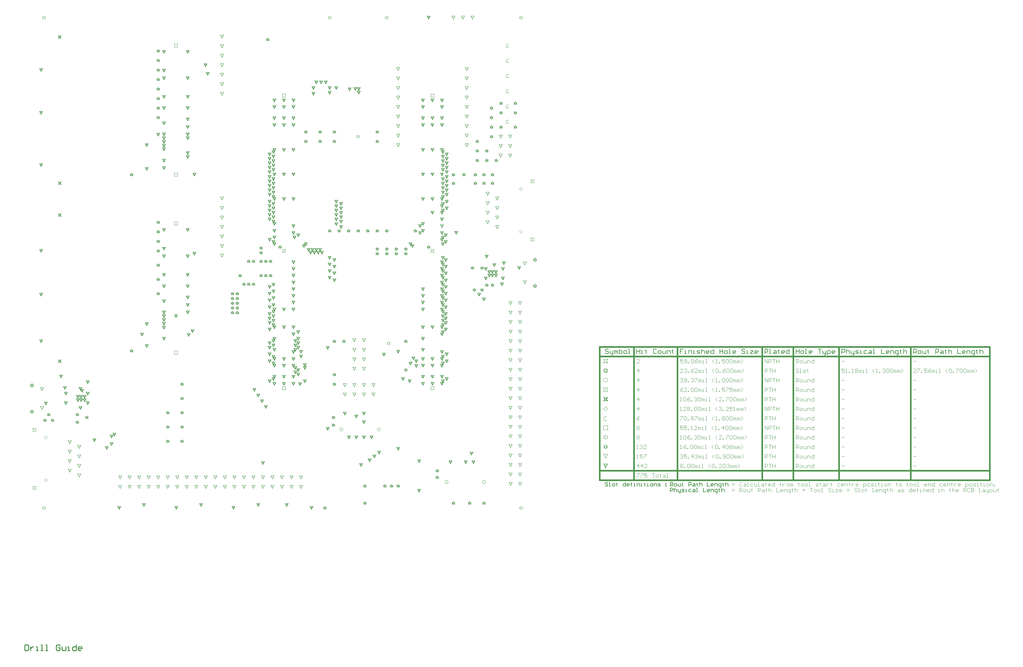
<source format=gbr>
G04 Layer_Color=2752767*
%FSLAX24Y24*%
%MOIN*%
%TF.FileFunction,Drawing*%
%TF.Part,Single*%
G01*
G75*
%TA.AperFunction,NonConductor*%
%ADD45C,0.0100*%
%ADD129C,0.0150*%
%ADD134C,0.0040*%
%ADD161C,0.0033*%
%ADD162C,0.0064*%
%ADD163C,0.0056*%
D45*
X0Y-12400D02*
Y-13000D01*
X300D01*
X400Y-12900D01*
Y-12500D01*
X300Y-12400D01*
X0D01*
X600Y-12600D02*
Y-13000D01*
Y-12800D01*
X700Y-12700D01*
X800Y-12600D01*
X900D01*
X1200Y-13000D02*
X1400D01*
X1300D01*
Y-12600D01*
X1200D01*
X1699Y-13000D02*
X1899D01*
X1799D01*
Y-12400D01*
X1699D01*
X2199Y-13000D02*
X2399D01*
X2299D01*
Y-12400D01*
X2199D01*
X3699Y-12500D02*
X3599Y-12400D01*
X3399D01*
X3299Y-12500D01*
Y-12900D01*
X3399Y-13000D01*
X3599D01*
X3699Y-12900D01*
Y-12700D01*
X3499D01*
X3899Y-12600D02*
Y-12900D01*
X3999Y-13000D01*
X4299D01*
Y-12600D01*
X4499Y-13000D02*
X4698D01*
X4599D01*
Y-12600D01*
X4499D01*
X5398Y-12400D02*
Y-13000D01*
X5098D01*
X4998Y-12900D01*
Y-12700D01*
X5098Y-12600D01*
X5398D01*
X5898Y-13000D02*
X5698D01*
X5598Y-12900D01*
Y-12700D01*
X5698Y-12600D01*
X5898D01*
X5998Y-12700D01*
Y-12800D01*
X5598D01*
D129*
X60374Y17900D02*
X101338D01*
X60374Y5900D02*
X101338D01*
X60374Y4900D02*
X101338D01*
Y18900D01*
X60374D02*
X101338D01*
X60374Y4900D02*
Y18900D01*
X93032Y4900D02*
Y18900D01*
X85507Y4900D02*
Y18900D01*
X80700Y4900D02*
Y18900D01*
X77413Y4900D02*
Y18900D01*
X68527Y4900D02*
Y18900D01*
X63961Y4900D02*
Y18900D01*
D134*
X61208Y15422D02*
G03*
X61208Y15422I-222J0D01*
G01*
X60764Y17200D02*
X60986Y17311D01*
X61208Y17200D01*
X61097Y17422D02*
X61208Y17200D01*
X61097Y17422D02*
X61208Y17644D01*
X60986Y17533D02*
X61208Y17644D01*
X60764D02*
X60986Y17533D01*
X60764Y17644D02*
X60875Y17422D01*
X60764Y17200D02*
X60875Y17422D01*
X60853Y16356D02*
X60919D01*
X60853D02*
Y16489D01*
X60919D01*
Y16556D01*
X61053D01*
Y16489D02*
Y16556D01*
Y16489D02*
X61119D01*
Y16356D02*
Y16489D01*
X61053Y16356D02*
X61119D01*
X61053Y16289D02*
Y16356D01*
X60919Y16289D02*
X61053D01*
X60919D02*
Y16356D01*
X60764Y16311D02*
X60875D01*
X60764D02*
Y16533D01*
X60875D01*
Y16644D01*
X61097D01*
Y16533D02*
Y16644D01*
Y16533D02*
X61208D01*
Y16311D02*
Y16533D01*
X61097Y16311D02*
X61208D01*
X61097Y16200D02*
Y16311D01*
X60875Y16200D02*
X61097D01*
X60875D02*
Y16311D01*
X60764Y14200D02*
Y14311D01*
X60875Y14422D01*
X60764Y14533D02*
X60875Y14422D01*
X60764Y14533D02*
Y14644D01*
X60875D01*
X60986Y14533D01*
X61097Y14644D01*
X61208D01*
Y14533D02*
Y14644D01*
X61097Y14422D02*
X61208Y14533D01*
X61097Y14422D02*
X61208Y14311D01*
Y14200D02*
Y14311D01*
X61097Y14200D02*
X61208D01*
X60986Y14311D02*
X61097Y14200D01*
X60875D02*
X60986Y14311D01*
X60764Y14200D02*
X60875D01*
X60853Y13289D02*
X60986Y13356D01*
X61119Y13289D01*
X61053Y13422D02*
X61119Y13289D01*
X61053Y13422D02*
X61119Y13556D01*
X60986Y13489D02*
X61119Y13556D01*
X60853D02*
X60986Y13489D01*
X60853Y13556D02*
X60919Y13422D01*
X60853Y13289D02*
X60919Y13422D01*
X60764Y13200D02*
X60986Y13311D01*
X61208Y13200D01*
X61097Y13422D02*
X61208Y13200D01*
X61097Y13422D02*
X61208Y13644D01*
X60986Y13533D02*
X61208Y13644D01*
X60764D02*
X60986Y13533D01*
X60764Y13644D02*
X60875Y13422D01*
X60764Y13200D02*
X60875Y13422D01*
X60764Y12422D02*
X60986Y12200D01*
X61208Y12422D01*
X60986Y12644D02*
X61208Y12422D01*
X60764D02*
X60986Y12644D01*
X60764Y10200D02*
X61208D01*
Y10644D01*
X60764D02*
X61208D01*
X60764Y10200D02*
Y10644D01*
X60875Y9311D02*
X60986Y9200D01*
X60764Y9311D02*
X60875D01*
X60764D02*
X60875Y9422D01*
X60764Y9533D02*
X60875Y9422D01*
X60764Y9533D02*
X60875D01*
X60986Y9644D01*
X61097Y9533D01*
X61208D01*
X61097Y9422D02*
X61208Y9533D01*
X61097Y9422D02*
X61208Y9311D01*
X61097D02*
X61208D01*
X60986Y9200D02*
X61097Y9311D01*
X60919Y8356D02*
X60986Y8289D01*
X60853Y8356D02*
X60919D01*
X60853D02*
X60919Y8422D01*
X60853Y8489D02*
X60919Y8422D01*
X60853Y8489D02*
X60919D01*
X60986Y8556D01*
X61053Y8489D01*
X61119D01*
X61053Y8422D02*
X61119Y8489D01*
X61053Y8422D02*
X61119Y8356D01*
X61053D02*
X61119D01*
X60986Y8289D02*
X61053Y8356D01*
X60875Y8311D02*
X60986Y8200D01*
X60764Y8311D02*
X60875D01*
X60764D02*
X60875Y8422D01*
X60764Y8533D02*
X60875Y8422D01*
X60764Y8533D02*
X60875D01*
X60986Y8644D01*
X61097Y8533D01*
X61208D01*
X61097Y8422D02*
X61208Y8533D01*
X61097Y8422D02*
X61208Y8311D01*
X61097D02*
X61208D01*
X60986Y8200D02*
X61097Y8311D01*
X60986Y7200D02*
X61208Y7644D01*
X60764D02*
X61208D01*
X60764D02*
X60986Y7200D01*
Y6289D02*
X61119Y6556D01*
X60853D02*
X61119D01*
X60853D02*
X60986Y6289D01*
Y6200D02*
X61208Y6644D01*
X60764D02*
X61208D01*
X60764D02*
X60986Y6200D01*
X93332Y17400D02*
X93599D01*
Y16200D02*
X93332D01*
X93599Y16467D01*
Y16533D01*
X93532Y16600D01*
X93399D01*
X93332Y16533D01*
X93732Y16600D02*
X93999D01*
Y16533D01*
X93732Y16267D01*
Y16200D01*
X94132D02*
Y16267D01*
X94199D01*
Y16200D01*
X94132D01*
X94732Y16600D02*
X94465D01*
Y16400D01*
X94599Y16467D01*
X94665D01*
X94732Y16400D01*
Y16267D01*
X94665Y16200D01*
X94532D01*
X94465Y16267D01*
X95132Y16600D02*
X94999Y16533D01*
X94865Y16400D01*
Y16267D01*
X94932Y16200D01*
X95065D01*
X95132Y16267D01*
Y16333D01*
X95065Y16400D01*
X94865D01*
X95265Y16200D02*
Y16467D01*
X95332D01*
X95398Y16400D01*
Y16200D01*
Y16400D01*
X95465Y16467D01*
X95532Y16400D01*
Y16200D01*
X95665D02*
X95798D01*
X95732D01*
Y16467D01*
X95665D01*
X95998Y16200D02*
X96132D01*
X96065D01*
Y16600D01*
X95998D01*
X96865Y16200D02*
X96731Y16333D01*
Y16467D01*
X96865Y16600D01*
X97065Y16533D02*
X97131Y16600D01*
X97265D01*
X97331Y16533D01*
Y16267D01*
X97265Y16200D01*
X97131D01*
X97065Y16267D01*
Y16533D01*
X97464Y16200D02*
Y16267D01*
X97531D01*
Y16200D01*
X97464D01*
X97798Y16600D02*
X98064D01*
Y16533D01*
X97798Y16267D01*
Y16200D01*
X98198Y16533D02*
X98264Y16600D01*
X98398D01*
X98464Y16533D01*
Y16267D01*
X98398Y16200D01*
X98264D01*
X98198Y16267D01*
Y16533D01*
X98597D02*
X98664Y16600D01*
X98797D01*
X98864Y16533D01*
Y16267D01*
X98797Y16200D01*
X98664D01*
X98597Y16267D01*
Y16533D01*
X98997Y16200D02*
Y16467D01*
X99064D01*
X99131Y16400D01*
Y16200D01*
Y16400D01*
X99197Y16467D01*
X99264Y16400D01*
Y16200D01*
X99397D02*
Y16467D01*
X99464D01*
X99530Y16400D01*
Y16200D01*
Y16400D01*
X99597Y16467D01*
X99664Y16400D01*
Y16200D01*
X99797D02*
X99930Y16333D01*
Y16467D01*
X99797Y16600D01*
X93332Y15400D02*
X93599D01*
X93332Y14400D02*
X93599D01*
X93332Y13400D02*
X93599D01*
X93332Y12400D02*
X93599D01*
X93332Y11400D02*
X93599D01*
X93332Y10400D02*
X93599D01*
X93332Y9400D02*
X93599D01*
X93332Y8400D02*
X93599D01*
X93332Y7400D02*
X93599D01*
X93332Y6400D02*
X93599D01*
X85807Y17400D02*
X86073D01*
Y16600D02*
X85807D01*
Y16400D01*
X85940Y16467D01*
X86007D01*
X86073Y16400D01*
Y16267D01*
X86007Y16200D01*
X85873D01*
X85807Y16267D01*
X86207Y16200D02*
X86340D01*
X86273D01*
Y16600D01*
X86207Y16533D01*
X86540Y16200D02*
Y16267D01*
X86606D01*
Y16200D01*
X86540D01*
X86873D02*
X87006D01*
X86940D01*
Y16600D01*
X86873Y16533D01*
X87206D02*
X87273Y16600D01*
X87406D01*
X87473Y16533D01*
Y16467D01*
X87406Y16400D01*
X87473Y16333D01*
Y16267D01*
X87406Y16200D01*
X87273D01*
X87206Y16267D01*
Y16333D01*
X87273Y16400D01*
X87206Y16467D01*
Y16533D01*
X87273Y16400D02*
X87406D01*
X87606Y16200D02*
Y16467D01*
X87673D01*
X87739Y16400D01*
Y16200D01*
Y16400D01*
X87806Y16467D01*
X87873Y16400D01*
Y16200D01*
X88006D02*
X88139D01*
X88073D01*
Y16467D01*
X88006D01*
X88339Y16200D02*
X88472D01*
X88406D01*
Y16600D01*
X88339D01*
X89206Y16200D02*
X89072Y16333D01*
Y16467D01*
X89206Y16600D01*
X89406Y16200D02*
X89539D01*
X89472D01*
Y16600D01*
X89406Y16533D01*
X89739Y16200D02*
Y16267D01*
X89805D01*
Y16200D01*
X89739D01*
X90072Y16533D02*
X90139Y16600D01*
X90272D01*
X90339Y16533D01*
Y16467D01*
X90272Y16400D01*
X90205D01*
X90272D01*
X90339Y16333D01*
Y16267D01*
X90272Y16200D01*
X90139D01*
X90072Y16267D01*
X90472Y16533D02*
X90538Y16600D01*
X90672D01*
X90738Y16533D01*
Y16267D01*
X90672Y16200D01*
X90538D01*
X90472Y16267D01*
Y16533D01*
X90872D02*
X90938Y16600D01*
X91072D01*
X91138Y16533D01*
Y16267D01*
X91072Y16200D01*
X90938D01*
X90872Y16267D01*
Y16533D01*
X91272Y16200D02*
Y16467D01*
X91338D01*
X91405Y16400D01*
Y16200D01*
Y16400D01*
X91472Y16467D01*
X91538Y16400D01*
Y16200D01*
X91671D02*
Y16467D01*
X91738D01*
X91805Y16400D01*
Y16200D01*
Y16400D01*
X91871Y16467D01*
X91938Y16400D01*
Y16200D01*
X92071D02*
X92205Y16333D01*
Y16467D01*
X92071Y16600D01*
X85807Y15400D02*
X86073D01*
X85807Y14400D02*
X86073D01*
X85807Y13400D02*
X86073D01*
X85807Y12400D02*
X86073D01*
X85807Y11400D02*
X86073D01*
X85807Y10400D02*
X86073D01*
X85807Y9400D02*
X86073D01*
X85807Y8400D02*
X86073D01*
X85807Y7400D02*
X86073D01*
X85807Y6400D02*
X86073D01*
X81000Y17200D02*
Y17600D01*
X81200D01*
X81267Y17533D01*
Y17400D01*
X81200Y17333D01*
X81000D01*
X81133D02*
X81267Y17200D01*
X81467D02*
X81600D01*
X81666Y17267D01*
Y17400D01*
X81600Y17467D01*
X81467D01*
X81400Y17400D01*
Y17267D01*
X81467Y17200D01*
X81800Y17467D02*
Y17267D01*
X81866Y17200D01*
X82066D01*
Y17467D01*
X82200Y17200D02*
Y17467D01*
X82400D01*
X82466Y17400D01*
Y17200D01*
X82866Y17600D02*
Y17200D01*
X82666D01*
X82599Y17267D01*
Y17400D01*
X82666Y17467D01*
X82866D01*
X81267Y16533D02*
X81200Y16600D01*
X81067D01*
X81000Y16533D01*
Y16467D01*
X81067Y16400D01*
X81200D01*
X81267Y16333D01*
Y16267D01*
X81200Y16200D01*
X81067D01*
X81000Y16267D01*
X81400Y16200D02*
X81533D01*
X81467D01*
Y16600D01*
X81400D01*
X81800Y16200D02*
X81933D01*
X82000Y16267D01*
Y16400D01*
X81933Y16467D01*
X81800D01*
X81733Y16400D01*
Y16267D01*
X81800Y16200D01*
X82200Y16533D02*
Y16467D01*
X82133D01*
X82266D01*
X82200D01*
Y16267D01*
X82266Y16200D01*
X81000Y15200D02*
Y15600D01*
X81200D01*
X81267Y15533D01*
Y15400D01*
X81200Y15333D01*
X81000D01*
X81133D02*
X81267Y15200D01*
X81467D02*
X81600D01*
X81666Y15267D01*
Y15400D01*
X81600Y15467D01*
X81467D01*
X81400Y15400D01*
Y15267D01*
X81467Y15200D01*
X81800Y15467D02*
Y15267D01*
X81866Y15200D01*
X82066D01*
Y15467D01*
X82200Y15200D02*
Y15467D01*
X82400D01*
X82466Y15400D01*
Y15200D01*
X82866Y15600D02*
Y15200D01*
X82666D01*
X82599Y15267D01*
Y15400D01*
X82666Y15467D01*
X82866D01*
X81000Y14200D02*
Y14600D01*
X81200D01*
X81267Y14533D01*
Y14400D01*
X81200Y14333D01*
X81000D01*
X81133D02*
X81267Y14200D01*
X81467D02*
X81600D01*
X81666Y14267D01*
Y14400D01*
X81600Y14467D01*
X81467D01*
X81400Y14400D01*
Y14267D01*
X81467Y14200D01*
X81800Y14467D02*
Y14267D01*
X81866Y14200D01*
X82066D01*
Y14467D01*
X82200Y14200D02*
Y14467D01*
X82400D01*
X82466Y14400D01*
Y14200D01*
X82866Y14600D02*
Y14200D01*
X82666D01*
X82599Y14267D01*
Y14400D01*
X82666Y14467D01*
X82866D01*
X81000Y13200D02*
Y13600D01*
X81200D01*
X81267Y13533D01*
Y13400D01*
X81200Y13333D01*
X81000D01*
X81133D02*
X81267Y13200D01*
X81467D02*
X81600D01*
X81666Y13267D01*
Y13400D01*
X81600Y13467D01*
X81467D01*
X81400Y13400D01*
Y13267D01*
X81467Y13200D01*
X81800Y13467D02*
Y13267D01*
X81866Y13200D01*
X82066D01*
Y13467D01*
X82200Y13200D02*
Y13467D01*
X82400D01*
X82466Y13400D01*
Y13200D01*
X82866Y13600D02*
Y13200D01*
X82666D01*
X82599Y13267D01*
Y13400D01*
X82666Y13467D01*
X82866D01*
X81000Y12200D02*
Y12600D01*
X81200D01*
X81267Y12533D01*
Y12400D01*
X81200Y12333D01*
X81000D01*
X81133D02*
X81267Y12200D01*
X81467D02*
X81600D01*
X81666Y12267D01*
Y12400D01*
X81600Y12467D01*
X81467D01*
X81400Y12400D01*
Y12267D01*
X81467Y12200D01*
X81800Y12467D02*
Y12267D01*
X81866Y12200D01*
X82066D01*
Y12467D01*
X82200Y12200D02*
Y12467D01*
X82400D01*
X82466Y12400D01*
Y12200D01*
X82866Y12600D02*
Y12200D01*
X82666D01*
X82599Y12267D01*
Y12400D01*
X82666Y12467D01*
X82866D01*
X81000Y11200D02*
Y11600D01*
X81200D01*
X81267Y11533D01*
Y11400D01*
X81200Y11333D01*
X81000D01*
X81133D02*
X81267Y11200D01*
X81467D02*
X81600D01*
X81666Y11267D01*
Y11400D01*
X81600Y11467D01*
X81467D01*
X81400Y11400D01*
Y11267D01*
X81467Y11200D01*
X81800Y11467D02*
Y11267D01*
X81866Y11200D01*
X82066D01*
Y11467D01*
X82200Y11200D02*
Y11467D01*
X82400D01*
X82466Y11400D01*
Y11200D01*
X82866Y11600D02*
Y11200D01*
X82666D01*
X82599Y11267D01*
Y11400D01*
X82666Y11467D01*
X82866D01*
X81000Y10200D02*
Y10600D01*
X81200D01*
X81267Y10533D01*
Y10400D01*
X81200Y10333D01*
X81000D01*
X81133D02*
X81267Y10200D01*
X81467D02*
X81600D01*
X81666Y10267D01*
Y10400D01*
X81600Y10467D01*
X81467D01*
X81400Y10400D01*
Y10267D01*
X81467Y10200D01*
X81800Y10467D02*
Y10267D01*
X81866Y10200D01*
X82066D01*
Y10467D01*
X82200Y10200D02*
Y10467D01*
X82400D01*
X82466Y10400D01*
Y10200D01*
X82866Y10600D02*
Y10200D01*
X82666D01*
X82599Y10267D01*
Y10400D01*
X82666Y10467D01*
X82866D01*
X81000Y9200D02*
Y9600D01*
X81200D01*
X81267Y9533D01*
Y9400D01*
X81200Y9333D01*
X81000D01*
X81133D02*
X81267Y9200D01*
X81467D02*
X81600D01*
X81666Y9267D01*
Y9400D01*
X81600Y9467D01*
X81467D01*
X81400Y9400D01*
Y9267D01*
X81467Y9200D01*
X81800Y9467D02*
Y9267D01*
X81866Y9200D01*
X82066D01*
Y9467D01*
X82200Y9200D02*
Y9467D01*
X82400D01*
X82466Y9400D01*
Y9200D01*
X82866Y9600D02*
Y9200D01*
X82666D01*
X82599Y9267D01*
Y9400D01*
X82666Y9467D01*
X82866D01*
X81000Y8200D02*
Y8600D01*
X81200D01*
X81267Y8533D01*
Y8400D01*
X81200Y8333D01*
X81000D01*
X81133D02*
X81267Y8200D01*
X81467D02*
X81600D01*
X81666Y8267D01*
Y8400D01*
X81600Y8467D01*
X81467D01*
X81400Y8400D01*
Y8267D01*
X81467Y8200D01*
X81800Y8467D02*
Y8267D01*
X81866Y8200D01*
X82066D01*
Y8467D01*
X82200Y8200D02*
Y8467D01*
X82400D01*
X82466Y8400D01*
Y8200D01*
X82866Y8600D02*
Y8200D01*
X82666D01*
X82599Y8267D01*
Y8400D01*
X82666Y8467D01*
X82866D01*
X81000Y7200D02*
Y7600D01*
X81200D01*
X81267Y7533D01*
Y7400D01*
X81200Y7333D01*
X81000D01*
X81133D02*
X81267Y7200D01*
X81467D02*
X81600D01*
X81666Y7267D01*
Y7400D01*
X81600Y7467D01*
X81467D01*
X81400Y7400D01*
Y7267D01*
X81467Y7200D01*
X81800Y7467D02*
Y7267D01*
X81866Y7200D01*
X82066D01*
Y7467D01*
X82200Y7200D02*
Y7467D01*
X82400D01*
X82466Y7400D01*
Y7200D01*
X82866Y7600D02*
Y7200D01*
X82666D01*
X82599Y7267D01*
Y7400D01*
X82666Y7467D01*
X82866D01*
X81000Y6200D02*
Y6600D01*
X81200D01*
X81267Y6533D01*
Y6400D01*
X81200Y6333D01*
X81000D01*
X81133D02*
X81267Y6200D01*
X81467D02*
X81600D01*
X81666Y6267D01*
Y6400D01*
X81600Y6467D01*
X81467D01*
X81400Y6400D01*
Y6267D01*
X81467Y6200D01*
X81800Y6467D02*
Y6267D01*
X81866Y6200D01*
X82066D01*
Y6467D01*
X82200Y6200D02*
Y6467D01*
X82400D01*
X82466Y6400D01*
Y6200D01*
X82866Y6600D02*
Y6200D01*
X82666D01*
X82599Y6267D01*
Y6400D01*
X82666Y6467D01*
X82866D01*
X77713Y17200D02*
Y17600D01*
X77979Y17200D01*
Y17600D01*
X78113Y17200D02*
Y17600D01*
X78313D01*
X78379Y17533D01*
Y17400D01*
X78313Y17333D01*
X78113D01*
X78513Y17600D02*
X78779D01*
X78646D01*
Y17200D01*
X78912Y17600D02*
Y17200D01*
Y17400D01*
X79179D01*
Y17600D01*
Y17200D01*
X77713Y16200D02*
Y16600D01*
X77913D01*
X77979Y16533D01*
Y16400D01*
X77913Y16333D01*
X77713D01*
X78113Y16600D02*
X78379D01*
X78246D01*
Y16200D01*
X78513Y16600D02*
Y16200D01*
Y16400D01*
X78779D01*
Y16600D01*
Y16200D01*
X77713Y15200D02*
Y15600D01*
X77979Y15200D01*
Y15600D01*
X78113Y15200D02*
Y15600D01*
X78313D01*
X78379Y15533D01*
Y15400D01*
X78313Y15333D01*
X78113D01*
X78513Y15600D02*
X78779D01*
X78646D01*
Y15200D01*
X78912Y15600D02*
Y15200D01*
Y15400D01*
X79179D01*
Y15600D01*
Y15200D01*
X77713Y14200D02*
Y14600D01*
X77913D01*
X77979Y14533D01*
Y14400D01*
X77913Y14333D01*
X77713D01*
X78113Y14600D02*
X78379D01*
X78246D01*
Y14200D01*
X78513Y14600D02*
Y14200D01*
Y14400D01*
X78779D01*
Y14600D01*
Y14200D01*
X77713Y13200D02*
Y13600D01*
X77913D01*
X77979Y13533D01*
Y13400D01*
X77913Y13333D01*
X77713D01*
X78113Y13600D02*
X78379D01*
X78246D01*
Y13200D01*
X78513Y13600D02*
Y13200D01*
Y13400D01*
X78779D01*
Y13600D01*
Y13200D01*
X77713Y12200D02*
Y12600D01*
X77979Y12200D01*
Y12600D01*
X78113Y12200D02*
Y12600D01*
X78313D01*
X78379Y12533D01*
Y12400D01*
X78313Y12333D01*
X78113D01*
X78513Y12600D02*
X78779D01*
X78646D01*
Y12200D01*
X78912Y12600D02*
Y12200D01*
Y12400D01*
X79179D01*
Y12600D01*
Y12200D01*
X77713Y11200D02*
Y11600D01*
X77913D01*
X77979Y11533D01*
Y11400D01*
X77913Y11333D01*
X77713D01*
X78113Y11600D02*
X78379D01*
X78246D01*
Y11200D01*
X78513Y11600D02*
Y11200D01*
Y11400D01*
X78779D01*
Y11600D01*
Y11200D01*
X77713Y10200D02*
Y10600D01*
X77979Y10200D01*
Y10600D01*
X78113Y10200D02*
Y10600D01*
X78313D01*
X78379Y10533D01*
Y10400D01*
X78313Y10333D01*
X78113D01*
X78513Y10600D02*
X78779D01*
X78646D01*
Y10200D01*
X78912Y10600D02*
Y10200D01*
Y10400D01*
X79179D01*
Y10600D01*
Y10200D01*
X77713Y9200D02*
Y9600D01*
X77913D01*
X77979Y9533D01*
Y9400D01*
X77913Y9333D01*
X77713D01*
X78113Y9600D02*
X78379D01*
X78246D01*
Y9200D01*
X78513Y9600D02*
Y9200D01*
Y9400D01*
X78779D01*
Y9600D01*
Y9200D01*
X77713Y8200D02*
Y8600D01*
X77913D01*
X77979Y8533D01*
Y8400D01*
X77913Y8333D01*
X77713D01*
X78113Y8600D02*
X78379D01*
X78246D01*
Y8200D01*
X78513Y8600D02*
Y8200D01*
Y8400D01*
X78779D01*
Y8600D01*
Y8200D01*
X77713Y7200D02*
Y7600D01*
X77913D01*
X77979Y7533D01*
Y7400D01*
X77913Y7333D01*
X77713D01*
X78113Y7600D02*
X78379D01*
X78246D01*
Y7200D01*
X78513Y7600D02*
Y7200D01*
Y7400D01*
X78779D01*
Y7600D01*
Y7200D01*
X77713Y6200D02*
Y6600D01*
X77913D01*
X77979Y6533D01*
Y6400D01*
X77913Y6333D01*
X77713D01*
X78113Y6600D02*
X78379D01*
X78246D01*
Y6200D01*
X78513Y6600D02*
Y6200D01*
Y6400D01*
X78779D01*
Y6600D01*
Y6200D01*
X69094Y17600D02*
X68827D01*
Y17400D01*
X68961Y17467D01*
X69027D01*
X69094Y17400D01*
Y17267D01*
X69027Y17200D01*
X68894D01*
X68827Y17267D01*
X69227D02*
X69294Y17200D01*
X69427D01*
X69494Y17267D01*
Y17533D01*
X69427Y17600D01*
X69294D01*
X69227Y17533D01*
Y17467D01*
X69294Y17400D01*
X69494D01*
X69627Y17200D02*
Y17267D01*
X69694D01*
Y17200D01*
X69627D01*
X69960Y17533D02*
X70027Y17600D01*
X70160D01*
X70227Y17533D01*
Y17267D01*
X70160Y17200D01*
X70027D01*
X69960Y17267D01*
Y17533D01*
X70627Y17600D02*
X70494Y17533D01*
X70360Y17400D01*
Y17267D01*
X70427Y17200D01*
X70560D01*
X70627Y17267D01*
Y17333D01*
X70560Y17400D01*
X70360D01*
X70760Y17200D02*
Y17467D01*
X70827D01*
X70893Y17400D01*
Y17200D01*
Y17400D01*
X70960Y17467D01*
X71027Y17400D01*
Y17200D01*
X71160D02*
X71293D01*
X71227D01*
Y17467D01*
X71160D01*
X71493Y17200D02*
X71627D01*
X71560D01*
Y17600D01*
X71493D01*
X72360Y17200D02*
X72226Y17333D01*
Y17467D01*
X72360Y17600D01*
X72560Y17200D02*
X72693D01*
X72626D01*
Y17600D01*
X72560Y17533D01*
X72893Y17200D02*
Y17267D01*
X72959D01*
Y17200D01*
X72893D01*
X73493Y17600D02*
X73226D01*
Y17400D01*
X73359Y17467D01*
X73426D01*
X73493Y17400D01*
Y17267D01*
X73426Y17200D01*
X73293D01*
X73226Y17267D01*
X73626Y17533D02*
X73693Y17600D01*
X73826D01*
X73892Y17533D01*
Y17267D01*
X73826Y17200D01*
X73693D01*
X73626Y17267D01*
Y17533D01*
X74026D02*
X74092Y17600D01*
X74226D01*
X74292Y17533D01*
Y17267D01*
X74226Y17200D01*
X74092D01*
X74026Y17267D01*
Y17533D01*
X74426Y17200D02*
Y17467D01*
X74492D01*
X74559Y17400D01*
Y17200D01*
Y17400D01*
X74626Y17467D01*
X74692Y17400D01*
Y17200D01*
X74826D02*
Y17467D01*
X74892D01*
X74959Y17400D01*
Y17200D01*
Y17400D01*
X75025Y17467D01*
X75092Y17400D01*
Y17200D01*
X75225D02*
X75359Y17333D01*
Y17467D01*
X75225Y17600D01*
X69094Y16200D02*
X68827D01*
X69094Y16467D01*
Y16533D01*
X69027Y16600D01*
X68894D01*
X68827Y16533D01*
X69227D02*
X69294Y16600D01*
X69427D01*
X69494Y16533D01*
Y16467D01*
X69427Y16400D01*
X69361D01*
X69427D01*
X69494Y16333D01*
Y16267D01*
X69427Y16200D01*
X69294D01*
X69227Y16267D01*
X69627Y16200D02*
Y16267D01*
X69694D01*
Y16200D01*
X69627D01*
X70227Y16600D02*
X70094Y16533D01*
X69960Y16400D01*
Y16267D01*
X70027Y16200D01*
X70160D01*
X70227Y16267D01*
Y16333D01*
X70160Y16400D01*
X69960D01*
X70627Y16200D02*
X70360D01*
X70627Y16467D01*
Y16533D01*
X70560Y16600D01*
X70427D01*
X70360Y16533D01*
X70760Y16200D02*
Y16467D01*
X70827D01*
X70893Y16400D01*
Y16200D01*
Y16400D01*
X70960Y16467D01*
X71027Y16400D01*
Y16200D01*
X71160D02*
X71293D01*
X71227D01*
Y16467D01*
X71160D01*
X71493Y16200D02*
X71627D01*
X71560D01*
Y16600D01*
X71493D01*
X72360Y16200D02*
X72226Y16333D01*
Y16467D01*
X72360Y16600D01*
X72560Y16533D02*
X72626Y16600D01*
X72760D01*
X72826Y16533D01*
Y16267D01*
X72760Y16200D01*
X72626D01*
X72560Y16267D01*
Y16533D01*
X72959Y16200D02*
Y16267D01*
X73026D01*
Y16200D01*
X72959D01*
X73559Y16600D02*
X73426Y16533D01*
X73293Y16400D01*
Y16267D01*
X73359Y16200D01*
X73493D01*
X73559Y16267D01*
Y16333D01*
X73493Y16400D01*
X73293D01*
X73693Y16533D02*
X73759Y16600D01*
X73892D01*
X73959Y16533D01*
Y16267D01*
X73892Y16200D01*
X73759D01*
X73693Y16267D01*
Y16533D01*
X74092D02*
X74159Y16600D01*
X74292D01*
X74359Y16533D01*
Y16267D01*
X74292Y16200D01*
X74159D01*
X74092Y16267D01*
Y16533D01*
X74492Y16200D02*
Y16467D01*
X74559D01*
X74626Y16400D01*
Y16200D01*
Y16400D01*
X74692Y16467D01*
X74759Y16400D01*
Y16200D01*
X74892D02*
Y16467D01*
X74959D01*
X75025Y16400D01*
Y16200D01*
Y16400D01*
X75092Y16467D01*
X75159Y16400D01*
Y16200D01*
X75292D02*
X75425Y16333D01*
Y16467D01*
X75292Y16600D01*
X68827Y15533D02*
X68894Y15600D01*
X69027D01*
X69094Y15533D01*
Y15467D01*
X69027Y15400D01*
X68961D01*
X69027D01*
X69094Y15333D01*
Y15267D01*
X69027Y15200D01*
X68894D01*
X68827Y15267D01*
X69227D02*
X69294Y15200D01*
X69427D01*
X69494Y15267D01*
Y15533D01*
X69427Y15600D01*
X69294D01*
X69227Y15533D01*
Y15467D01*
X69294Y15400D01*
X69494D01*
X69627Y15200D02*
Y15267D01*
X69694D01*
Y15200D01*
X69627D01*
X69960Y15533D02*
X70027Y15600D01*
X70160D01*
X70227Y15533D01*
Y15467D01*
X70160Y15400D01*
X70094D01*
X70160D01*
X70227Y15333D01*
Y15267D01*
X70160Y15200D01*
X70027D01*
X69960Y15267D01*
X70360Y15600D02*
X70627D01*
Y15533D01*
X70360Y15267D01*
Y15200D01*
X70760D02*
Y15467D01*
X70827D01*
X70893Y15400D01*
Y15200D01*
Y15400D01*
X70960Y15467D01*
X71027Y15400D01*
Y15200D01*
X71160D02*
X71293D01*
X71227D01*
Y15467D01*
X71160D01*
X71493Y15200D02*
X71627D01*
X71560D01*
Y15600D01*
X71493D01*
X72360Y15200D02*
X72226Y15333D01*
Y15467D01*
X72360Y15600D01*
X72560Y15200D02*
X72693D01*
X72626D01*
Y15600D01*
X72560Y15533D01*
X72893Y15200D02*
Y15267D01*
X72959D01*
Y15200D01*
X72893D01*
X73226Y15533D02*
X73293Y15600D01*
X73426D01*
X73493Y15533D01*
Y15267D01*
X73426Y15200D01*
X73293D01*
X73226Y15267D01*
Y15533D01*
X73626D02*
X73693Y15600D01*
X73826D01*
X73892Y15533D01*
Y15267D01*
X73826Y15200D01*
X73693D01*
X73626Y15267D01*
Y15533D01*
X74026D02*
X74092Y15600D01*
X74226D01*
X74292Y15533D01*
Y15267D01*
X74226Y15200D01*
X74092D01*
X74026Y15267D01*
Y15533D01*
X74426Y15200D02*
Y15467D01*
X74492D01*
X74559Y15400D01*
Y15200D01*
Y15400D01*
X74626Y15467D01*
X74692Y15400D01*
Y15200D01*
X74826D02*
Y15467D01*
X74892D01*
X74959Y15400D01*
Y15200D01*
Y15400D01*
X75025Y15467D01*
X75092Y15400D01*
Y15200D01*
X75225D02*
X75359Y15333D01*
Y15467D01*
X75225Y15600D01*
X69094Y14600D02*
X68961Y14533D01*
X68827Y14400D01*
Y14267D01*
X68894Y14200D01*
X69027D01*
X69094Y14267D01*
Y14333D01*
X69027Y14400D01*
X68827D01*
X69494Y14200D02*
X69227D01*
X69494Y14467D01*
Y14533D01*
X69427Y14600D01*
X69294D01*
X69227Y14533D01*
X69627Y14200D02*
Y14267D01*
X69694D01*
Y14200D01*
X69627D01*
X69960Y14533D02*
X70027Y14600D01*
X70160D01*
X70227Y14533D01*
Y14267D01*
X70160Y14200D01*
X70027D01*
X69960Y14267D01*
Y14533D01*
X70360D02*
X70427Y14600D01*
X70560D01*
X70627Y14533D01*
Y14267D01*
X70560Y14200D01*
X70427D01*
X70360Y14267D01*
Y14533D01*
X70760Y14200D02*
Y14467D01*
X70827D01*
X70893Y14400D01*
Y14200D01*
Y14400D01*
X70960Y14467D01*
X71027Y14400D01*
Y14200D01*
X71160D02*
X71293D01*
X71227D01*
Y14467D01*
X71160D01*
X71493Y14200D02*
X71627D01*
X71560D01*
Y14600D01*
X71493D01*
X72360Y14200D02*
X72226Y14333D01*
Y14467D01*
X72360Y14600D01*
X72560Y14200D02*
X72693D01*
X72626D01*
Y14600D01*
X72560Y14533D01*
X72893Y14200D02*
Y14267D01*
X72959D01*
Y14200D01*
X72893D01*
X73493Y14600D02*
X73226D01*
Y14400D01*
X73359Y14467D01*
X73426D01*
X73493Y14400D01*
Y14267D01*
X73426Y14200D01*
X73293D01*
X73226Y14267D01*
X73626Y14600D02*
X73892D01*
Y14533D01*
X73626Y14267D01*
Y14200D01*
X74292Y14600D02*
X74026D01*
Y14400D01*
X74159Y14467D01*
X74226D01*
X74292Y14400D01*
Y14267D01*
X74226Y14200D01*
X74092D01*
X74026Y14267D01*
X74426Y14200D02*
Y14467D01*
X74492D01*
X74559Y14400D01*
Y14200D01*
Y14400D01*
X74626Y14467D01*
X74692Y14400D01*
Y14200D01*
X74826D02*
Y14467D01*
X74892D01*
X74959Y14400D01*
Y14200D01*
Y14400D01*
X75025Y14467D01*
X75092Y14400D01*
Y14200D01*
X75225D02*
X75359Y14333D01*
Y14467D01*
X75225Y14600D01*
X68827Y13200D02*
X68961D01*
X68894D01*
Y13600D01*
X68827Y13533D01*
X69161D02*
X69227Y13600D01*
X69361D01*
X69427Y13533D01*
Y13267D01*
X69361Y13200D01*
X69227D01*
X69161Y13267D01*
Y13533D01*
X69827Y13600D02*
X69694Y13533D01*
X69561Y13400D01*
Y13267D01*
X69627Y13200D01*
X69760D01*
X69827Y13267D01*
Y13333D01*
X69760Y13400D01*
X69561D01*
X69960Y13200D02*
Y13267D01*
X70027D01*
Y13200D01*
X69960D01*
X70294Y13533D02*
X70360Y13600D01*
X70494D01*
X70560Y13533D01*
Y13467D01*
X70494Y13400D01*
X70427D01*
X70494D01*
X70560Y13333D01*
Y13267D01*
X70494Y13200D01*
X70360D01*
X70294Y13267D01*
X70694Y13533D02*
X70760Y13600D01*
X70893D01*
X70960Y13533D01*
Y13267D01*
X70893Y13200D01*
X70760D01*
X70694Y13267D01*
Y13533D01*
X71093Y13200D02*
Y13467D01*
X71160D01*
X71227Y13400D01*
Y13200D01*
Y13400D01*
X71293Y13467D01*
X71360Y13400D01*
Y13200D01*
X71493D02*
X71627D01*
X71560D01*
Y13467D01*
X71493D01*
X71826Y13200D02*
X71960D01*
X71893D01*
Y13600D01*
X71826D01*
X72693Y13200D02*
X72560Y13333D01*
Y13467D01*
X72693Y13600D01*
X73159Y13200D02*
X72893D01*
X73159Y13467D01*
Y13533D01*
X73093Y13600D01*
X72959D01*
X72893Y13533D01*
X73293Y13200D02*
Y13267D01*
X73359D01*
Y13200D01*
X73293D01*
X73626Y13600D02*
X73892D01*
Y13533D01*
X73626Y13267D01*
Y13200D01*
X74026Y13533D02*
X74092Y13600D01*
X74226D01*
X74292Y13533D01*
Y13267D01*
X74226Y13200D01*
X74092D01*
X74026Y13267D01*
Y13533D01*
X74426D02*
X74492Y13600D01*
X74626D01*
X74692Y13533D01*
Y13267D01*
X74626Y13200D01*
X74492D01*
X74426Y13267D01*
Y13533D01*
X74826Y13200D02*
Y13467D01*
X74892D01*
X74959Y13400D01*
Y13200D01*
Y13400D01*
X75025Y13467D01*
X75092Y13400D01*
Y13200D01*
X75225D02*
Y13467D01*
X75292D01*
X75359Y13400D01*
Y13200D01*
Y13400D01*
X75425Y13467D01*
X75492Y13400D01*
Y13200D01*
X75625D02*
X75759Y13333D01*
Y13467D01*
X75625Y13600D01*
X68827Y12200D02*
X68961D01*
X68894D01*
Y12600D01*
X68827Y12533D01*
X69427Y12200D02*
X69161D01*
X69427Y12467D01*
Y12533D01*
X69361Y12600D01*
X69227D01*
X69161Y12533D01*
X69561D02*
X69627Y12600D01*
X69760D01*
X69827Y12533D01*
Y12467D01*
X69760Y12400D01*
X69827Y12333D01*
Y12267D01*
X69760Y12200D01*
X69627D01*
X69561Y12267D01*
Y12333D01*
X69627Y12400D01*
X69561Y12467D01*
Y12533D01*
X69627Y12400D02*
X69760D01*
X69960Y12200D02*
Y12267D01*
X70027D01*
Y12200D01*
X69960D01*
X70294Y12533D02*
X70360Y12600D01*
X70494D01*
X70560Y12533D01*
Y12267D01*
X70494Y12200D01*
X70360D01*
X70294Y12267D01*
Y12533D01*
X70694D02*
X70760Y12600D01*
X70893D01*
X70960Y12533D01*
Y12267D01*
X70893Y12200D01*
X70760D01*
X70694Y12267D01*
Y12533D01*
X71093Y12200D02*
Y12467D01*
X71160D01*
X71227Y12400D01*
Y12200D01*
Y12400D01*
X71293Y12467D01*
X71360Y12400D01*
Y12200D01*
X71493D02*
X71627D01*
X71560D01*
Y12467D01*
X71493D01*
X71826Y12200D02*
X71960D01*
X71893D01*
Y12600D01*
X71826D01*
X72693Y12200D02*
X72560Y12333D01*
Y12467D01*
X72693Y12600D01*
X72893Y12533D02*
X72959Y12600D01*
X73093D01*
X73159Y12533D01*
Y12467D01*
X73093Y12400D01*
X73026D01*
X73093D01*
X73159Y12333D01*
Y12267D01*
X73093Y12200D01*
X72959D01*
X72893Y12267D01*
X73293Y12200D02*
Y12267D01*
X73359D01*
Y12200D01*
X73293D01*
X73892D02*
X73626D01*
X73892Y12467D01*
Y12533D01*
X73826Y12600D01*
X73693D01*
X73626Y12533D01*
X74292Y12600D02*
X74026D01*
Y12400D01*
X74159Y12467D01*
X74226D01*
X74292Y12400D01*
Y12267D01*
X74226Y12200D01*
X74092D01*
X74026Y12267D01*
X74426Y12200D02*
X74559D01*
X74492D01*
Y12600D01*
X74426Y12533D01*
X74759Y12200D02*
Y12467D01*
X74826D01*
X74892Y12400D01*
Y12200D01*
Y12400D01*
X74959Y12467D01*
X75025Y12400D01*
Y12200D01*
X75159D02*
Y12467D01*
X75225D01*
X75292Y12400D01*
Y12200D01*
Y12400D01*
X75359Y12467D01*
X75425Y12400D01*
Y12200D01*
X75559D02*
X75692Y12333D01*
Y12467D01*
X75559Y12600D01*
X68827Y11600D02*
X69094D01*
Y11533D01*
X68827Y11267D01*
Y11200D01*
X69227Y11533D02*
X69294Y11600D01*
X69427D01*
X69494Y11533D01*
Y11267D01*
X69427Y11200D01*
X69294D01*
X69227Y11267D01*
Y11533D01*
X69627Y11200D02*
Y11267D01*
X69694D01*
Y11200D01*
X69627D01*
X69960Y11533D02*
X70027Y11600D01*
X70160D01*
X70227Y11533D01*
Y11467D01*
X70160Y11400D01*
X70227Y11333D01*
Y11267D01*
X70160Y11200D01*
X70027D01*
X69960Y11267D01*
Y11333D01*
X70027Y11400D01*
X69960Y11467D01*
Y11533D01*
X70027Y11400D02*
X70160D01*
X70360Y11600D02*
X70627D01*
Y11533D01*
X70360Y11267D01*
Y11200D01*
X70760D02*
Y11467D01*
X70827D01*
X70893Y11400D01*
Y11200D01*
Y11400D01*
X70960Y11467D01*
X71027Y11400D01*
Y11200D01*
X71160D02*
X71293D01*
X71227D01*
Y11467D01*
X71160D01*
X71493Y11200D02*
X71627D01*
X71560D01*
Y11600D01*
X71493D01*
X72360Y11200D02*
X72226Y11333D01*
Y11467D01*
X72360Y11600D01*
X72560Y11200D02*
X72693D01*
X72626D01*
Y11600D01*
X72560Y11533D01*
X72893Y11200D02*
Y11267D01*
X72959D01*
Y11200D01*
X72893D01*
X73226Y11533D02*
X73293Y11600D01*
X73426D01*
X73493Y11533D01*
Y11467D01*
X73426Y11400D01*
X73493Y11333D01*
Y11267D01*
X73426Y11200D01*
X73293D01*
X73226Y11267D01*
Y11333D01*
X73293Y11400D01*
X73226Y11467D01*
Y11533D01*
X73293Y11400D02*
X73426D01*
X73626Y11533D02*
X73693Y11600D01*
X73826D01*
X73892Y11533D01*
Y11267D01*
X73826Y11200D01*
X73693D01*
X73626Y11267D01*
Y11533D01*
X74026D02*
X74092Y11600D01*
X74226D01*
X74292Y11533D01*
Y11267D01*
X74226Y11200D01*
X74092D01*
X74026Y11267D01*
Y11533D01*
X74426Y11200D02*
Y11467D01*
X74492D01*
X74559Y11400D01*
Y11200D01*
Y11400D01*
X74626Y11467D01*
X74692Y11400D01*
Y11200D01*
X74826D02*
Y11467D01*
X74892D01*
X74959Y11400D01*
Y11200D01*
Y11400D01*
X75025Y11467D01*
X75092Y11400D01*
Y11200D01*
X75225D02*
X75359Y11333D01*
Y11467D01*
X75225Y11600D01*
X69094Y10600D02*
X68827D01*
Y10400D01*
X68961Y10467D01*
X69027D01*
X69094Y10400D01*
Y10267D01*
X69027Y10200D01*
X68894D01*
X68827Y10267D01*
X69494Y10600D02*
X69227D01*
Y10400D01*
X69361Y10467D01*
X69427D01*
X69494Y10400D01*
Y10267D01*
X69427Y10200D01*
X69294D01*
X69227Y10267D01*
X69627Y10200D02*
Y10267D01*
X69694D01*
Y10200D01*
X69627D01*
X69960D02*
X70094D01*
X70027D01*
Y10600D01*
X69960Y10533D01*
X70560Y10200D02*
X70294D01*
X70560Y10467D01*
Y10533D01*
X70494Y10600D01*
X70360D01*
X70294Y10533D01*
X70694Y10200D02*
Y10467D01*
X70760D01*
X70827Y10400D01*
Y10200D01*
Y10400D01*
X70893Y10467D01*
X70960Y10400D01*
Y10200D01*
X71093D02*
X71227D01*
X71160D01*
Y10467D01*
X71093D01*
X71427Y10200D02*
X71560D01*
X71493D01*
Y10600D01*
X71427D01*
X72293Y10200D02*
X72160Y10333D01*
Y10467D01*
X72293Y10600D01*
X72493Y10200D02*
X72626D01*
X72560D01*
Y10600D01*
X72493Y10533D01*
X72826Y10200D02*
Y10267D01*
X72893D01*
Y10200D01*
X72826D01*
X73359D02*
Y10600D01*
X73159Y10400D01*
X73426D01*
X73559Y10533D02*
X73626Y10600D01*
X73759D01*
X73826Y10533D01*
Y10267D01*
X73759Y10200D01*
X73626D01*
X73559Y10267D01*
Y10533D01*
X73959D02*
X74026Y10600D01*
X74159D01*
X74226Y10533D01*
Y10267D01*
X74159Y10200D01*
X74026D01*
X73959Y10267D01*
Y10533D01*
X74359Y10200D02*
Y10467D01*
X74426D01*
X74492Y10400D01*
Y10200D01*
Y10400D01*
X74559Y10467D01*
X74626Y10400D01*
Y10200D01*
X74759D02*
Y10467D01*
X74826D01*
X74892Y10400D01*
Y10200D01*
Y10400D01*
X74959Y10467D01*
X75025Y10400D01*
Y10200D01*
X75159D02*
X75292Y10333D01*
Y10467D01*
X75159Y10600D01*
X68827Y9200D02*
X68961D01*
X68894D01*
Y9600D01*
X68827Y9533D01*
X69161D02*
X69227Y9600D01*
X69361D01*
X69427Y9533D01*
Y9267D01*
X69361Y9200D01*
X69227D01*
X69161Y9267D01*
Y9533D01*
X69827Y9600D02*
X69694Y9533D01*
X69561Y9400D01*
Y9267D01*
X69627Y9200D01*
X69760D01*
X69827Y9267D01*
Y9333D01*
X69760Y9400D01*
X69561D01*
X69960Y9200D02*
Y9267D01*
X70027D01*
Y9200D01*
X69960D01*
X70294Y9533D02*
X70360Y9600D01*
X70494D01*
X70560Y9533D01*
Y9467D01*
X70494Y9400D01*
X70427D01*
X70494D01*
X70560Y9333D01*
Y9267D01*
X70494Y9200D01*
X70360D01*
X70294Y9267D01*
X70694Y9533D02*
X70760Y9600D01*
X70893D01*
X70960Y9533D01*
Y9267D01*
X70893Y9200D01*
X70760D01*
X70694Y9267D01*
Y9533D01*
X71093Y9200D02*
Y9467D01*
X71160D01*
X71227Y9400D01*
Y9200D01*
Y9400D01*
X71293Y9467D01*
X71360Y9400D01*
Y9200D01*
X71493D02*
X71627D01*
X71560D01*
Y9467D01*
X71493D01*
X71826Y9200D02*
X71960D01*
X71893D01*
Y9600D01*
X71826D01*
X72693Y9200D02*
X72560Y9333D01*
Y9467D01*
X72693Y9600D01*
X73159Y9200D02*
X72893D01*
X73159Y9467D01*
Y9533D01*
X73093Y9600D01*
X72959D01*
X72893Y9533D01*
X73293Y9200D02*
Y9267D01*
X73359D01*
Y9200D01*
X73293D01*
X73626Y9600D02*
X73892D01*
Y9533D01*
X73626Y9267D01*
Y9200D01*
X74026Y9533D02*
X74092Y9600D01*
X74226D01*
X74292Y9533D01*
Y9267D01*
X74226Y9200D01*
X74092D01*
X74026Y9267D01*
Y9533D01*
X74426D02*
X74492Y9600D01*
X74626D01*
X74692Y9533D01*
Y9267D01*
X74626Y9200D01*
X74492D01*
X74426Y9267D01*
Y9533D01*
X74826Y9200D02*
Y9467D01*
X74892D01*
X74959Y9400D01*
Y9200D01*
Y9400D01*
X75025Y9467D01*
X75092Y9400D01*
Y9200D01*
X75225D02*
Y9467D01*
X75292D01*
X75359Y9400D01*
Y9200D01*
Y9400D01*
X75425Y9467D01*
X75492Y9400D01*
Y9200D01*
X75625D02*
X75759Y9333D01*
Y9467D01*
X75625Y9600D01*
X68827Y8200D02*
X68961D01*
X68894D01*
Y8600D01*
X68827Y8533D01*
X69427Y8600D02*
X69294Y8533D01*
X69161Y8400D01*
Y8267D01*
X69227Y8200D01*
X69361D01*
X69427Y8267D01*
Y8333D01*
X69361Y8400D01*
X69161D01*
X69561Y8200D02*
Y8267D01*
X69627D01*
Y8200D01*
X69561D01*
X69894Y8533D02*
X69960Y8600D01*
X70094D01*
X70160Y8533D01*
Y8267D01*
X70094Y8200D01*
X69960D01*
X69894Y8267D01*
Y8533D01*
X70294D02*
X70360Y8600D01*
X70494D01*
X70560Y8533D01*
Y8267D01*
X70494Y8200D01*
X70360D01*
X70294Y8267D01*
Y8533D01*
X70694Y8200D02*
Y8467D01*
X70760D01*
X70827Y8400D01*
Y8200D01*
Y8400D01*
X70893Y8467D01*
X70960Y8400D01*
Y8200D01*
X71093D02*
X71227D01*
X71160D01*
Y8467D01*
X71093D01*
X71427Y8200D02*
X71560D01*
X71493D01*
Y8600D01*
X71427D01*
X72293Y8200D02*
X72160Y8333D01*
Y8467D01*
X72293Y8600D01*
X72493Y8533D02*
X72560Y8600D01*
X72693D01*
X72760Y8533D01*
Y8267D01*
X72693Y8200D01*
X72560D01*
X72493Y8267D01*
Y8533D01*
X72893Y8200D02*
Y8267D01*
X72959D01*
Y8200D01*
X72893D01*
X73426D02*
Y8600D01*
X73226Y8400D01*
X73493D01*
X73626Y8533D02*
X73693Y8600D01*
X73826D01*
X73892Y8533D01*
Y8267D01*
X73826Y8200D01*
X73693D01*
X73626Y8267D01*
Y8533D01*
X74292Y8600D02*
X74159Y8533D01*
X74026Y8400D01*
Y8267D01*
X74092Y8200D01*
X74226D01*
X74292Y8267D01*
Y8333D01*
X74226Y8400D01*
X74026D01*
X74426Y8200D02*
Y8467D01*
X74492D01*
X74559Y8400D01*
Y8200D01*
Y8400D01*
X74626Y8467D01*
X74692Y8400D01*
Y8200D01*
X74826D02*
Y8467D01*
X74892D01*
X74959Y8400D01*
Y8200D01*
Y8400D01*
X75025Y8467D01*
X75092Y8400D01*
Y8200D01*
X75225D02*
X75359Y8333D01*
Y8467D01*
X75225Y8600D01*
X68827Y7533D02*
X68894Y7600D01*
X69027D01*
X69094Y7533D01*
Y7467D01*
X69027Y7400D01*
X68961D01*
X69027D01*
X69094Y7333D01*
Y7267D01*
X69027Y7200D01*
X68894D01*
X68827Y7267D01*
X69494Y7600D02*
X69227D01*
Y7400D01*
X69361Y7467D01*
X69427D01*
X69494Y7400D01*
Y7267D01*
X69427Y7200D01*
X69294D01*
X69227Y7267D01*
X69627Y7200D02*
Y7267D01*
X69694D01*
Y7200D01*
X69627D01*
X70160D02*
Y7600D01*
X69960Y7400D01*
X70227D01*
X70360Y7533D02*
X70427Y7600D01*
X70560D01*
X70627Y7533D01*
Y7467D01*
X70560Y7400D01*
X70494D01*
X70560D01*
X70627Y7333D01*
Y7267D01*
X70560Y7200D01*
X70427D01*
X70360Y7267D01*
X70760Y7200D02*
Y7467D01*
X70827D01*
X70893Y7400D01*
Y7200D01*
Y7400D01*
X70960Y7467D01*
X71027Y7400D01*
Y7200D01*
X71160D02*
X71293D01*
X71227D01*
Y7467D01*
X71160D01*
X71493Y7200D02*
X71627D01*
X71560D01*
Y7600D01*
X71493D01*
X72360Y7200D02*
X72226Y7333D01*
Y7467D01*
X72360Y7600D01*
X72560Y7533D02*
X72626Y7600D01*
X72760D01*
X72826Y7533D01*
Y7267D01*
X72760Y7200D01*
X72626D01*
X72560Y7267D01*
Y7533D01*
X72959Y7200D02*
Y7267D01*
X73026D01*
Y7200D01*
X72959D01*
X73293Y7267D02*
X73359Y7200D01*
X73493D01*
X73559Y7267D01*
Y7533D01*
X73493Y7600D01*
X73359D01*
X73293Y7533D01*
Y7467D01*
X73359Y7400D01*
X73559D01*
X73693Y7533D02*
X73759Y7600D01*
X73892D01*
X73959Y7533D01*
Y7267D01*
X73892Y7200D01*
X73759D01*
X73693Y7267D01*
Y7533D01*
X74092D02*
X74159Y7600D01*
X74292D01*
X74359Y7533D01*
Y7267D01*
X74292Y7200D01*
X74159D01*
X74092Y7267D01*
Y7533D01*
X74492Y7200D02*
Y7467D01*
X74559D01*
X74626Y7400D01*
Y7200D01*
Y7400D01*
X74692Y7467D01*
X74759Y7400D01*
Y7200D01*
X74892D02*
Y7467D01*
X74959D01*
X75025Y7400D01*
Y7200D01*
Y7400D01*
X75092Y7467D01*
X75159Y7400D01*
Y7200D01*
X75292D02*
X75425Y7333D01*
Y7467D01*
X75292Y7600D01*
X68827Y6533D02*
X68894Y6600D01*
X69027D01*
X69094Y6533D01*
Y6467D01*
X69027Y6400D01*
X69094Y6333D01*
Y6267D01*
X69027Y6200D01*
X68894D01*
X68827Y6267D01*
Y6333D01*
X68894Y6400D01*
X68827Y6467D01*
Y6533D01*
X68894Y6400D02*
X69027D01*
X69227Y6200D02*
Y6267D01*
X69294D01*
Y6200D01*
X69227D01*
X69561Y6533D02*
X69627Y6600D01*
X69760D01*
X69827Y6533D01*
Y6267D01*
X69760Y6200D01*
X69627D01*
X69561Y6267D01*
Y6533D01*
X69960D02*
X70027Y6600D01*
X70160D01*
X70227Y6533D01*
Y6267D01*
X70160Y6200D01*
X70027D01*
X69960Y6267D01*
Y6533D01*
X70360Y6200D02*
Y6467D01*
X70427D01*
X70494Y6400D01*
Y6200D01*
Y6400D01*
X70560Y6467D01*
X70627Y6400D01*
Y6200D01*
X70760D02*
X70893D01*
X70827D01*
Y6467D01*
X70760D01*
X71093Y6200D02*
X71227D01*
X71160D01*
Y6600D01*
X71093D01*
X71960Y6200D02*
X71826Y6333D01*
Y6467D01*
X71960Y6600D01*
X72160Y6533D02*
X72226Y6600D01*
X72360D01*
X72426Y6533D01*
Y6267D01*
X72360Y6200D01*
X72226D01*
X72160Y6267D01*
Y6533D01*
X72560Y6200D02*
Y6267D01*
X72626D01*
Y6200D01*
X72560D01*
X73159D02*
X72893D01*
X73159Y6467D01*
Y6533D01*
X73093Y6600D01*
X72959D01*
X72893Y6533D01*
X73293D02*
X73359Y6600D01*
X73493D01*
X73559Y6533D01*
Y6267D01*
X73493Y6200D01*
X73359D01*
X73293Y6267D01*
Y6533D01*
X73693D02*
X73759Y6600D01*
X73892D01*
X73959Y6533D01*
Y6467D01*
X73892Y6400D01*
X73826D01*
X73892D01*
X73959Y6333D01*
Y6267D01*
X73892Y6200D01*
X73759D01*
X73693Y6267D01*
X74092Y6200D02*
Y6467D01*
X74159D01*
X74226Y6400D01*
Y6200D01*
Y6400D01*
X74292Y6467D01*
X74359Y6400D01*
Y6200D01*
X74492D02*
Y6467D01*
X74559D01*
X74626Y6400D01*
Y6200D01*
Y6400D01*
X74692Y6467D01*
X74759Y6400D01*
Y6200D01*
X74892D02*
X75025Y6333D01*
Y6467D01*
X74892Y6600D01*
X64261Y5600D02*
X64527D01*
Y5533D01*
X64261Y5267D01*
Y5200D01*
X64661Y5600D02*
X64927D01*
Y5533D01*
X64661Y5267D01*
Y5200D01*
X65327Y5600D02*
X65060D01*
Y5400D01*
X65194Y5467D01*
X65260D01*
X65327Y5400D01*
Y5267D01*
X65260Y5200D01*
X65127D01*
X65060Y5267D01*
X65860Y5600D02*
X66127D01*
X65993D01*
Y5200D01*
X66327D02*
X66460D01*
X66527Y5267D01*
Y5400D01*
X66460Y5467D01*
X66327D01*
X66260Y5400D01*
Y5267D01*
X66327Y5200D01*
X66727Y5533D02*
Y5467D01*
X66660D01*
X66793D01*
X66727D01*
Y5267D01*
X66793Y5200D01*
X67060Y5467D02*
X67193D01*
X67260Y5400D01*
Y5200D01*
X67060D01*
X66993Y5267D01*
X67060Y5333D01*
X67260D01*
X67393Y5200D02*
X67526D01*
X67460D01*
Y5600D01*
X67393D01*
X64527Y17200D02*
X64261D01*
X64527Y17467D01*
Y17533D01*
X64461Y17600D01*
X64327D01*
X64261Y17533D01*
X64461Y16200D02*
Y16600D01*
X64261Y16400D01*
X64527D01*
X64461Y15200D02*
Y15600D01*
X64261Y15400D01*
X64527D01*
X64461Y14200D02*
Y14600D01*
X64261Y14400D01*
X64527D01*
X64461Y13200D02*
Y13600D01*
X64261Y13400D01*
X64527D01*
X64461Y12200D02*
Y12600D01*
X64261Y12400D01*
X64527D01*
Y11600D02*
X64394Y11533D01*
X64261Y11400D01*
Y11267D01*
X64327Y11200D01*
X64461D01*
X64527Y11267D01*
Y11333D01*
X64461Y11400D01*
X64261D01*
Y10533D02*
X64327Y10600D01*
X64461D01*
X64527Y10533D01*
Y10467D01*
X64461Y10400D01*
X64527Y10333D01*
Y10267D01*
X64461Y10200D01*
X64327D01*
X64261Y10267D01*
Y10333D01*
X64327Y10400D01*
X64261Y10467D01*
Y10533D01*
X64327Y10400D02*
X64461D01*
X64261Y9533D02*
X64327Y9600D01*
X64461D01*
X64527Y9533D01*
Y9467D01*
X64461Y9400D01*
X64527Y9333D01*
Y9267D01*
X64461Y9200D01*
X64327D01*
X64261Y9267D01*
Y9333D01*
X64327Y9400D01*
X64261Y9467D01*
Y9533D01*
X64327Y9400D02*
X64461D01*
X64261Y8200D02*
X64394D01*
X64327D01*
Y8600D01*
X64261Y8533D01*
X64594D02*
X64661Y8600D01*
X64794D01*
X64861Y8533D01*
Y8467D01*
X64794Y8400D01*
X64727D01*
X64794D01*
X64861Y8333D01*
Y8267D01*
X64794Y8200D01*
X64661D01*
X64594Y8267D01*
X65260Y8200D02*
X64994D01*
X65260Y8467D01*
Y8533D01*
X65194Y8600D01*
X65060D01*
X64994Y8533D01*
X64261Y7200D02*
X64394D01*
X64327D01*
Y7600D01*
X64261Y7533D01*
X64861Y7600D02*
X64594D01*
Y7400D01*
X64727Y7467D01*
X64794D01*
X64861Y7400D01*
Y7267D01*
X64794Y7200D01*
X64661D01*
X64594Y7267D01*
X64994Y7600D02*
X65260D01*
Y7533D01*
X64994Y7267D01*
Y7200D01*
X64461Y6200D02*
Y6600D01*
X64261Y6400D01*
X64527D01*
X64861Y6200D02*
Y6600D01*
X64661Y6400D01*
X64927D01*
X65327Y6200D02*
X65060D01*
X65327Y6467D01*
Y6533D01*
X65260Y6600D01*
X65127D01*
X65060Y6533D01*
X74260Y3807D02*
X74527D01*
X74260Y3940D02*
X74527D01*
X75060Y3674D02*
Y4074D01*
X75260D01*
X75326Y4007D01*
Y3874D01*
X75260Y3807D01*
X75060D01*
X75193D02*
X75326Y3674D01*
X75526D02*
X75660D01*
X75726Y3740D01*
Y3874D01*
X75660Y3940D01*
X75526D01*
X75460Y3874D01*
Y3740D01*
X75526Y3674D01*
X75860Y3940D02*
Y3740D01*
X75926Y3674D01*
X76126D01*
Y3940D01*
X76326Y4007D02*
Y3940D01*
X76260D01*
X76393D01*
X76326D01*
Y3740D01*
X76393Y3674D01*
X76993D02*
Y4074D01*
X77193D01*
X77259Y4007D01*
Y3874D01*
X77193Y3807D01*
X76993D01*
X77459Y3940D02*
X77592D01*
X77659Y3874D01*
Y3674D01*
X77459D01*
X77393Y3740D01*
X77459Y3807D01*
X77659D01*
X77859Y4007D02*
Y3940D01*
X77792D01*
X77926D01*
X77859D01*
Y3740D01*
X77926Y3674D01*
X78126Y4074D02*
Y3674D01*
Y3874D01*
X78192Y3940D01*
X78326D01*
X78392Y3874D01*
Y3674D01*
X78925Y4074D02*
Y3674D01*
X79192D01*
X79525D02*
X79392D01*
X79325Y3740D01*
Y3874D01*
X79392Y3940D01*
X79525D01*
X79592Y3874D01*
Y3807D01*
X79325D01*
X79725Y3674D02*
Y3940D01*
X79925D01*
X79992Y3874D01*
Y3674D01*
X80258Y3540D02*
X80325D01*
X80392Y3607D01*
Y3940D01*
X80192D01*
X80125Y3874D01*
Y3740D01*
X80192Y3674D01*
X80392D01*
X80591Y4007D02*
Y3940D01*
X80525D01*
X80658D01*
X80591D01*
Y3740D01*
X80658Y3674D01*
X80858Y4074D02*
Y3674D01*
Y3874D01*
X80925Y3940D01*
X81058D01*
X81125Y3874D01*
Y3674D01*
X81658Y3874D02*
X81924D01*
X81791Y4007D02*
Y3740D01*
X82458Y4074D02*
X82724D01*
X82591D01*
Y3674D01*
X82924D02*
X83057D01*
X83124Y3740D01*
Y3874D01*
X83057Y3940D01*
X82924D01*
X82857Y3874D01*
Y3740D01*
X82924Y3674D01*
X83324D02*
X83457D01*
X83524Y3740D01*
Y3874D01*
X83457Y3940D01*
X83324D01*
X83257Y3874D01*
Y3740D01*
X83324Y3674D01*
X83657D02*
X83790D01*
X83724D01*
Y4074D01*
X83657D01*
X84657Y4007D02*
X84590Y4074D01*
X84457D01*
X84390Y4007D01*
Y3940D01*
X84457Y3874D01*
X84590D01*
X84657Y3807D01*
Y3740D01*
X84590Y3674D01*
X84457D01*
X84390Y3740D01*
X84790Y3674D02*
X84923D01*
X84857D01*
Y3940D01*
X84790D01*
X85123D02*
X85390D01*
X85123Y3674D01*
X85390D01*
X85723D02*
X85590D01*
X85523Y3740D01*
Y3874D01*
X85590Y3940D01*
X85723D01*
X85790Y3874D01*
Y3807D01*
X85523D01*
X86323D02*
X86590D01*
X86323Y3940D02*
X86590D01*
X87389Y4007D02*
X87323Y4074D01*
X87189D01*
X87123Y4007D01*
Y3940D01*
X87189Y3874D01*
X87323D01*
X87389Y3807D01*
Y3740D01*
X87323Y3674D01*
X87189D01*
X87123Y3740D01*
X87523Y3674D02*
X87656D01*
X87589D01*
Y4074D01*
X87523D01*
X87922Y3674D02*
X88056D01*
X88122Y3740D01*
Y3874D01*
X88056Y3940D01*
X87922D01*
X87856Y3874D01*
Y3740D01*
X87922Y3674D01*
X88322Y4007D02*
Y3940D01*
X88256D01*
X88389D01*
X88322D01*
Y3740D01*
X88389Y3674D01*
X88989D02*
X89122D01*
X89055D01*
Y4074D01*
X88989D01*
X89522Y3674D02*
X89389D01*
X89322Y3740D01*
Y3874D01*
X89389Y3940D01*
X89522D01*
X89589Y3874D01*
Y3807D01*
X89322D01*
X89722Y3674D02*
Y3940D01*
X89922D01*
X89988Y3874D01*
Y3674D01*
X90255Y3540D02*
X90322D01*
X90388Y3607D01*
Y3940D01*
X90188D01*
X90122Y3874D01*
Y3740D01*
X90188Y3674D01*
X90388D01*
X90588Y4007D02*
Y3940D01*
X90522D01*
X90655D01*
X90588D01*
Y3740D01*
X90655Y3674D01*
X90855Y4074D02*
Y3674D01*
Y3874D01*
X90921Y3940D01*
X91055D01*
X91121Y3874D01*
Y3674D01*
X91721Y3940D02*
X91854D01*
X91921Y3874D01*
Y3674D01*
X91721D01*
X91655Y3740D01*
X91721Y3807D01*
X91921D01*
X92054Y3674D02*
X92254D01*
X92321Y3740D01*
X92254Y3807D01*
X92121D01*
X92054Y3874D01*
X92121Y3940D01*
X92321D01*
X93121Y4074D02*
Y3674D01*
X92921D01*
X92854Y3740D01*
Y3874D01*
X92921Y3940D01*
X93121D01*
X93454Y3674D02*
X93321D01*
X93254Y3740D01*
Y3874D01*
X93321Y3940D01*
X93454D01*
X93521Y3874D01*
Y3807D01*
X93254D01*
X93721Y3674D02*
Y4007D01*
Y3874D01*
X93654D01*
X93787D01*
X93721D01*
Y4007D01*
X93787Y4074D01*
X93987Y3674D02*
X94120D01*
X94054D01*
Y3940D01*
X93987D01*
X94320Y3674D02*
Y3940D01*
X94520D01*
X94587Y3874D01*
Y3674D01*
X94920D02*
X94787D01*
X94720Y3740D01*
Y3874D01*
X94787Y3940D01*
X94920D01*
X94987Y3874D01*
Y3807D01*
X94720D01*
X95387Y4074D02*
Y3674D01*
X95187D01*
X95120Y3740D01*
Y3874D01*
X95187Y3940D01*
X95387D01*
X95920Y3674D02*
X96053D01*
X95986D01*
Y3940D01*
X95920D01*
X96253Y3674D02*
Y3940D01*
X96453D01*
X96520Y3874D01*
Y3674D01*
X97119Y4007D02*
Y3940D01*
X97053D01*
X97186D01*
X97119D01*
Y3740D01*
X97186Y3674D01*
X97386Y4074D02*
Y3674D01*
Y3874D01*
X97453Y3940D01*
X97586D01*
X97653Y3874D01*
Y3674D01*
X97986D02*
X97853D01*
X97786Y3740D01*
Y3874D01*
X97853Y3940D01*
X97986D01*
X98053Y3874D01*
Y3807D01*
X97786D01*
X98586Y3674D02*
Y4074D01*
X98786D01*
X98852Y4007D01*
Y3874D01*
X98786Y3807D01*
X98586D01*
X99252Y4007D02*
X99185Y4074D01*
X99052D01*
X98986Y4007D01*
Y3740D01*
X99052Y3674D01*
X99185D01*
X99252Y3740D01*
X99385Y4074D02*
Y3674D01*
X99585D01*
X99652Y3740D01*
Y3807D01*
X99585Y3874D01*
X99385D01*
X99585D01*
X99652Y3940D01*
Y4007D01*
X99585Y4074D01*
X99385D01*
X100185Y3674D02*
X100318D01*
X100252D01*
Y4074D01*
X100185D01*
X100585Y3940D02*
X100718D01*
X100785Y3874D01*
Y3674D01*
X100585D01*
X100518Y3740D01*
X100585Y3807D01*
X100785D01*
X100918Y3940D02*
Y3740D01*
X100985Y3674D01*
X101185D01*
Y3607D01*
X101118Y3540D01*
X101052D01*
X101185Y3674D02*
Y3940D01*
X101385Y3674D02*
X101518D01*
X101585Y3740D01*
Y3874D01*
X101518Y3940D01*
X101385D01*
X101318Y3874D01*
Y3740D01*
X101385Y3674D01*
X101718Y3940D02*
Y3740D01*
X101785Y3674D01*
X101985D01*
Y3940D01*
X102184Y4007D02*
Y3940D01*
X102118D01*
X102251D01*
X102184D01*
Y3740D01*
X102251Y3674D01*
X74260Y4420D02*
X74527D01*
X74260Y4553D02*
X74527D01*
X75326Y4620D02*
X75260Y4687D01*
X75127D01*
X75060Y4620D01*
Y4353D01*
X75127Y4287D01*
X75260D01*
X75326Y4353D01*
X75526Y4553D02*
X75660D01*
X75726Y4487D01*
Y4287D01*
X75526D01*
X75460Y4353D01*
X75526Y4420D01*
X75726D01*
X75860Y4287D02*
X75993D01*
X75926D01*
Y4687D01*
X75860D01*
X76459Y4553D02*
X76260D01*
X76193Y4487D01*
Y4353D01*
X76260Y4287D01*
X76459D01*
X76593Y4553D02*
Y4353D01*
X76659Y4287D01*
X76859D01*
Y4553D01*
X76993Y4287D02*
X77126D01*
X77059D01*
Y4687D01*
X76993D01*
X77393Y4553D02*
X77526D01*
X77592Y4487D01*
Y4287D01*
X77393D01*
X77326Y4353D01*
X77393Y4420D01*
X77592D01*
X77792Y4620D02*
Y4553D01*
X77726D01*
X77859D01*
X77792D01*
Y4353D01*
X77859Y4287D01*
X78259D02*
X78126D01*
X78059Y4353D01*
Y4487D01*
X78126Y4553D01*
X78259D01*
X78326Y4487D01*
Y4420D01*
X78059D01*
X78725Y4687D02*
Y4287D01*
X78525D01*
X78459Y4353D01*
Y4487D01*
X78525Y4553D01*
X78725D01*
X79325Y4287D02*
Y4620D01*
Y4487D01*
X79259D01*
X79392D01*
X79325D01*
Y4620D01*
X79392Y4687D01*
X79592Y4553D02*
Y4287D01*
Y4420D01*
X79658Y4487D01*
X79725Y4553D01*
X79792D01*
X80058Y4287D02*
X80192D01*
X80258Y4353D01*
Y4487D01*
X80192Y4553D01*
X80058D01*
X79992Y4487D01*
Y4353D01*
X80058Y4287D01*
X80392D02*
Y4553D01*
X80458D01*
X80525Y4487D01*
Y4287D01*
Y4487D01*
X80591Y4553D01*
X80658Y4487D01*
Y4287D01*
X81258Y4620D02*
Y4553D01*
X81191D01*
X81325D01*
X81258D01*
Y4353D01*
X81325Y4287D01*
X81591D02*
X81724D01*
X81791Y4353D01*
Y4487D01*
X81724Y4553D01*
X81591D01*
X81524Y4487D01*
Y4353D01*
X81591Y4287D01*
X81991D02*
X82124D01*
X82191Y4353D01*
Y4487D01*
X82124Y4553D01*
X81991D01*
X81924Y4487D01*
Y4353D01*
X81991Y4287D01*
X82324D02*
X82458D01*
X82391D01*
Y4687D01*
X82324D01*
X83057Y4287D02*
X83257D01*
X83324Y4353D01*
X83257Y4420D01*
X83124D01*
X83057Y4487D01*
X83124Y4553D01*
X83324D01*
X83524Y4620D02*
Y4553D01*
X83457D01*
X83590D01*
X83524D01*
Y4353D01*
X83590Y4287D01*
X83857Y4553D02*
X83990D01*
X84057Y4487D01*
Y4287D01*
X83857D01*
X83790Y4353D01*
X83857Y4420D01*
X84057D01*
X84190Y4553D02*
Y4287D01*
Y4420D01*
X84257Y4487D01*
X84324Y4553D01*
X84390D01*
X84657Y4620D02*
Y4553D01*
X84590D01*
X84723D01*
X84657D01*
Y4353D01*
X84723Y4287D01*
X85590Y4553D02*
X85390D01*
X85323Y4487D01*
Y4353D01*
X85390Y4287D01*
X85590D01*
X85923D02*
X85790D01*
X85723Y4353D01*
Y4487D01*
X85790Y4553D01*
X85923D01*
X85990Y4487D01*
Y4420D01*
X85723D01*
X86123Y4287D02*
Y4553D01*
X86323D01*
X86390Y4487D01*
Y4287D01*
X86590Y4620D02*
Y4553D01*
X86523D01*
X86656D01*
X86590D01*
Y4353D01*
X86656Y4287D01*
X86856Y4553D02*
Y4287D01*
Y4420D01*
X86923Y4487D01*
X86989Y4553D01*
X87056D01*
X87456Y4287D02*
X87323D01*
X87256Y4353D01*
Y4487D01*
X87323Y4553D01*
X87456D01*
X87523Y4487D01*
Y4420D01*
X87256D01*
X88056Y4154D02*
Y4553D01*
X88256D01*
X88322Y4487D01*
Y4353D01*
X88256Y4287D01*
X88056D01*
X88522D02*
X88656D01*
X88722Y4353D01*
Y4487D01*
X88656Y4553D01*
X88522D01*
X88456Y4487D01*
Y4353D01*
X88522Y4287D01*
X88855D02*
X89055D01*
X89122Y4353D01*
X89055Y4420D01*
X88922D01*
X88855Y4487D01*
X88922Y4553D01*
X89122D01*
X89255Y4287D02*
X89389D01*
X89322D01*
Y4553D01*
X89255D01*
X89655Y4620D02*
Y4553D01*
X89589D01*
X89722D01*
X89655D01*
Y4353D01*
X89722Y4287D01*
X89922D02*
X90055D01*
X89988D01*
Y4553D01*
X89922D01*
X90322Y4287D02*
X90455D01*
X90522Y4353D01*
Y4487D01*
X90455Y4553D01*
X90322D01*
X90255Y4487D01*
Y4353D01*
X90322Y4287D01*
X90655D02*
Y4553D01*
X90855D01*
X90921Y4487D01*
Y4287D01*
X91521Y4620D02*
Y4553D01*
X91455D01*
X91588D01*
X91521D01*
Y4353D01*
X91588Y4287D01*
X91854D02*
X91988D01*
X92054Y4353D01*
Y4487D01*
X91988Y4553D01*
X91854D01*
X91788Y4487D01*
Y4353D01*
X91854Y4287D01*
X92654Y4620D02*
Y4553D01*
X92588D01*
X92721D01*
X92654D01*
Y4353D01*
X92721Y4287D01*
X92987D02*
X93121D01*
X93187Y4353D01*
Y4487D01*
X93121Y4553D01*
X92987D01*
X92921Y4487D01*
Y4353D01*
X92987Y4287D01*
X93387D02*
X93521D01*
X93587Y4353D01*
Y4487D01*
X93521Y4553D01*
X93387D01*
X93321Y4487D01*
Y4353D01*
X93387Y4287D01*
X93721D02*
X93854D01*
X93787D01*
Y4687D01*
X93721D01*
X94654Y4287D02*
X94520D01*
X94454Y4353D01*
Y4487D01*
X94520Y4553D01*
X94654D01*
X94720Y4487D01*
Y4420D01*
X94454D01*
X94854Y4287D02*
Y4553D01*
X95053D01*
X95120Y4487D01*
Y4287D01*
X95520Y4687D02*
Y4287D01*
X95320D01*
X95253Y4353D01*
Y4487D01*
X95320Y4553D01*
X95520D01*
X96320D02*
X96120D01*
X96053Y4487D01*
Y4353D01*
X96120Y4287D01*
X96320D01*
X96653D02*
X96520D01*
X96453Y4353D01*
Y4487D01*
X96520Y4553D01*
X96653D01*
X96720Y4487D01*
Y4420D01*
X96453D01*
X96853Y4287D02*
Y4553D01*
X97053D01*
X97119Y4487D01*
Y4287D01*
X97319Y4620D02*
Y4553D01*
X97253D01*
X97386D01*
X97319D01*
Y4353D01*
X97386Y4287D01*
X97586Y4553D02*
Y4287D01*
Y4420D01*
X97653Y4487D01*
X97719Y4553D01*
X97786D01*
X98186Y4287D02*
X98053D01*
X97986Y4353D01*
Y4487D01*
X98053Y4553D01*
X98186D01*
X98252Y4487D01*
Y4420D01*
X97986D01*
X98786Y4154D02*
Y4553D01*
X98986D01*
X99052Y4487D01*
Y4353D01*
X98986Y4287D01*
X98786D01*
X99252D02*
X99385D01*
X99452Y4353D01*
Y4487D01*
X99385Y4553D01*
X99252D01*
X99185Y4487D01*
Y4353D01*
X99252Y4287D01*
X99585D02*
X99785D01*
X99852Y4353D01*
X99785Y4420D01*
X99652D01*
X99585Y4487D01*
X99652Y4553D01*
X99852D01*
X99985Y4287D02*
X100119D01*
X100052D01*
Y4553D01*
X99985D01*
X100385Y4620D02*
Y4553D01*
X100318D01*
X100452D01*
X100385D01*
Y4353D01*
X100452Y4287D01*
X100652D02*
X100785D01*
X100718D01*
Y4553D01*
X100652D01*
X101052Y4287D02*
X101185D01*
X101251Y4353D01*
Y4487D01*
X101185Y4553D01*
X101052D01*
X100985Y4487D01*
Y4353D01*
X101052Y4287D01*
X101385D02*
Y4553D01*
X101585D01*
X101651Y4487D01*
Y4287D01*
X101785D02*
Y4353D01*
X101851D01*
Y4287D01*
X101785D01*
X61094Y11530D02*
X61020Y11604D01*
X60872D01*
X60798Y11530D01*
Y11234D01*
X60872Y11160D01*
X61020D01*
X61094Y11234D01*
D161*
X48397Y4700D02*
G03*
X48397Y4700I-167J0D01*
G01*
X44460D02*
G03*
X44460Y4700I-167J0D01*
G01*
X33398Y10239D02*
G03*
X33398Y10239I-167J0D01*
G01*
X37335D02*
G03*
X37335Y10239I-167J0D01*
G01*
X5900Y13203D02*
X6000Y13403D01*
X5800D02*
X6000D01*
X5800D02*
X5900Y13203D01*
Y13136D02*
X6067Y13470D01*
X5733D02*
X6067D01*
X5733D02*
X5900Y13136D01*
X5546Y13203D02*
X5646Y13403D01*
X5446D02*
X5646D01*
X5446D02*
X5546Y13203D01*
Y13136D02*
X5712Y13470D01*
X5379D02*
X5712D01*
X5379D02*
X5546Y13136D01*
Y13597D02*
X5646Y13797D01*
X5446D02*
X5646D01*
X5446D02*
X5546Y13597D01*
Y13530D02*
X5712Y13864D01*
X5379D02*
X5712D01*
X5379D02*
X5546Y13530D01*
X5900Y13597D02*
X6000Y13797D01*
X5800D02*
X6000D01*
X5800D02*
X5900Y13597D01*
Y13530D02*
X6067Y13864D01*
X5733D02*
X6067D01*
X5733D02*
X5900Y13530D01*
X6254Y13203D02*
X6354Y13403D01*
X6154D02*
X6354D01*
X6154D02*
X6254Y13203D01*
Y13136D02*
X6421Y13470D01*
X6088D02*
X6421D01*
X6088D02*
X6254Y13136D01*
Y13597D02*
X6354Y13797D01*
X6154D02*
X6354D01*
X6154D02*
X6254Y13597D01*
Y13530D02*
X6421Y13864D01*
X6088D02*
X6421D01*
X6088D02*
X6254Y13530D01*
X3545Y36025D02*
X3645Y36075D01*
X3745Y36025D01*
X3695Y36125D02*
X3745Y36025D01*
X3695Y36125D02*
X3745Y36225D01*
X3645Y36175D02*
X3745Y36225D01*
X3545D02*
X3645Y36175D01*
X3545Y36225D02*
X3595Y36125D01*
X3545Y36025D02*
X3595Y36125D01*
X3478Y35959D02*
X3645Y36042D01*
X3812Y35959D01*
X3728Y36125D02*
X3812Y35959D01*
X3728Y36125D02*
X3812Y36292D01*
X3645Y36209D02*
X3812Y36292D01*
X3478D02*
X3645Y36209D01*
X3478Y36292D02*
X3562Y36125D01*
X3478Y35959D02*
X3562Y36125D01*
X3545Y51380D02*
X3645Y51430D01*
X3745Y51380D01*
X3695Y51480D02*
X3745Y51380D01*
X3695Y51480D02*
X3745Y51580D01*
X3645Y51530D02*
X3745Y51580D01*
X3545D02*
X3645Y51530D01*
X3545Y51580D02*
X3595Y51480D01*
X3545Y51380D02*
X3595Y51480D01*
X3478Y51313D02*
X3645Y51396D01*
X3812Y51313D01*
X3728Y51480D02*
X3812Y51313D01*
X3728Y51480D02*
X3812Y51646D01*
X3645Y51563D02*
X3812Y51646D01*
X3478D02*
X3645Y51563D01*
X3478Y51646D02*
X3562Y51480D01*
X3478Y51313D02*
X3562Y51480D01*
X3545Y32675D02*
X3645Y32725D01*
X3745Y32675D01*
X3695Y32775D02*
X3745Y32675D01*
X3695Y32775D02*
X3745Y32875D01*
X3645Y32825D02*
X3745Y32875D01*
X3545D02*
X3645Y32825D01*
X3545Y32875D02*
X3595Y32775D01*
X3545Y32675D02*
X3595Y32775D01*
X3478Y32608D02*
X3645Y32691D01*
X3812Y32608D01*
X3728Y32775D02*
X3812Y32608D01*
X3728Y32775D02*
X3812Y32941D01*
X3645Y32858D02*
X3812Y32941D01*
X3478D02*
X3645Y32858D01*
X3478Y32941D02*
X3562Y32775D01*
X3478Y32608D02*
X3562Y32775D01*
X3545Y17320D02*
X3645Y17370D01*
X3745Y17320D01*
X3695Y17420D02*
X3745Y17320D01*
X3695Y17420D02*
X3745Y17520D01*
X3645Y17470D02*
X3745Y17520D01*
X3545D02*
X3645Y17470D01*
X3545Y17520D02*
X3595Y17420D01*
X3545Y17320D02*
X3595Y17420D01*
X3478Y17254D02*
X3645Y17337D01*
X3812Y17254D01*
X3728Y17420D02*
X3812Y17254D01*
X3728Y17420D02*
X3812Y17587D01*
X3645Y17504D02*
X3812Y17587D01*
X3478D02*
X3645Y17504D01*
X3478Y17587D02*
X3562Y17420D01*
X3478Y17254D02*
X3562Y17420D01*
X48746Y26303D02*
X48846Y26503D01*
X48646D02*
X48846D01*
X48646D02*
X48746Y26303D01*
Y26236D02*
X48912Y26570D01*
X48579D02*
X48912D01*
X48579D02*
X48746Y26236D01*
Y26697D02*
X48846Y26897D01*
X48646D02*
X48846D01*
X48646D02*
X48746Y26697D01*
Y26630D02*
X48912Y26964D01*
X48579D02*
X48912D01*
X48579D02*
X48746Y26630D01*
X49100Y26303D02*
X49200Y26503D01*
X49000D02*
X49200D01*
X49000D02*
X49100Y26303D01*
Y26236D02*
X49267Y26570D01*
X48933D02*
X49267D01*
X48933D02*
X49100Y26236D01*
X49454Y26303D02*
X49554Y26503D01*
X49354D02*
X49554D01*
X49354D02*
X49454Y26303D01*
Y26236D02*
X49621Y26570D01*
X49288D02*
X49621D01*
X49288D02*
X49454Y26236D01*
Y26697D02*
X49554Y26897D01*
X49354D02*
X49554D01*
X49354D02*
X49454Y26697D01*
Y26630D02*
X49621Y26964D01*
X49288D02*
X49621D01*
X49288D02*
X49454Y26630D01*
X49100Y26697D02*
X49200Y26897D01*
X49000D02*
X49200D01*
X49000D02*
X49100Y26697D01*
Y26630D02*
X49267Y26964D01*
X48933D02*
X49267D01*
X48933D02*
X49100Y26630D01*
X6450Y11450D02*
X6500Y11400D01*
X6400Y11450D02*
X6450D01*
X6400D02*
X6450Y11500D01*
X6400Y11550D02*
X6450Y11500D01*
X6400Y11550D02*
X6450D01*
X6500Y11600D01*
X6550Y11550D01*
X6600D01*
X6550Y11500D02*
X6600Y11550D01*
X6550Y11500D02*
X6600Y11450D01*
X6550D02*
X6600D01*
X6500Y11400D02*
X6550Y11450D01*
X6417Y11417D02*
X6500Y11333D01*
X6333Y11417D02*
X6417D01*
X6333D02*
X6417Y11500D01*
X6333Y11583D02*
X6417Y11500D01*
X6333Y11583D02*
X6417D01*
X6500Y11667D01*
X6583Y11583D01*
X6667D01*
X6583Y11500D02*
X6667Y11583D01*
X6583Y11500D02*
X6667Y11417D01*
X6583D02*
X6667D01*
X6500Y11333D02*
X6583Y11417D01*
X5450Y10950D02*
X5500Y10900D01*
X5400Y10950D02*
X5450D01*
X5400D02*
X5450Y11000D01*
X5400Y11050D02*
X5450Y11000D01*
X5400Y11050D02*
X5450D01*
X5500Y11100D01*
X5550Y11050D01*
X5600D01*
X5550Y11000D02*
X5600Y11050D01*
X5550Y11000D02*
X5600Y10950D01*
X5550D02*
X5600D01*
X5500Y10900D02*
X5550Y10950D01*
X5417Y10917D02*
X5500Y10833D01*
X5333Y10917D02*
X5417D01*
X5333D02*
X5417Y11000D01*
X5333Y11083D02*
X5417Y11000D01*
X5333Y11083D02*
X5417D01*
X5500Y11167D01*
X5583Y11083D01*
X5667D01*
X5583Y11000D02*
X5667Y11083D01*
X5583Y11000D02*
X5667Y10917D01*
X5583D02*
X5667D01*
X5500Y10833D02*
X5583Y10917D01*
X5450Y11750D02*
X5500Y11700D01*
X5400Y11750D02*
X5450D01*
X5400D02*
X5450Y11800D01*
X5400Y11850D02*
X5450Y11800D01*
X5400Y11850D02*
X5450D01*
X5500Y11900D01*
X5550Y11850D01*
X5600D01*
X5550Y11800D02*
X5600Y11850D01*
X5550Y11800D02*
X5600Y11750D01*
X5550D02*
X5600D01*
X5500Y11700D02*
X5550Y11750D01*
X5417Y11717D02*
X5500Y11633D01*
X5333Y11717D02*
X5417D01*
X5333D02*
X5417Y11800D01*
X5333Y11883D02*
X5417Y11800D01*
X5333Y11883D02*
X5417D01*
X5500Y11967D01*
X5583Y11883D01*
X5667D01*
X5583Y11800D02*
X5667Y11883D01*
X5583Y11800D02*
X5667Y11717D01*
X5583D02*
X5667D01*
X5500Y11633D02*
X5583Y11717D01*
X2050Y11150D02*
X2100Y11100D01*
X2000Y11150D02*
X2050D01*
X2000D02*
X2050Y11200D01*
X2000Y11250D02*
X2050Y11200D01*
X2000Y11250D02*
X2050D01*
X2100Y11300D01*
X2150Y11250D01*
X2200D01*
X2150Y11200D02*
X2200Y11250D01*
X2150Y11200D02*
X2200Y11150D01*
X2150D02*
X2200D01*
X2100Y11100D02*
X2150Y11150D01*
X2017Y11117D02*
X2100Y11033D01*
X1933Y11117D02*
X2017D01*
X1933D02*
X2017Y11200D01*
X1933Y11283D02*
X2017Y11200D01*
X1933Y11283D02*
X2017D01*
X2100Y11367D01*
X2183Y11283D01*
X2267D01*
X2183Y11200D02*
X2267Y11283D01*
X2183Y11200D02*
X2267Y11117D01*
X2183D02*
X2267D01*
X2100Y11033D02*
X2183Y11117D01*
X2850Y11150D02*
X2900Y11100D01*
X2800Y11150D02*
X2850D01*
X2800D02*
X2850Y11200D01*
X2800Y11250D02*
X2850Y11200D01*
X2800Y11250D02*
X2850D01*
X2900Y11300D01*
X2950Y11250D01*
X3000D01*
X2950Y11200D02*
X3000Y11250D01*
X2950Y11200D02*
X3000Y11150D01*
X2950D02*
X3000D01*
X2900Y11100D02*
X2950Y11150D01*
X2817Y11117D02*
X2900Y11033D01*
X2733Y11117D02*
X2817D01*
X2733D02*
X2817Y11200D01*
X2733Y11283D02*
X2817Y11200D01*
X2733Y11283D02*
X2817D01*
X2900Y11367D01*
X2983Y11283D01*
X3067D01*
X2983Y11200D02*
X3067Y11283D01*
X2983Y11200D02*
X3067Y11117D01*
X2983D02*
X3067D01*
X2900Y11033D02*
X2983Y11117D01*
X2450Y11750D02*
X2500Y11700D01*
X2400Y11750D02*
X2450D01*
X2400D02*
X2450Y11800D01*
X2400Y11850D02*
X2450Y11800D01*
X2400Y11850D02*
X2450D01*
X2500Y11900D01*
X2550Y11850D01*
X2600D01*
X2550Y11800D02*
X2600Y11850D01*
X2550Y11800D02*
X2600Y11750D01*
X2550D02*
X2600D01*
X2500Y11700D02*
X2550Y11750D01*
X2417Y11717D02*
X2500Y11633D01*
X2333Y11717D02*
X2417D01*
X2333D02*
X2417Y11800D01*
X2333Y11883D02*
X2417Y11800D01*
X2333Y11883D02*
X2417D01*
X2500Y11967D01*
X2583Y11883D01*
X2667D01*
X2583Y11800D02*
X2667Y11883D01*
X2583Y11800D02*
X2667Y11717D01*
X2583D02*
X2667D01*
X2500Y11633D02*
X2583Y11717D01*
X48400Y26000D02*
X48500Y26200D01*
X48300D02*
X48500D01*
X48300D02*
X48400Y26000D01*
Y25933D02*
X48567Y26267D01*
X48233D02*
X48567D01*
X48233D02*
X48400Y25933D01*
Y27000D02*
X48500Y27200D01*
X48300D02*
X48500D01*
X48300D02*
X48400Y27000D01*
Y26933D02*
X48567Y27267D01*
X48233D02*
X48567D01*
X48233D02*
X48400Y26933D01*
X6600Y12900D02*
X6700Y13100D01*
X6500D02*
X6700D01*
X6500D02*
X6600Y12900D01*
Y12833D02*
X6767Y13167D01*
X6433D02*
X6767D01*
X6433D02*
X6600Y12833D01*
Y13900D02*
X6700Y14100D01*
X6500D02*
X6700D01*
X6500D02*
X6600Y13900D01*
Y13833D02*
X6767Y14167D01*
X6433D02*
X6767D01*
X6433D02*
X6600Y13833D01*
X46900Y7625D02*
X47000Y7825D01*
X46800D02*
X47000D01*
X46800D02*
X46900Y7625D01*
Y7559D02*
X47067Y7892D01*
X46733D02*
X47067D01*
X46733D02*
X46900Y7559D01*
X25000Y6600D02*
X25100Y6800D01*
X24900D02*
X25100D01*
X24900D02*
X25000Y6600D01*
Y6533D02*
X25167Y6867D01*
X24833D02*
X25167D01*
X24833D02*
X25000Y6533D01*
X34100Y45874D02*
X34200Y46074D01*
X34000D02*
X34200D01*
X34000D02*
X34100Y45874D01*
Y45807D02*
X34267Y46141D01*
X33933D02*
X34267D01*
X33933D02*
X34100Y45807D01*
X1700Y24300D02*
X1800Y24500D01*
X1600D02*
X1800D01*
X1600D02*
X1700Y24300D01*
Y24233D02*
X1867Y24567D01*
X1533D02*
X1867D01*
X1533D02*
X1700Y24233D01*
X12800Y37500D02*
X12900Y37700D01*
X12700D02*
X12900D01*
X12700D02*
X12800Y37500D01*
Y37433D02*
X12967Y37767D01*
X12633D02*
X12967D01*
X12633D02*
X12800Y37433D01*
X50100Y25400D02*
X50200Y25600D01*
X50000D02*
X50200D01*
X50000D02*
X50100Y25400D01*
Y25333D02*
X50267Y25667D01*
X49933D02*
X50267D01*
X49933D02*
X50100Y25333D01*
X47700Y24300D02*
X47800Y24500D01*
X47600D02*
X47800D01*
X47600D02*
X47700Y24300D01*
Y24233D02*
X47867Y24567D01*
X47533D02*
X47867D01*
X47533D02*
X47700Y24233D01*
X37917Y53417D02*
X38000Y53333D01*
X37833Y53417D02*
X37917D01*
X37833D02*
X37917Y53500D01*
X37833Y53583D02*
X37917Y53500D01*
X37833Y53583D02*
X37917D01*
X38000Y53667D01*
X38083Y53583D01*
X38167D01*
X38083Y53500D02*
X38167Y53583D01*
X38083Y53500D02*
X38167Y53417D01*
X38083D02*
X38167D01*
X38000Y53333D02*
X38083Y53417D01*
X31917D02*
X32000Y53333D01*
X31833Y53417D02*
X31917D01*
X31833D02*
X31917Y53500D01*
X31833Y53583D02*
X31917Y53500D01*
X31833Y53583D02*
X31917D01*
X32000Y53667D01*
X32083Y53583D01*
X32167D01*
X32083Y53500D02*
X32167Y53583D01*
X32083Y53500D02*
X32167Y53417D01*
X32083D02*
X32167D01*
X32000Y53333D02*
X32083Y53417D01*
X48200Y23800D02*
X48300Y24000D01*
X48100D02*
X48300D01*
X48100D02*
X48200Y23800D01*
Y23733D02*
X48367Y24067D01*
X48033D02*
X48367D01*
X48033D02*
X48200Y23733D01*
X17600Y20470D02*
X17700Y20670D01*
X17500D02*
X17700D01*
X17500D02*
X17600Y20470D01*
Y20403D02*
X17767Y20737D01*
X17433D02*
X17767D01*
X17433D02*
X17600Y20403D01*
X32350Y10650D02*
X32400Y10600D01*
X32300Y10650D02*
X32350D01*
X32300D02*
X32350Y10700D01*
X32300Y10750D02*
X32350Y10700D01*
X32300Y10750D02*
X32350D01*
X32400Y10800D01*
X32450Y10750D01*
X32500D01*
X32450Y10700D02*
X32500Y10750D01*
X32450Y10700D02*
X32500Y10650D01*
X32450D02*
X32500D01*
X32400Y10600D02*
X32450Y10650D01*
X32317Y10617D02*
X32400Y10533D01*
X32233Y10617D02*
X32317D01*
X32233D02*
X32317Y10700D01*
X32233Y10783D02*
X32317Y10700D01*
X32233Y10783D02*
X32317D01*
X32400Y10867D01*
X32483Y10783D01*
X32567D01*
X32483Y10700D02*
X32567Y10783D01*
X32483Y10700D02*
X32567Y10617D01*
X32483D02*
X32567D01*
X32400Y10533D02*
X32483Y10617D01*
X32350Y11450D02*
X32400Y11400D01*
X32300Y11450D02*
X32350D01*
X32300D02*
X32350Y11500D01*
X32300Y11550D02*
X32350Y11500D01*
X32300Y11550D02*
X32350D01*
X32400Y11600D01*
X32450Y11550D01*
X32500D01*
X32450Y11500D02*
X32500Y11550D01*
X32450Y11500D02*
X32500Y11450D01*
X32450D02*
X32500D01*
X32400Y11400D02*
X32450Y11450D01*
X32317Y11417D02*
X32400Y11333D01*
X32233Y11417D02*
X32317D01*
X32233D02*
X32317Y11500D01*
X32233Y11583D02*
X32317Y11500D01*
X32233Y11583D02*
X32317D01*
X32400Y11667D01*
X32483Y11583D01*
X32567D01*
X32483Y11500D02*
X32567Y11583D01*
X32483Y11500D02*
X32567Y11417D01*
X32483D02*
X32567D01*
X32400Y11333D02*
X32483Y11417D01*
X32450Y14950D02*
X32500Y14900D01*
X32400Y14950D02*
X32450D01*
X32400D02*
X32450Y15000D01*
X32400Y15050D02*
X32450Y15000D01*
X32400Y15050D02*
X32450D01*
X32500Y15100D01*
X32550Y15050D01*
X32600D01*
X32550Y15000D02*
X32600Y15050D01*
X32550Y15000D02*
X32600Y14950D01*
X32550D02*
X32600D01*
X32500Y14900D02*
X32550Y14950D01*
X32417Y14917D02*
X32500Y14833D01*
X32333Y14917D02*
X32417D01*
X32333D02*
X32417Y15000D01*
X32333Y15083D02*
X32417Y15000D01*
X32333Y15083D02*
X32417D01*
X32500Y15167D01*
X32583Y15083D01*
X32667D01*
X32583Y15000D02*
X32667Y15083D01*
X32583Y15000D02*
X32667Y14917D01*
X32583D02*
X32667D01*
X32500Y14833D02*
X32583Y14917D01*
X32450Y15950D02*
X32500Y15900D01*
X32400Y15950D02*
X32450D01*
X32400D02*
X32450Y16000D01*
X32400Y16050D02*
X32450Y16000D01*
X32400Y16050D02*
X32450D01*
X32500Y16100D01*
X32550Y16050D01*
X32600D01*
X32550Y16000D02*
X32600Y16050D01*
X32550Y16000D02*
X32600Y15950D01*
X32550D02*
X32600D01*
X32500Y15900D02*
X32550Y15950D01*
X32417Y15917D02*
X32500Y15833D01*
X32333Y15917D02*
X32417D01*
X32333D02*
X32417Y16000D01*
X32333Y16083D02*
X32417Y16000D01*
X32333Y16083D02*
X32417D01*
X32500Y16167D01*
X32583Y16083D01*
X32667D01*
X32583Y16000D02*
X32667Y16083D01*
X32583Y16000D02*
X32667Y15917D01*
X32583D02*
X32667D01*
X32500Y15833D02*
X32583Y15917D01*
X36950Y40450D02*
X37000Y40400D01*
X36900Y40450D02*
X36950D01*
X36900D02*
X36950Y40500D01*
X36900Y40550D02*
X36950Y40500D01*
X36900Y40550D02*
X36950D01*
X37000Y40600D01*
X37050Y40550D01*
X37100D01*
X37050Y40500D02*
X37100Y40550D01*
X37050Y40500D02*
X37100Y40450D01*
X37050D02*
X37100D01*
X37000Y40400D02*
X37050Y40450D01*
X36917Y40417D02*
X37000Y40333D01*
X36833Y40417D02*
X36917D01*
X36833D02*
X36917Y40500D01*
X36833Y40583D02*
X36917Y40500D01*
X36833Y40583D02*
X36917D01*
X37000Y40667D01*
X37083Y40583D01*
X37167D01*
X37083Y40500D02*
X37167Y40583D01*
X37083Y40500D02*
X37167Y40417D01*
X37083D02*
X37167D01*
X37000Y40333D02*
X37083Y40417D01*
X36950Y41450D02*
X37000Y41400D01*
X36900Y41450D02*
X36950D01*
X36900D02*
X36950Y41500D01*
X36900Y41550D02*
X36950Y41500D01*
X36900Y41550D02*
X36950D01*
X37000Y41600D01*
X37050Y41550D01*
X37100D01*
X37050Y41500D02*
X37100Y41550D01*
X37050Y41500D02*
X37100Y41450D01*
X37050D02*
X37100D01*
X37000Y41400D02*
X37050Y41450D01*
X36917Y41417D02*
X37000Y41333D01*
X36833Y41417D02*
X36917D01*
X36833D02*
X36917Y41500D01*
X36833Y41583D02*
X36917Y41500D01*
X36833Y41583D02*
X36917D01*
X37000Y41667D01*
X37083Y41583D01*
X37167D01*
X37083Y41500D02*
X37167Y41583D01*
X37083Y41500D02*
X37167Y41417D01*
X37083D02*
X37167D01*
X37000Y41333D02*
X37083Y41417D01*
X32450Y40450D02*
X32500Y40400D01*
X32400Y40450D02*
X32450D01*
X32400D02*
X32450Y40500D01*
X32400Y40550D02*
X32450Y40500D01*
X32400Y40550D02*
X32450D01*
X32500Y40600D01*
X32550Y40550D01*
X32600D01*
X32550Y40500D02*
X32600Y40550D01*
X32550Y40500D02*
X32600Y40450D01*
X32550D02*
X32600D01*
X32500Y40400D02*
X32550Y40450D01*
X32417Y40417D02*
X32500Y40333D01*
X32333Y40417D02*
X32417D01*
X32333D02*
X32417Y40500D01*
X32333Y40583D02*
X32417Y40500D01*
X32333Y40583D02*
X32417D01*
X32500Y40667D01*
X32583Y40583D01*
X32667D01*
X32583Y40500D02*
X32667Y40583D01*
X32583Y40500D02*
X32667Y40417D01*
X32583D02*
X32667D01*
X32500Y40333D02*
X32583Y40417D01*
X32450Y41450D02*
X32500Y41400D01*
X32400Y41450D02*
X32450D01*
X32400D02*
X32450Y41500D01*
X32400Y41550D02*
X32450Y41500D01*
X32400Y41550D02*
X32450D01*
X32500Y41600D01*
X32550Y41550D01*
X32600D01*
X32550Y41500D02*
X32600Y41550D01*
X32550Y41500D02*
X32600Y41450D01*
X32550D02*
X32600D01*
X32500Y41400D02*
X32550Y41450D01*
X32417Y41417D02*
X32500Y41333D01*
X32333Y41417D02*
X32417D01*
X32333D02*
X32417Y41500D01*
X32333Y41583D02*
X32417Y41500D01*
X32333Y41583D02*
X32417D01*
X32500Y41667D01*
X32583Y41583D01*
X32667D01*
X32583Y41500D02*
X32667Y41583D01*
X32583Y41500D02*
X32667Y41417D01*
X32583D02*
X32667D01*
X32500Y41333D02*
X32583Y41417D01*
X30950Y40450D02*
X31000Y40400D01*
X30900Y40450D02*
X30950D01*
X30900D02*
X30950Y40500D01*
X30900Y40550D02*
X30950Y40500D01*
X30900Y40550D02*
X30950D01*
X31000Y40600D01*
X31050Y40550D01*
X31100D01*
X31050Y40500D02*
X31100Y40550D01*
X31050Y40500D02*
X31100Y40450D01*
X31050D02*
X31100D01*
X31000Y40400D02*
X31050Y40450D01*
X30917Y40417D02*
X31000Y40333D01*
X30833Y40417D02*
X30917D01*
X30833D02*
X30917Y40500D01*
X30833Y40583D02*
X30917Y40500D01*
X30833Y40583D02*
X30917D01*
X31000Y40667D01*
X31083Y40583D01*
X31167D01*
X31083Y40500D02*
X31167Y40583D01*
X31083Y40500D02*
X31167Y40417D01*
X31083D02*
X31167D01*
X31000Y40333D02*
X31083Y40417D01*
X30950Y41450D02*
X31000Y41400D01*
X30900Y41450D02*
X30950D01*
X30900D02*
X30950Y41500D01*
X30900Y41550D02*
X30950Y41500D01*
X30900Y41550D02*
X30950D01*
X31000Y41600D01*
X31050Y41550D01*
X31100D01*
X31050Y41500D02*
X31100Y41550D01*
X31050Y41500D02*
X31100Y41450D01*
X31050D02*
X31100D01*
X31000Y41400D02*
X31050Y41450D01*
X30917Y41417D02*
X31000Y41333D01*
X30833Y41417D02*
X30917D01*
X30833D02*
X30917Y41500D01*
X30833Y41583D02*
X30917Y41500D01*
X30833Y41583D02*
X30917D01*
X31000Y41667D01*
X31083Y41583D01*
X31167D01*
X31083Y41500D02*
X31167Y41583D01*
X31083Y41500D02*
X31167Y41417D01*
X31083D02*
X31167D01*
X31000Y41333D02*
X31083Y41417D01*
X29450Y40450D02*
X29500Y40400D01*
X29400Y40450D02*
X29450D01*
X29400D02*
X29450Y40500D01*
X29400Y40550D02*
X29450Y40500D01*
X29400Y40550D02*
X29450D01*
X29500Y40600D01*
X29550Y40550D01*
X29600D01*
X29550Y40500D02*
X29600Y40550D01*
X29550Y40500D02*
X29600Y40450D01*
X29550D02*
X29600D01*
X29500Y40400D02*
X29550Y40450D01*
X29417Y40417D02*
X29500Y40333D01*
X29333Y40417D02*
X29417D01*
X29333D02*
X29417Y40500D01*
X29333Y40583D02*
X29417Y40500D01*
X29333Y40583D02*
X29417D01*
X29500Y40667D01*
X29583Y40583D01*
X29667D01*
X29583Y40500D02*
X29667Y40583D01*
X29583Y40500D02*
X29667Y40417D01*
X29583D02*
X29667D01*
X29500Y40333D02*
X29583Y40417D01*
X29450Y41450D02*
X29500Y41400D01*
X29400Y41450D02*
X29450D01*
X29400D02*
X29450Y41500D01*
X29400Y41550D02*
X29450Y41500D01*
X29400Y41550D02*
X29450D01*
X29500Y41600D01*
X29550Y41550D01*
X29600D01*
X29550Y41500D02*
X29600Y41550D01*
X29550Y41500D02*
X29600Y41450D01*
X29550D02*
X29600D01*
X29500Y41400D02*
X29550Y41450D01*
X29417Y41417D02*
X29500Y41333D01*
X29333Y41417D02*
X29417D01*
X29333D02*
X29417Y41500D01*
X29333Y41583D02*
X29417Y41500D01*
X29333Y41583D02*
X29417D01*
X29500Y41667D01*
X29583Y41583D01*
X29667D01*
X29583Y41500D02*
X29667Y41583D01*
X29583Y41500D02*
X29667Y41417D01*
X29583D02*
X29667D01*
X29500Y41333D02*
X29583Y41417D01*
X39950Y16450D02*
X40000Y16400D01*
X39900Y16450D02*
X39950D01*
X39900D02*
X39950Y16500D01*
X39900Y16550D02*
X39950Y16500D01*
X39900Y16550D02*
X39950D01*
X40000Y16600D01*
X40050Y16550D01*
X40100D01*
X40050Y16500D02*
X40100Y16550D01*
X40050Y16500D02*
X40100Y16450D01*
X40050D02*
X40100D01*
X40000Y16400D02*
X40050Y16450D01*
X39917Y16417D02*
X40000Y16333D01*
X39833Y16417D02*
X39917D01*
X39833D02*
X39917Y16500D01*
X39833Y16583D02*
X39917Y16500D01*
X39833Y16583D02*
X39917D01*
X40000Y16667D01*
X40083Y16583D01*
X40167D01*
X40083Y16500D02*
X40167Y16583D01*
X40083Y16500D02*
X40167Y16417D01*
X40083D02*
X40167D01*
X40000Y16333D02*
X40083Y16417D01*
X39950Y19450D02*
X40000Y19400D01*
X39900Y19450D02*
X39950D01*
X39900D02*
X39950Y19500D01*
X39900Y19550D02*
X39950Y19500D01*
X39900Y19550D02*
X39950D01*
X40000Y19600D01*
X40050Y19550D01*
X40100D01*
X40050Y19500D02*
X40100Y19550D01*
X40050Y19500D02*
X40100Y19450D01*
X40050D02*
X40100D01*
X40000Y19400D02*
X40050Y19450D01*
X39917Y19417D02*
X40000Y19333D01*
X39833Y19417D02*
X39917D01*
X39833D02*
X39917Y19500D01*
X39833Y19583D02*
X39917Y19500D01*
X39833Y19583D02*
X39917D01*
X40000Y19667D01*
X40083Y19583D01*
X40167D01*
X40083Y19500D02*
X40167Y19583D01*
X40083Y19500D02*
X40167Y19417D01*
X40083D02*
X40167D01*
X40000Y19333D02*
X40083Y19417D01*
X33450Y19450D02*
X33500Y19400D01*
X33400Y19450D02*
X33450D01*
X33400D02*
X33450Y19500D01*
X33400Y19550D02*
X33450Y19500D01*
X33400Y19550D02*
X33450D01*
X33500Y19600D01*
X33550Y19550D01*
X33600D01*
X33550Y19500D02*
X33600Y19550D01*
X33550Y19500D02*
X33600Y19450D01*
X33550D02*
X33600D01*
X33500Y19400D02*
X33550Y19450D01*
X33417Y19417D02*
X33500Y19333D01*
X33333Y19417D02*
X33417D01*
X33333D02*
X33417Y19500D01*
X33333Y19583D02*
X33417Y19500D01*
X33333Y19583D02*
X33417D01*
X33500Y19667D01*
X33583Y19583D01*
X33667D01*
X33583Y19500D02*
X33667Y19583D01*
X33583Y19500D02*
X33667Y19417D01*
X33583D02*
X33667D01*
X33500Y19333D02*
X33583Y19417D01*
X32450Y19450D02*
X32500Y19400D01*
X32400Y19450D02*
X32450D01*
X32400D02*
X32450Y19500D01*
X32400Y19550D02*
X32450Y19500D01*
X32400Y19550D02*
X32450D01*
X32500Y19600D01*
X32550Y19550D01*
X32600D01*
X32550Y19500D02*
X32600Y19550D01*
X32550Y19500D02*
X32600Y19450D01*
X32550D02*
X32600D01*
X32500Y19400D02*
X32550Y19450D01*
X32417Y19417D02*
X32500Y19333D01*
X32333Y19417D02*
X32417D01*
X32333D02*
X32417Y19500D01*
X32333Y19583D02*
X32417Y19500D01*
X32333Y19583D02*
X32417D01*
X32500Y19667D01*
X32583Y19583D01*
X32667D01*
X32583Y19500D02*
X32667Y19583D01*
X32583Y19500D02*
X32667Y19417D01*
X32583D02*
X32667D01*
X32500Y19333D02*
X32583Y19417D01*
X14950Y8950D02*
X15000Y8900D01*
X14900Y8950D02*
X14950D01*
X14900D02*
X14950Y9000D01*
X14900Y9050D02*
X14950Y9000D01*
X14900Y9050D02*
X14950D01*
X15000Y9100D01*
X15050Y9050D01*
X15100D01*
X15050Y9000D02*
X15100Y9050D01*
X15050Y9000D02*
X15100Y8950D01*
X15050D02*
X15100D01*
X15000Y8900D02*
X15050Y8950D01*
X14917Y8917D02*
X15000Y8833D01*
X14833Y8917D02*
X14917D01*
X14833D02*
X14917Y9000D01*
X14833Y9083D02*
X14917Y9000D01*
X14833Y9083D02*
X14917D01*
X15000Y9167D01*
X15083Y9083D01*
X15167D01*
X15083Y9000D02*
X15167Y9083D01*
X15083Y9000D02*
X15167Y8917D01*
X15083D02*
X15167D01*
X15000Y8833D02*
X15083Y8917D01*
X14950Y10450D02*
X15000Y10400D01*
X14900Y10450D02*
X14950D01*
X14900D02*
X14950Y10500D01*
X14900Y10550D02*
X14950Y10500D01*
X14900Y10550D02*
X14950D01*
X15000Y10600D01*
X15050Y10550D01*
X15100D01*
X15050Y10500D02*
X15100Y10550D01*
X15050Y10500D02*
X15100Y10450D01*
X15050D02*
X15100D01*
X15000Y10400D02*
X15050Y10450D01*
X14917Y10417D02*
X15000Y10333D01*
X14833Y10417D02*
X14917D01*
X14833D02*
X14917Y10500D01*
X14833Y10583D02*
X14917Y10500D01*
X14833Y10583D02*
X14917D01*
X15000Y10667D01*
X15083Y10583D01*
X15167D01*
X15083Y10500D02*
X15167Y10583D01*
X15083Y10500D02*
X15167Y10417D01*
X15083D02*
X15167D01*
X15000Y10333D02*
X15083Y10417D01*
X14950Y11950D02*
X15000Y11900D01*
X14900Y11950D02*
X14950D01*
X14900D02*
X14950Y12000D01*
X14900Y12050D02*
X14950Y12000D01*
X14900Y12050D02*
X14950D01*
X15000Y12100D01*
X15050Y12050D01*
X15100D01*
X15050Y12000D02*
X15100Y12050D01*
X15050Y12000D02*
X15100Y11950D01*
X15050D02*
X15100D01*
X15000Y11900D02*
X15050Y11950D01*
X14917Y11917D02*
X15000Y11833D01*
X14833Y11917D02*
X14917D01*
X14833D02*
X14917Y12000D01*
X14833Y12083D02*
X14917Y12000D01*
X14833Y12083D02*
X14917D01*
X15000Y12167D01*
X15083Y12083D01*
X15167D01*
X15083Y12000D02*
X15167Y12083D01*
X15083Y12000D02*
X15167Y11917D01*
X15083D02*
X15167D01*
X15000Y11833D02*
X15083Y11917D01*
X16450Y8950D02*
X16500Y8900D01*
X16400Y8950D02*
X16450D01*
X16400D02*
X16450Y9000D01*
X16400Y9050D02*
X16450Y9000D01*
X16400Y9050D02*
X16450D01*
X16500Y9100D01*
X16550Y9050D01*
X16600D01*
X16550Y9000D02*
X16600Y9050D01*
X16550Y9000D02*
X16600Y8950D01*
X16550D02*
X16600D01*
X16500Y8900D02*
X16550Y8950D01*
X16417Y8917D02*
X16500Y8833D01*
X16333Y8917D02*
X16417D01*
X16333D02*
X16417Y9000D01*
X16333Y9083D02*
X16417Y9000D01*
X16333Y9083D02*
X16417D01*
X16500Y9167D01*
X16583Y9083D01*
X16667D01*
X16583Y9000D02*
X16667Y9083D01*
X16583Y9000D02*
X16667Y8917D01*
X16583D02*
X16667D01*
X16500Y8833D02*
X16583Y8917D01*
X16450Y10450D02*
X16500Y10400D01*
X16400Y10450D02*
X16450D01*
X16400D02*
X16450Y10500D01*
X16400Y10550D02*
X16450Y10500D01*
X16400Y10550D02*
X16450D01*
X16500Y10600D01*
X16550Y10550D01*
X16600D01*
X16550Y10500D02*
X16600Y10550D01*
X16550Y10500D02*
X16600Y10450D01*
X16550D02*
X16600D01*
X16500Y10400D02*
X16550Y10450D01*
X16417Y10417D02*
X16500Y10333D01*
X16333Y10417D02*
X16417D01*
X16333D02*
X16417Y10500D01*
X16333Y10583D02*
X16417Y10500D01*
X16333Y10583D02*
X16417D01*
X16500Y10667D01*
X16583Y10583D01*
X16667D01*
X16583Y10500D02*
X16667Y10583D01*
X16583Y10500D02*
X16667Y10417D01*
X16583D02*
X16667D01*
X16500Y10333D02*
X16583Y10417D01*
X16450Y11950D02*
X16500Y11900D01*
X16400Y11950D02*
X16450D01*
X16400D02*
X16450Y12000D01*
X16400Y12050D02*
X16450Y12000D01*
X16400Y12050D02*
X16450D01*
X16500Y12100D01*
X16550Y12050D01*
X16600D01*
X16550Y12000D02*
X16600Y12050D01*
X16550Y12000D02*
X16600Y11950D01*
X16550D02*
X16600D01*
X16500Y11900D02*
X16550Y11950D01*
X16417Y11917D02*
X16500Y11833D01*
X16333Y11917D02*
X16417D01*
X16333D02*
X16417Y12000D01*
X16333Y12083D02*
X16417Y12000D01*
X16333Y12083D02*
X16417D01*
X16500Y12167D01*
X16583Y12083D01*
X16667D01*
X16583Y12000D02*
X16667Y12083D01*
X16583Y12000D02*
X16667Y11917D01*
X16583D02*
X16667D01*
X16500Y11833D02*
X16583Y11917D01*
X16450Y13450D02*
X16500Y13400D01*
X16400Y13450D02*
X16450D01*
X16400D02*
X16450Y13500D01*
X16400Y13550D02*
X16450Y13500D01*
X16400Y13550D02*
X16450D01*
X16500Y13600D01*
X16550Y13550D01*
X16600D01*
X16550Y13500D02*
X16600Y13550D01*
X16550Y13500D02*
X16600Y13450D01*
X16550D02*
X16600D01*
X16500Y13400D02*
X16550Y13450D01*
X16417Y13417D02*
X16500Y13333D01*
X16333Y13417D02*
X16417D01*
X16333D02*
X16417Y13500D01*
X16333Y13583D02*
X16417Y13500D01*
X16333Y13583D02*
X16417D01*
X16500Y13667D01*
X16583Y13583D01*
X16667D01*
X16583Y13500D02*
X16667Y13583D01*
X16583Y13500D02*
X16667Y13417D01*
X16583D02*
X16667D01*
X16500Y13333D02*
X16583Y13417D01*
X16450Y14950D02*
X16500Y14900D01*
X16400Y14950D02*
X16450D01*
X16400D02*
X16450Y15000D01*
X16400Y15050D02*
X16450Y15000D01*
X16400Y15050D02*
X16450D01*
X16500Y15100D01*
X16550Y15050D01*
X16600D01*
X16550Y15000D02*
X16600Y15050D01*
X16550Y15000D02*
X16600Y14950D01*
X16550D02*
X16600D01*
X16500Y14900D02*
X16550Y14950D01*
X16417Y14917D02*
X16500Y14833D01*
X16333Y14917D02*
X16417D01*
X16333D02*
X16417Y15000D01*
X16333Y15083D02*
X16417Y15000D01*
X16333Y15083D02*
X16417D01*
X16500Y15167D01*
X16583Y15083D01*
X16667D01*
X16583Y15000D02*
X16667Y15083D01*
X16583Y15000D02*
X16667Y14917D01*
X16583D02*
X16667D01*
X16500Y14833D02*
X16583Y14917D01*
X35650Y4250D02*
X35700Y4200D01*
X35600Y4250D02*
X35650D01*
X35600D02*
X35650Y4300D01*
X35600Y4350D02*
X35650Y4300D01*
X35600Y4350D02*
X35650D01*
X35700Y4400D01*
X35750Y4350D01*
X35800D01*
X35750Y4300D02*
X35800Y4350D01*
X35750Y4300D02*
X35800Y4250D01*
X35750D02*
X35800D01*
X35700Y4200D02*
X35750Y4250D01*
X35617Y4217D02*
X35700Y4133D01*
X35533Y4217D02*
X35617D01*
X35533D02*
X35617Y4300D01*
X35533Y4383D02*
X35617Y4300D01*
X35533Y4383D02*
X35617D01*
X35700Y4467D01*
X35783Y4383D01*
X35867D01*
X35783Y4300D02*
X35867Y4383D01*
X35783Y4300D02*
X35867Y4217D01*
X35783D02*
X35867D01*
X35700Y4133D02*
X35783Y4217D01*
X35650Y2450D02*
X35700Y2400D01*
X35600Y2450D02*
X35650D01*
X35600D02*
X35650Y2500D01*
X35600Y2550D02*
X35650Y2500D01*
X35600Y2550D02*
X35650D01*
X35700Y2600D01*
X35750Y2550D01*
X35800D01*
X35750Y2500D02*
X35800Y2550D01*
X35750Y2500D02*
X35800Y2450D01*
X35750D02*
X35800D01*
X35700Y2400D02*
X35750Y2450D01*
X35617Y2417D02*
X35700Y2333D01*
X35533Y2417D02*
X35617D01*
X35533D02*
X35617Y2500D01*
X35533Y2583D02*
X35617Y2500D01*
X35533Y2583D02*
X35617D01*
X35700Y2667D01*
X35783Y2583D01*
X35867D01*
X35783Y2500D02*
X35867Y2583D01*
X35783Y2500D02*
X35867Y2417D01*
X35783D02*
X35867D01*
X35700Y2333D02*
X35783Y2417D01*
X13950Y49950D02*
X14000Y49900D01*
X13900Y49950D02*
X13950D01*
X13900D02*
X13950Y50000D01*
X13900Y50050D02*
X13950Y50000D01*
X13900Y50050D02*
X13950D01*
X14000Y50100D01*
X14050Y50050D01*
X14100D01*
X14050Y50000D02*
X14100Y50050D01*
X14050Y50000D02*
X14100Y49950D01*
X14050D02*
X14100D01*
X14000Y49900D02*
X14050Y49950D01*
X13917Y49917D02*
X14000Y49833D01*
X13833Y49917D02*
X13917D01*
X13833D02*
X13917Y50000D01*
X13833Y50083D02*
X13917Y50000D01*
X13833Y50083D02*
X13917D01*
X14000Y50167D01*
X14083Y50083D01*
X14167D01*
X14083Y50000D02*
X14167Y50083D01*
X14083Y50000D02*
X14167Y49917D01*
X14083D02*
X14167D01*
X14000Y49833D02*
X14083Y49917D01*
X13950Y48950D02*
X14000Y48900D01*
X13900Y48950D02*
X13950D01*
X13900D02*
X13950Y49000D01*
X13900Y49050D02*
X13950Y49000D01*
X13900Y49050D02*
X13950D01*
X14000Y49100D01*
X14050Y49050D01*
X14100D01*
X14050Y49000D02*
X14100Y49050D01*
X14050Y49000D02*
X14100Y48950D01*
X14050D02*
X14100D01*
X14000Y48900D02*
X14050Y48950D01*
X13917Y48917D02*
X14000Y48833D01*
X13833Y48917D02*
X13917D01*
X13833D02*
X13917Y49000D01*
X13833Y49083D02*
X13917Y49000D01*
X13833Y49083D02*
X13917D01*
X14000Y49167D01*
X14083Y49083D01*
X14167D01*
X14083Y49000D02*
X14167Y49083D01*
X14083Y49000D02*
X14167Y48917D01*
X14083D02*
X14167D01*
X14000Y48833D02*
X14083Y48917D01*
X13950Y47950D02*
X14000Y47900D01*
X13900Y47950D02*
X13950D01*
X13900D02*
X13950Y48000D01*
X13900Y48050D02*
X13950Y48000D01*
X13900Y48050D02*
X13950D01*
X14000Y48100D01*
X14050Y48050D01*
X14100D01*
X14050Y48000D02*
X14100Y48050D01*
X14050Y48000D02*
X14100Y47950D01*
X14050D02*
X14100D01*
X14000Y47900D02*
X14050Y47950D01*
X13917Y47917D02*
X14000Y47833D01*
X13833Y47917D02*
X13917D01*
X13833D02*
X13917Y48000D01*
X13833Y48083D02*
X13917Y48000D01*
X13833Y48083D02*
X13917D01*
X14000Y48167D01*
X14083Y48083D01*
X14167D01*
X14083Y48000D02*
X14167Y48083D01*
X14083Y48000D02*
X14167Y47917D01*
X14083D02*
X14167D01*
X14000Y47833D02*
X14083Y47917D01*
X13950Y46950D02*
X14000Y46900D01*
X13900Y46950D02*
X13950D01*
X13900D02*
X13950Y47000D01*
X13900Y47050D02*
X13950Y47000D01*
X13900Y47050D02*
X13950D01*
X14000Y47100D01*
X14050Y47050D01*
X14100D01*
X14050Y47000D02*
X14100Y47050D01*
X14050Y47000D02*
X14100Y46950D01*
X14050D02*
X14100D01*
X14000Y46900D02*
X14050Y46950D01*
X13917Y46917D02*
X14000Y46833D01*
X13833Y46917D02*
X13917D01*
X13833D02*
X13917Y47000D01*
X13833Y47083D02*
X13917Y47000D01*
X13833Y47083D02*
X13917D01*
X14000Y47167D01*
X14083Y47083D01*
X14167D01*
X14083Y47000D02*
X14167Y47083D01*
X14083Y47000D02*
X14167Y46917D01*
X14083D02*
X14167D01*
X14000Y46833D02*
X14083Y46917D01*
X13950Y45950D02*
X14000Y45900D01*
X13900Y45950D02*
X13950D01*
X13900D02*
X13950Y46000D01*
X13900Y46050D02*
X13950Y46000D01*
X13900Y46050D02*
X13950D01*
X14000Y46100D01*
X14050Y46050D01*
X14100D01*
X14050Y46000D02*
X14100Y46050D01*
X14050Y46000D02*
X14100Y45950D01*
X14050D02*
X14100D01*
X14000Y45900D02*
X14050Y45950D01*
X13917Y45917D02*
X14000Y45833D01*
X13833Y45917D02*
X13917D01*
X13833D02*
X13917Y46000D01*
X13833Y46083D02*
X13917Y46000D01*
X13833Y46083D02*
X13917D01*
X14000Y46167D01*
X14083Y46083D01*
X14167D01*
X14083Y46000D02*
X14167Y46083D01*
X14083Y46000D02*
X14167Y45917D01*
X14083D02*
X14167D01*
X14000Y45833D02*
X14083Y45917D01*
X13950Y44950D02*
X14000Y44900D01*
X13900Y44950D02*
X13950D01*
X13900D02*
X13950Y45000D01*
X13900Y45050D02*
X13950Y45000D01*
X13900Y45050D02*
X13950D01*
X14000Y45100D01*
X14050Y45050D01*
X14100D01*
X14050Y45000D02*
X14100Y45050D01*
X14050Y45000D02*
X14100Y44950D01*
X14050D02*
X14100D01*
X14000Y44900D02*
X14050Y44950D01*
X13917Y44917D02*
X14000Y44833D01*
X13833Y44917D02*
X13917D01*
X13833D02*
X13917Y45000D01*
X13833Y45083D02*
X13917Y45000D01*
X13833Y45083D02*
X13917D01*
X14000Y45167D01*
X14083Y45083D01*
X14167D01*
X14083Y45000D02*
X14167Y45083D01*
X14083Y45000D02*
X14167Y44917D01*
X14083D02*
X14167D01*
X14000Y44833D02*
X14083Y44917D01*
X13950Y43950D02*
X14000Y43900D01*
X13900Y43950D02*
X13950D01*
X13900D02*
X13950Y44000D01*
X13900Y44050D02*
X13950Y44000D01*
X13900Y44050D02*
X13950D01*
X14000Y44100D01*
X14050Y44050D01*
X14100D01*
X14050Y44000D02*
X14100Y44050D01*
X14050Y44000D02*
X14100Y43950D01*
X14050D02*
X14100D01*
X14000Y43900D02*
X14050Y43950D01*
X13917Y43917D02*
X14000Y43833D01*
X13833Y43917D02*
X13917D01*
X13833D02*
X13917Y44000D01*
X13833Y44083D02*
X13917Y44000D01*
X13833Y44083D02*
X13917D01*
X14000Y44167D01*
X14083Y44083D01*
X14167D01*
X14083Y44000D02*
X14167Y44083D01*
X14083Y44000D02*
X14167Y43917D01*
X14083D02*
X14167D01*
X14000Y43833D02*
X14083Y43917D01*
X13950Y42950D02*
X14000Y42900D01*
X13900Y42950D02*
X13950D01*
X13900D02*
X13950Y43000D01*
X13900Y43050D02*
X13950Y43000D01*
X13900Y43050D02*
X13950D01*
X14000Y43100D01*
X14050Y43050D01*
X14100D01*
X14050Y43000D02*
X14100Y43050D01*
X14050Y43000D02*
X14100Y42950D01*
X14050D02*
X14100D01*
X14000Y42900D02*
X14050Y42950D01*
X13917Y42917D02*
X14000Y42833D01*
X13833Y42917D02*
X13917D01*
X13833D02*
X13917Y43000D01*
X13833Y43083D02*
X13917Y43000D01*
X13833Y43083D02*
X13917D01*
X14000Y43167D01*
X14083Y43083D01*
X14167D01*
X14083Y43000D02*
X14167Y43083D01*
X14083Y43000D02*
X14167Y42917D01*
X14083D02*
X14167D01*
X14000Y42833D02*
X14083Y42917D01*
X13950Y31950D02*
X14000Y31900D01*
X13900Y31950D02*
X13950D01*
X13900D02*
X13950Y32000D01*
X13900Y32050D02*
X13950Y32000D01*
X13900Y32050D02*
X13950D01*
X14000Y32100D01*
X14050Y32050D01*
X14100D01*
X14050Y32000D02*
X14100Y32050D01*
X14050Y32000D02*
X14100Y31950D01*
X14050D02*
X14100D01*
X14000Y31900D02*
X14050Y31950D01*
X13917Y31917D02*
X14000Y31833D01*
X13833Y31917D02*
X13917D01*
X13833D02*
X13917Y32000D01*
X13833Y32083D02*
X13917Y32000D01*
X13833Y32083D02*
X13917D01*
X14000Y32167D01*
X14083Y32083D01*
X14167D01*
X14083Y32000D02*
X14167Y32083D01*
X14083Y32000D02*
X14167Y31917D01*
X14083D02*
X14167D01*
X14000Y31833D02*
X14083Y31917D01*
X13950Y30950D02*
X14000Y30900D01*
X13900Y30950D02*
X13950D01*
X13900D02*
X13950Y31000D01*
X13900Y31050D02*
X13950Y31000D01*
X13900Y31050D02*
X13950D01*
X14000Y31100D01*
X14050Y31050D01*
X14100D01*
X14050Y31000D02*
X14100Y31050D01*
X14050Y31000D02*
X14100Y30950D01*
X14050D02*
X14100D01*
X14000Y30900D02*
X14050Y30950D01*
X13917Y30917D02*
X14000Y30833D01*
X13833Y30917D02*
X13917D01*
X13833D02*
X13917Y31000D01*
X13833Y31083D02*
X13917Y31000D01*
X13833Y31083D02*
X13917D01*
X14000Y31167D01*
X14083Y31083D01*
X14167D01*
X14083Y31000D02*
X14167Y31083D01*
X14083Y31000D02*
X14167Y30917D01*
X14083D02*
X14167D01*
X14000Y30833D02*
X14083Y30917D01*
X13950Y29950D02*
X14000Y29900D01*
X13900Y29950D02*
X13950D01*
X13900D02*
X13950Y30000D01*
X13900Y30050D02*
X13950Y30000D01*
X13900Y30050D02*
X13950D01*
X14000Y30100D01*
X14050Y30050D01*
X14100D01*
X14050Y30000D02*
X14100Y30050D01*
X14050Y30000D02*
X14100Y29950D01*
X14050D02*
X14100D01*
X14000Y29900D02*
X14050Y29950D01*
X13917Y29917D02*
X14000Y29833D01*
X13833Y29917D02*
X13917D01*
X13833D02*
X13917Y30000D01*
X13833Y30083D02*
X13917Y30000D01*
X13833Y30083D02*
X13917D01*
X14000Y30167D01*
X14083Y30083D01*
X14167D01*
X14083Y30000D02*
X14167Y30083D01*
X14083Y30000D02*
X14167Y29917D01*
X14083D02*
X14167D01*
X14000Y29833D02*
X14083Y29917D01*
X13950Y28950D02*
X14000Y28900D01*
X13900Y28950D02*
X13950D01*
X13900D02*
X13950Y29000D01*
X13900Y29050D02*
X13950Y29000D01*
X13900Y29050D02*
X13950D01*
X14000Y29100D01*
X14050Y29050D01*
X14100D01*
X14050Y29000D02*
X14100Y29050D01*
X14050Y29000D02*
X14100Y28950D01*
X14050D02*
X14100D01*
X14000Y28900D02*
X14050Y28950D01*
X13917Y28917D02*
X14000Y28833D01*
X13833Y28917D02*
X13917D01*
X13833D02*
X13917Y29000D01*
X13833Y29083D02*
X13917Y29000D01*
X13833Y29083D02*
X13917D01*
X14000Y29167D01*
X14083Y29083D01*
X14167D01*
X14083Y29000D02*
X14167Y29083D01*
X14083Y29000D02*
X14167Y28917D01*
X14083D02*
X14167D01*
X14000Y28833D02*
X14083Y28917D01*
X13950Y27450D02*
X14000Y27400D01*
X13900Y27450D02*
X13950D01*
X13900D02*
X13950Y27500D01*
X13900Y27550D02*
X13950Y27500D01*
X13900Y27550D02*
X13950D01*
X14000Y27600D01*
X14050Y27550D01*
X14100D01*
X14050Y27500D02*
X14100Y27550D01*
X14050Y27500D02*
X14100Y27450D01*
X14050D02*
X14100D01*
X14000Y27400D02*
X14050Y27450D01*
X13917Y27417D02*
X14000Y27333D01*
X13833Y27417D02*
X13917D01*
X13833D02*
X13917Y27500D01*
X13833Y27583D02*
X13917Y27500D01*
X13833Y27583D02*
X13917D01*
X14000Y27667D01*
X14083Y27583D01*
X14167D01*
X14083Y27500D02*
X14167Y27583D01*
X14083Y27500D02*
X14167Y27417D01*
X14083D02*
X14167D01*
X14000Y27333D02*
X14083Y27417D01*
X13950Y25950D02*
X14000Y25900D01*
X13900Y25950D02*
X13950D01*
X13900D02*
X13950Y26000D01*
X13900Y26050D02*
X13950Y26000D01*
X13900Y26050D02*
X13950D01*
X14000Y26100D01*
X14050Y26050D01*
X14100D01*
X14050Y26000D02*
X14100Y26050D01*
X14050Y26000D02*
X14100Y25950D01*
X14050D02*
X14100D01*
X14000Y25900D02*
X14050Y25950D01*
X13917Y25917D02*
X14000Y25833D01*
X13833Y25917D02*
X13917D01*
X13833D02*
X13917Y26000D01*
X13833Y26083D02*
X13917Y26000D01*
X13833Y26083D02*
X13917D01*
X14000Y26167D01*
X14083Y26083D01*
X14167D01*
X14083Y26000D02*
X14167Y26083D01*
X14083Y26000D02*
X14167Y25917D01*
X14083D02*
X14167D01*
X14000Y25833D02*
X14083Y25917D01*
X13950Y24450D02*
X14000Y24400D01*
X13900Y24450D02*
X13950D01*
X13900D02*
X13950Y24500D01*
X13900Y24550D02*
X13950Y24500D01*
X13900Y24550D02*
X13950D01*
X14000Y24600D01*
X14050Y24550D01*
X14100D01*
X14050Y24500D02*
X14100Y24550D01*
X14050Y24500D02*
X14100Y24450D01*
X14050D02*
X14100D01*
X14000Y24400D02*
X14050Y24450D01*
X13917Y24417D02*
X14000Y24333D01*
X13833Y24417D02*
X13917D01*
X13833D02*
X13917Y24500D01*
X13833Y24583D02*
X13917Y24500D01*
X13833Y24583D02*
X13917D01*
X14000Y24667D01*
X14083Y24583D01*
X14167D01*
X14083Y24500D02*
X14167Y24583D01*
X14083Y24500D02*
X14167Y24417D01*
X14083D02*
X14167D01*
X14000Y24333D02*
X14083Y24417D01*
X17200Y20076D02*
X17300Y20276D01*
X17100D02*
X17300D01*
X17100D02*
X17200Y20076D01*
Y20010D02*
X17367Y20343D01*
X17033D02*
X17367D01*
X17033D02*
X17200Y20010D01*
X48150Y2450D02*
X48200Y2400D01*
X48100Y2450D02*
X48150D01*
X48100D02*
X48150Y2500D01*
X48100Y2550D02*
X48150Y2500D01*
X48100Y2550D02*
X48150D01*
X48200Y2600D01*
X48250Y2550D01*
X48300D01*
X48250Y2500D02*
X48300Y2550D01*
X48250Y2500D02*
X48300Y2450D01*
X48250D02*
X48300D01*
X48200Y2400D02*
X48250Y2450D01*
X48117Y2417D02*
X48200Y2333D01*
X48033Y2417D02*
X48117D01*
X48033D02*
X48117Y2500D01*
X48033Y2583D02*
X48117Y2500D01*
X48033Y2583D02*
X48117D01*
X48200Y2667D01*
X48283Y2583D01*
X48367D01*
X48283Y2500D02*
X48367Y2583D01*
X48283Y2500D02*
X48367Y2417D01*
X48283D02*
X48367D01*
X48200Y2333D02*
X48283Y2417D01*
X46650Y2450D02*
X46700Y2400D01*
X46600Y2450D02*
X46650D01*
X46600D02*
X46650Y2500D01*
X46600Y2550D02*
X46650Y2500D01*
X46600Y2550D02*
X46650D01*
X46700Y2600D01*
X46750Y2550D01*
X46800D01*
X46750Y2500D02*
X46800Y2550D01*
X46750Y2500D02*
X46800Y2450D01*
X46750D02*
X46800D01*
X46700Y2400D02*
X46750Y2450D01*
X46617Y2417D02*
X46700Y2333D01*
X46533Y2417D02*
X46617D01*
X46533D02*
X46617Y2500D01*
X46533Y2583D02*
X46617Y2500D01*
X46533Y2583D02*
X46617D01*
X46700Y2667D01*
X46783Y2583D01*
X46867D01*
X46783Y2500D02*
X46867Y2583D01*
X46783Y2500D02*
X46867Y2417D01*
X46783D02*
X46867D01*
X46700Y2333D02*
X46783Y2417D01*
X44950Y2450D02*
X45000Y2400D01*
X44900Y2450D02*
X44950D01*
X44900D02*
X44950Y2500D01*
X44900Y2550D02*
X44950Y2500D01*
X44900Y2550D02*
X44950D01*
X45000Y2600D01*
X45050Y2550D01*
X45100D01*
X45050Y2500D02*
X45100Y2550D01*
X45050Y2500D02*
X45100Y2450D01*
X45050D02*
X45100D01*
X45000Y2400D02*
X45050Y2450D01*
X44917Y2417D02*
X45000Y2333D01*
X44833Y2417D02*
X44917D01*
X44833D02*
X44917Y2500D01*
X44833Y2583D02*
X44917Y2500D01*
X44833Y2583D02*
X44917D01*
X45000Y2667D01*
X45083Y2583D01*
X45167D01*
X45083Y2500D02*
X45167Y2583D01*
X45083Y2500D02*
X45167Y2417D01*
X45083D02*
X45167D01*
X45000Y2333D02*
X45083Y2417D01*
X43250Y5150D02*
X43300Y5100D01*
X43200Y5150D02*
X43250D01*
X43200D02*
X43250Y5200D01*
X43200Y5250D02*
X43250Y5200D01*
X43200Y5250D02*
X43250D01*
X43300Y5300D01*
X43350Y5250D01*
X43400D01*
X43350Y5200D02*
X43400Y5250D01*
X43350Y5200D02*
X43400Y5150D01*
X43350D02*
X43400D01*
X43300Y5100D02*
X43350Y5150D01*
X43217Y5117D02*
X43300Y5033D01*
X43133Y5117D02*
X43217D01*
X43133D02*
X43217Y5200D01*
X43133Y5283D02*
X43217Y5200D01*
X43133Y5283D02*
X43217D01*
X43300Y5367D01*
X43383Y5283D01*
X43467D01*
X43383Y5200D02*
X43467Y5283D01*
X43383Y5200D02*
X43467Y5117D01*
X43383D02*
X43467D01*
X43300Y5033D02*
X43383Y5117D01*
X43250Y5850D02*
X43300Y5800D01*
X43200Y5850D02*
X43250D01*
X43200D02*
X43250Y5900D01*
X43200Y5950D02*
X43250Y5900D01*
X43200Y5950D02*
X43250D01*
X43300Y6000D01*
X43350Y5950D01*
X43400D01*
X43350Y5900D02*
X43400Y5950D01*
X43350Y5900D02*
X43400Y5850D01*
X43350D02*
X43400D01*
X43300Y5800D02*
X43350Y5850D01*
X43217Y5817D02*
X43300Y5733D01*
X43133Y5817D02*
X43217D01*
X43133D02*
X43217Y5900D01*
X43133Y5983D02*
X43217Y5900D01*
X43133Y5983D02*
X43217D01*
X43300Y6067D01*
X43383Y5983D01*
X43467D01*
X43383Y5900D02*
X43467Y5983D01*
X43383Y5900D02*
X43467Y5817D01*
X43383D02*
X43467D01*
X43300Y5733D02*
X43383Y5817D01*
X39150Y4250D02*
X39200Y4200D01*
X39100Y4250D02*
X39150D01*
X39100D02*
X39150Y4300D01*
X39100Y4350D02*
X39150Y4300D01*
X39100Y4350D02*
X39150D01*
X39200Y4400D01*
X39250Y4350D01*
X39300D01*
X39250Y4300D02*
X39300Y4350D01*
X39250Y4300D02*
X39300Y4250D01*
X39250D02*
X39300D01*
X39200Y4200D02*
X39250Y4250D01*
X39117Y4217D02*
X39200Y4133D01*
X39033Y4217D02*
X39117D01*
X39033D02*
X39117Y4300D01*
X39033Y4383D02*
X39117Y4300D01*
X39033Y4383D02*
X39117D01*
X39200Y4467D01*
X39283Y4383D01*
X39367D01*
X39283Y4300D02*
X39367Y4383D01*
X39283Y4300D02*
X39367Y4217D01*
X39283D02*
X39367D01*
X39200Y4133D02*
X39283Y4217D01*
X38450Y4250D02*
X38500Y4200D01*
X38400Y4250D02*
X38450D01*
X38400D02*
X38450Y4300D01*
X38400Y4350D02*
X38450Y4300D01*
X38400Y4350D02*
X38450D01*
X38500Y4400D01*
X38550Y4350D01*
X38600D01*
X38550Y4300D02*
X38600Y4350D01*
X38550Y4300D02*
X38600Y4250D01*
X38550D02*
X38600D01*
X38500Y4200D02*
X38550Y4250D01*
X38417Y4217D02*
X38500Y4133D01*
X38333Y4217D02*
X38417D01*
X38333D02*
X38417Y4300D01*
X38333Y4383D02*
X38417Y4300D01*
X38333Y4383D02*
X38417D01*
X38500Y4467D01*
X38583Y4383D01*
X38667D01*
X38583Y4300D02*
X38667Y4383D01*
X38583Y4300D02*
X38667Y4217D01*
X38583D02*
X38667D01*
X38500Y4133D02*
X38583Y4217D01*
X37750Y4250D02*
X37800Y4200D01*
X37700Y4250D02*
X37750D01*
X37700D02*
X37750Y4300D01*
X37700Y4350D02*
X37750Y4300D01*
X37700Y4350D02*
X37750D01*
X37800Y4400D01*
X37850Y4350D01*
X37900D01*
X37850Y4300D02*
X37900Y4350D01*
X37850Y4300D02*
X37900Y4250D01*
X37850D02*
X37900D01*
X37800Y4200D02*
X37850Y4250D01*
X37717Y4217D02*
X37800Y4133D01*
X37633Y4217D02*
X37717D01*
X37633D02*
X37717Y4300D01*
X37633Y4383D02*
X37717Y4300D01*
X37633Y4383D02*
X37717D01*
X37800Y4467D01*
X37883Y4383D01*
X37967D01*
X37883Y4300D02*
X37967Y4383D01*
X37883Y4300D02*
X37967Y4217D01*
X37883D02*
X37967D01*
X37800Y4133D02*
X37883Y4217D01*
X7300Y9000D02*
X7400Y9200D01*
X7200D02*
X7400D01*
X7200D02*
X7300Y9000D01*
Y8933D02*
X7467Y9267D01*
X7133D02*
X7467D01*
X7133D02*
X7300Y8933D01*
X31000Y29000D02*
X31100Y29200D01*
X30900D02*
X31100D01*
X30900D02*
X31000Y29000D01*
Y28933D02*
X31167Y29267D01*
X30833D02*
X31167D01*
X30833D02*
X31000Y28933D01*
X31200Y28700D02*
X31300Y28900D01*
X31100D02*
X31300D01*
X31100D02*
X31200Y28700D01*
Y28633D02*
X31367Y28967D01*
X31033D02*
X31367D01*
X31033D02*
X31200Y28633D01*
X25450Y51150D02*
X25500Y51100D01*
X25400Y51150D02*
X25450D01*
X25400D02*
X25450Y51200D01*
X25400Y51250D02*
X25450Y51200D01*
X25400Y51250D02*
X25450D01*
X25500Y51300D01*
X25550Y51250D01*
X25600D01*
X25550Y51200D02*
X25600Y51250D01*
X25550Y51200D02*
X25600Y51150D01*
X25550D02*
X25600D01*
X25500Y51100D02*
X25550Y51150D01*
X25417Y51117D02*
X25500Y51033D01*
X25333Y51117D02*
X25417D01*
X25333D02*
X25417Y51200D01*
X25333Y51283D02*
X25417Y51200D01*
X25333Y51283D02*
X25417D01*
X25500Y51367D01*
X25583Y51283D01*
X25667D01*
X25583Y51200D02*
X25667Y51283D01*
X25583Y51200D02*
X25667Y51117D01*
X25583D02*
X25667D01*
X25500Y51033D02*
X25583Y51117D01*
X11150Y36950D02*
X11200Y36900D01*
X11100Y36950D02*
X11150D01*
X11100D02*
X11150Y37000D01*
X11100Y37050D02*
X11150Y37000D01*
X11100Y37050D02*
X11150D01*
X11200Y37100D01*
X11250Y37050D01*
X11300D01*
X11250Y37000D02*
X11300Y37050D01*
X11250Y37000D02*
X11300Y36950D01*
X11250D02*
X11300D01*
X11200Y36900D02*
X11250Y36950D01*
X11117Y36917D02*
X11200Y36833D01*
X11033Y36917D02*
X11117D01*
X11033D02*
X11117Y37000D01*
X11033Y37083D02*
X11117Y37000D01*
X11033Y37083D02*
X11117D01*
X11200Y37167D01*
X11283Y37083D01*
X11367D01*
X11283Y37000D02*
X11367Y37083D01*
X11283Y37000D02*
X11367Y36917D01*
X11283D02*
X11367D01*
X11200Y36833D02*
X11283Y36917D01*
X11150Y18450D02*
X11200Y18400D01*
X11100Y18450D02*
X11150D01*
X11100D02*
X11150Y18500D01*
X11100Y18550D02*
X11150Y18500D01*
X11100Y18550D02*
X11150D01*
X11200Y18600D01*
X11250Y18550D01*
X11300D01*
X11250Y18500D02*
X11300Y18550D01*
X11250Y18500D02*
X11300Y18450D01*
X11250D02*
X11300D01*
X11200Y18400D02*
X11250Y18450D01*
X11117Y18417D02*
X11200Y18333D01*
X11033Y18417D02*
X11117D01*
X11033D02*
X11117Y18500D01*
X11033Y18583D02*
X11117Y18500D01*
X11033Y18583D02*
X11117D01*
X11200Y18667D01*
X11283Y18583D01*
X11367D01*
X11283Y18500D02*
X11367Y18583D01*
X11283Y18500D02*
X11367Y18417D01*
X11283D02*
X11367D01*
X11200Y18333D02*
X11283Y18417D01*
X14600Y19683D02*
X14700Y19883D01*
X14500D02*
X14700D01*
X14500D02*
X14600Y19683D01*
Y19616D02*
X14767Y19949D01*
X14433D02*
X14767D01*
X14433D02*
X14600Y19616D01*
X44300Y33388D02*
X44400Y33588D01*
X44200D02*
X44400D01*
X44200D02*
X44300Y33388D01*
Y33322D02*
X44467Y33655D01*
X44133D02*
X44467D01*
X44133D02*
X44300Y33322D01*
X43900Y33152D02*
X44000Y33352D01*
X43800D02*
X44000D01*
X43800D02*
X43900Y33152D01*
Y33085D02*
X44067Y33419D01*
X43733D02*
X44067D01*
X43733D02*
X43900Y33085D01*
X48450Y25350D02*
X48500Y25300D01*
X48400Y25350D02*
X48450D01*
X48400D02*
X48450Y25400D01*
X48400Y25450D02*
X48450Y25400D01*
X48400Y25450D02*
X48450D01*
X48500Y25500D01*
X48550Y25450D01*
X48600D01*
X48550Y25400D02*
X48600Y25450D01*
X48550Y25400D02*
X48600Y25350D01*
X48550D02*
X48600D01*
X48500Y25300D02*
X48550Y25350D01*
X48417Y25317D02*
X48500Y25233D01*
X48333Y25317D02*
X48417D01*
X48333D02*
X48417Y25400D01*
X48333Y25483D02*
X48417Y25400D01*
X48333Y25483D02*
X48417D01*
X48500Y25567D01*
X48583Y25483D01*
X48667D01*
X48583Y25400D02*
X48667Y25483D01*
X48583Y25400D02*
X48667Y25317D01*
X48583D02*
X48667D01*
X48500Y25233D02*
X48583Y25317D01*
X49050Y25350D02*
X49100Y25300D01*
X49000Y25350D02*
X49050D01*
X49000D02*
X49050Y25400D01*
X49000Y25450D02*
X49050Y25400D01*
X49000Y25450D02*
X49050D01*
X49100Y25500D01*
X49150Y25450D01*
X49200D01*
X49150Y25400D02*
X49200Y25450D01*
X49150Y25400D02*
X49200Y25350D01*
X49150D02*
X49200D01*
X49100Y25300D02*
X49150Y25350D01*
X49017Y25317D02*
X49100Y25233D01*
X48933Y25317D02*
X49017D01*
X48933D02*
X49017Y25400D01*
X48933Y25483D02*
X49017Y25400D01*
X48933Y25483D02*
X49017D01*
X49100Y25567D01*
X49183Y25483D01*
X49267D01*
X49183Y25400D02*
X49267Y25483D01*
X49183Y25400D02*
X49267Y25317D01*
X49183D02*
X49267D01*
X49100Y25233D02*
X49183Y25317D01*
X47950Y24850D02*
X48000Y24800D01*
X47900Y24850D02*
X47950D01*
X47900D02*
X47950Y24900D01*
X47900Y24950D02*
X47950Y24900D01*
X47900Y24950D02*
X47950D01*
X48000Y25000D01*
X48050Y24950D01*
X48100D01*
X48050Y24900D02*
X48100Y24950D01*
X48050Y24900D02*
X48100Y24850D01*
X48050D02*
X48100D01*
X48000Y24800D02*
X48050Y24850D01*
X47917Y24817D02*
X48000Y24733D01*
X47833Y24817D02*
X47917D01*
X47833D02*
X47917Y24900D01*
X47833Y24983D02*
X47917Y24900D01*
X47833Y24983D02*
X47917D01*
X48000Y25067D01*
X48083Y24983D01*
X48167D01*
X48083Y24900D02*
X48167Y24983D01*
X48083Y24900D02*
X48167Y24817D01*
X48083D02*
X48167D01*
X48000Y24733D02*
X48083Y24817D01*
X47950Y27150D02*
X48000Y27100D01*
X47900Y27150D02*
X47950D01*
X47900D02*
X47950Y27200D01*
X47900Y27250D02*
X47950Y27200D01*
X47900Y27250D02*
X47950D01*
X48000Y27300D01*
X48050Y27250D01*
X48100D01*
X48050Y27200D02*
X48100Y27250D01*
X48050Y27200D02*
X48100Y27150D01*
X48050D02*
X48100D01*
X48000Y27100D02*
X48050Y27150D01*
X47917Y27117D02*
X48000Y27033D01*
X47833Y27117D02*
X47917D01*
X47833D02*
X47917Y27200D01*
X47833Y27283D02*
X47917Y27200D01*
X47833Y27283D02*
X47917D01*
X48000Y27367D01*
X48083Y27283D01*
X48167D01*
X48083Y27200D02*
X48167Y27283D01*
X48083Y27200D02*
X48167Y27117D01*
X48083D02*
X48167D01*
X48000Y27033D02*
X48083Y27117D01*
X49300Y27400D02*
X49400Y27600D01*
X49200D02*
X49400D01*
X49200D02*
X49300Y27400D01*
Y27333D02*
X49467Y27667D01*
X49133D02*
X49467D01*
X49133D02*
X49300Y27333D01*
X45300Y30800D02*
X45400Y31000D01*
X45200D02*
X45400D01*
X45200D02*
X45300Y30800D01*
Y30733D02*
X45467Y31067D01*
X45133D02*
X45467D01*
X45133D02*
X45300Y30733D01*
X48500Y28300D02*
X48600Y28500D01*
X48400D02*
X48600D01*
X48400D02*
X48500Y28300D01*
Y28233D02*
X48667Y28567D01*
X48333D02*
X48667D01*
X48333D02*
X48500Y28233D01*
X50200Y26000D02*
X50300Y26200D01*
X50100D02*
X50300D01*
X50100D02*
X50200Y26000D01*
Y25933D02*
X50367Y26267D01*
X50033D02*
X50367D01*
X50033D02*
X50200Y25933D01*
Y27000D02*
X50300Y27200D01*
X50100D02*
X50300D01*
X50100D02*
X50200Y27000D01*
Y26933D02*
X50367Y27267D01*
X50033D02*
X50367D01*
X50033D02*
X50200Y26933D01*
X50300Y27600D02*
X50400Y27800D01*
X50200D02*
X50400D01*
X50200D02*
X50300Y27600D01*
Y27533D02*
X50467Y27867D01*
X50133D02*
X50467D01*
X50133D02*
X50300Y27533D01*
X51900Y27112D02*
X52000Y27312D01*
X51800D02*
X52000D01*
X51800D02*
X51900Y27112D01*
Y27045D02*
X52067Y27378D01*
X51733D02*
X52067D01*
X51733D02*
X51900Y27045D01*
X48150Y36050D02*
X48200Y36000D01*
X48100Y36050D02*
X48150D01*
X48100D02*
X48150Y36100D01*
X48100Y36150D02*
X48150Y36100D01*
X48100Y36150D02*
X48150D01*
X48200Y36200D01*
X48250Y36150D01*
X48300D01*
X48250Y36100D02*
X48300Y36150D01*
X48250Y36100D02*
X48300Y36050D01*
X48250D02*
X48300D01*
X48200Y36000D02*
X48250Y36050D01*
X48117Y36017D02*
X48200Y35933D01*
X48033Y36017D02*
X48117D01*
X48033D02*
X48117Y36100D01*
X48033Y36183D02*
X48117Y36100D01*
X48033Y36183D02*
X48117D01*
X48200Y36267D01*
X48283Y36183D01*
X48367D01*
X48283Y36100D02*
X48367Y36183D01*
X48283Y36100D02*
X48367Y36017D01*
X48283D02*
X48367D01*
X48200Y35933D02*
X48283Y36017D01*
X44950Y36950D02*
X45000Y36900D01*
X44900Y36950D02*
X44950D01*
X44900D02*
X44950Y37000D01*
X44900Y37050D02*
X44950Y37000D01*
X44900Y37050D02*
X44950D01*
X45000Y37100D01*
X45050Y37050D01*
X45100D01*
X45050Y37000D02*
X45100Y37050D01*
X45050Y37000D02*
X45100Y36950D01*
X45050D02*
X45100D01*
X45000Y36900D02*
X45050Y36950D01*
X44917Y36917D02*
X45000Y36833D01*
X44833Y36917D02*
X44917D01*
X44833D02*
X44917Y37000D01*
X44833Y37083D02*
X44917Y37000D01*
X44833Y37083D02*
X44917D01*
X45000Y37167D01*
X45083Y37083D01*
X45167D01*
X45083Y37000D02*
X45167Y37083D01*
X45083Y37000D02*
X45167Y36917D01*
X45083D02*
X45167D01*
X45000Y36833D02*
X45083Y36917D01*
X47250Y36950D02*
X47300Y36900D01*
X47200Y36950D02*
X47250D01*
X47200D02*
X47250Y37000D01*
X47200Y37050D02*
X47250Y37000D01*
X47200Y37050D02*
X47250D01*
X47300Y37100D01*
X47350Y37050D01*
X47400D01*
X47350Y37000D02*
X47400Y37050D01*
X47350Y37000D02*
X47400Y36950D01*
X47350D02*
X47400D01*
X47300Y36900D02*
X47350Y36950D01*
X47217Y36917D02*
X47300Y36833D01*
X47133Y36917D02*
X47217D01*
X47133D02*
X47217Y37000D01*
X47133Y37083D02*
X47217Y37000D01*
X47133Y37083D02*
X47217D01*
X47300Y37167D01*
X47383Y37083D01*
X47467D01*
X47383Y37000D02*
X47467Y37083D01*
X47383Y37000D02*
X47467Y36917D01*
X47383D02*
X47467D01*
X47300Y36833D02*
X47383Y36917D01*
X46050Y36950D02*
X46100Y36900D01*
X46000Y36950D02*
X46050D01*
X46000D02*
X46050Y37000D01*
X46000Y37050D02*
X46050Y37000D01*
X46000Y37050D02*
X46050D01*
X46100Y37100D01*
X46150Y37050D01*
X46200D01*
X46150Y37000D02*
X46200Y37050D01*
X46150Y37000D02*
X46200Y36950D01*
X46150D02*
X46200D01*
X46100Y36900D02*
X46150Y36950D01*
X46017Y36917D02*
X46100Y36833D01*
X45933Y36917D02*
X46017D01*
X45933D02*
X46017Y37000D01*
X45933Y37083D02*
X46017Y37000D01*
X45933Y37083D02*
X46017D01*
X46100Y37167D01*
X46183Y37083D01*
X46267D01*
X46183Y37000D02*
X46267Y37083D01*
X46183Y37000D02*
X46267Y36917D01*
X46183D02*
X46267D01*
X46100Y36833D02*
X46183Y36917D01*
X51450Y44450D02*
X51500Y44400D01*
X51400Y44450D02*
X51450D01*
X51400D02*
X51450Y44500D01*
X51400Y44550D02*
X51450Y44500D01*
X51400Y44550D02*
X51450D01*
X51500Y44600D01*
X51550Y44550D01*
X51600D01*
X51550Y44500D02*
X51600Y44550D01*
X51550Y44500D02*
X51600Y44450D01*
X51550D02*
X51600D01*
X51500Y44400D02*
X51550Y44450D01*
X51417Y44417D02*
X51500Y44333D01*
X51333Y44417D02*
X51417D01*
X51333D02*
X51417Y44500D01*
X51333Y44583D02*
X51417Y44500D01*
X51333Y44583D02*
X51417D01*
X51500Y44667D01*
X51583Y44583D01*
X51667D01*
X51583Y44500D02*
X51667Y44583D01*
X51583Y44500D02*
X51667Y44417D01*
X51583D02*
X51667D01*
X51500Y44333D02*
X51583Y44417D01*
X49950Y44450D02*
X50000Y44400D01*
X49900Y44450D02*
X49950D01*
X49900D02*
X49950Y44500D01*
X49900Y44550D02*
X49950Y44500D01*
X49900Y44550D02*
X49950D01*
X50000Y44600D01*
X50050Y44550D01*
X50100D01*
X50050Y44500D02*
X50100Y44550D01*
X50050Y44500D02*
X50100Y44450D01*
X50050D02*
X50100D01*
X50000Y44400D02*
X50050Y44450D01*
X49917Y44417D02*
X50000Y44333D01*
X49833Y44417D02*
X49917D01*
X49833D02*
X49917Y44500D01*
X49833Y44583D02*
X49917Y44500D01*
X49833Y44583D02*
X49917D01*
X50000Y44667D01*
X50083Y44583D01*
X50167D01*
X50083Y44500D02*
X50167Y44583D01*
X50083Y44500D02*
X50167Y44417D01*
X50083D02*
X50167D01*
X50000Y44333D02*
X50083Y44417D01*
X49950Y41950D02*
X50000Y41900D01*
X49900Y41950D02*
X49950D01*
X49900D02*
X49950Y42000D01*
X49900Y42050D02*
X49950Y42000D01*
X49900Y42050D02*
X49950D01*
X50000Y42100D01*
X50050Y42050D01*
X50100D01*
X50050Y42000D02*
X50100Y42050D01*
X50050Y42000D02*
X50100Y41950D01*
X50050D02*
X50100D01*
X50000Y41900D02*
X50050Y41950D01*
X49917Y41917D02*
X50000Y41833D01*
X49833Y41917D02*
X49917D01*
X49833D02*
X49917Y42000D01*
X49833Y42083D02*
X49917Y42000D01*
X49833Y42083D02*
X49917D01*
X50000Y42167D01*
X50083Y42083D01*
X50167D01*
X50083Y42000D02*
X50167Y42083D01*
X50083Y42000D02*
X50167Y41917D01*
X50083D02*
X50167D01*
X50000Y41833D02*
X50083Y41917D01*
X51450Y41950D02*
X51500Y41900D01*
X51400Y41950D02*
X51450D01*
X51400D02*
X51450Y42000D01*
X51400Y42050D02*
X51450Y42000D01*
X51400Y42050D02*
X51450D01*
X51500Y42100D01*
X51550Y42050D01*
X51600D01*
X51550Y42000D02*
X51600Y42050D01*
X51550Y42000D02*
X51600Y41950D01*
X51550D02*
X51600D01*
X51500Y41900D02*
X51550Y41950D01*
X51417Y41917D02*
X51500Y41833D01*
X51333Y41917D02*
X51417D01*
X51333D02*
X51417Y42000D01*
X51333Y42083D02*
X51417Y42000D01*
X51333Y42083D02*
X51417D01*
X51500Y42167D01*
X51583Y42083D01*
X51667D01*
X51583Y42000D02*
X51667Y42083D01*
X51583Y42000D02*
X51667Y41917D01*
X51583D02*
X51667D01*
X51500Y41833D02*
X51583Y41917D01*
X51450Y43450D02*
X51500Y43400D01*
X51400Y43450D02*
X51450D01*
X51400D02*
X51450Y43500D01*
X51400Y43550D02*
X51450Y43500D01*
X51400Y43550D02*
X51450D01*
X51500Y43600D01*
X51550Y43550D01*
X51600D01*
X51550Y43500D02*
X51600Y43550D01*
X51550Y43500D02*
X51600Y43450D01*
X51550D02*
X51600D01*
X51500Y43400D02*
X51550Y43450D01*
X51417Y43417D02*
X51500Y43333D01*
X51333Y43417D02*
X51417D01*
X51333D02*
X51417Y43500D01*
X51333Y43583D02*
X51417Y43500D01*
X51333Y43583D02*
X51417D01*
X51500Y43667D01*
X51583Y43583D01*
X51667D01*
X51583Y43500D02*
X51667Y43583D01*
X51583Y43500D02*
X51667Y43417D01*
X51583D02*
X51667D01*
X51500Y43333D02*
X51583Y43417D01*
X49950Y43450D02*
X50000Y43400D01*
X49900Y43450D02*
X49950D01*
X49900D02*
X49950Y43500D01*
X49900Y43550D02*
X49950Y43500D01*
X49900Y43550D02*
X49950D01*
X50000Y43600D01*
X50050Y43550D01*
X50100D01*
X50050Y43500D02*
X50100Y43550D01*
X50050Y43500D02*
X50100Y43450D01*
X50050D02*
X50100D01*
X50000Y43400D02*
X50050Y43450D01*
X49917Y43417D02*
X50000Y43333D01*
X49833Y43417D02*
X49917D01*
X49833D02*
X49917Y43500D01*
X49833Y43583D02*
X49917Y43500D01*
X49833Y43583D02*
X49917D01*
X50000Y43667D01*
X50083Y43583D01*
X50167D01*
X50083Y43500D02*
X50167Y43583D01*
X50083Y43500D02*
X50167Y43417D01*
X50083D02*
X50167D01*
X50000Y43333D02*
X50083Y43417D01*
X48950Y43950D02*
X49000Y43900D01*
X48900Y43950D02*
X48950D01*
X48900D02*
X48950Y44000D01*
X48900Y44050D02*
X48950Y44000D01*
X48900Y44050D02*
X48950D01*
X49000Y44100D01*
X49050Y44050D01*
X49100D01*
X49050Y44000D02*
X49100Y44050D01*
X49050Y44000D02*
X49100Y43950D01*
X49050D02*
X49100D01*
X49000Y43900D02*
X49050Y43950D01*
X48917Y43917D02*
X49000Y43833D01*
X48833Y43917D02*
X48917D01*
X48833D02*
X48917Y44000D01*
X48833Y44083D02*
X48917Y44000D01*
X48833Y44083D02*
X48917D01*
X49000Y44167D01*
X49083Y44083D01*
X49167D01*
X49083Y44000D02*
X49167Y44083D01*
X49083Y44000D02*
X49167Y43917D01*
X49083D02*
X49167D01*
X49000Y43833D02*
X49083Y43917D01*
X48950Y42950D02*
X49000Y42900D01*
X48900Y42950D02*
X48950D01*
X48900D02*
X48950Y43000D01*
X48900Y43050D02*
X48950Y43000D01*
X48900Y43050D02*
X48950D01*
X49000Y43100D01*
X49050Y43050D01*
X49100D01*
X49050Y43000D02*
X49100Y43050D01*
X49050Y43000D02*
X49100Y42950D01*
X49050D02*
X49100D01*
X49000Y42900D02*
X49050Y42950D01*
X48917Y42917D02*
X49000Y42833D01*
X48833Y42917D02*
X48917D01*
X48833D02*
X48917Y43000D01*
X48833Y43083D02*
X48917Y43000D01*
X48833Y43083D02*
X48917D01*
X49000Y43167D01*
X49083Y43083D01*
X49167D01*
X49083Y43000D02*
X49167Y43083D01*
X49083Y43000D02*
X49167Y42917D01*
X49083D02*
X49167D01*
X49000Y42833D02*
X49083Y42917D01*
X48950Y40950D02*
X49000Y40900D01*
X48900Y40950D02*
X48950D01*
X48900D02*
X48950Y41000D01*
X48900Y41050D02*
X48950Y41000D01*
X48900Y41050D02*
X48950D01*
X49000Y41100D01*
X49050Y41050D01*
X49100D01*
X49050Y41000D02*
X49100Y41050D01*
X49050Y41000D02*
X49100Y40950D01*
X49050D02*
X49100D01*
X49000Y40900D02*
X49050Y40950D01*
X48917Y40917D02*
X49000Y40833D01*
X48833Y40917D02*
X48917D01*
X48833D02*
X48917Y41000D01*
X48833Y41083D02*
X48917Y41000D01*
X48833Y41083D02*
X48917D01*
X49000Y41167D01*
X49083Y41083D01*
X49167D01*
X49083Y41000D02*
X49167Y41083D01*
X49083Y41000D02*
X49167Y40917D01*
X49083D02*
X49167D01*
X49000Y40833D02*
X49083Y40917D01*
X47450Y40450D02*
X47500Y40400D01*
X47400Y40450D02*
X47450D01*
X47400D02*
X47450Y40500D01*
X47400Y40550D02*
X47450Y40500D01*
X47400Y40550D02*
X47450D01*
X47500Y40600D01*
X47550Y40550D01*
X47600D01*
X47550Y40500D02*
X47600Y40550D01*
X47550Y40500D02*
X47600Y40450D01*
X47550D02*
X47600D01*
X47500Y40400D02*
X47550Y40450D01*
X47417Y40417D02*
X47500Y40333D01*
X47333Y40417D02*
X47417D01*
X47333D02*
X47417Y40500D01*
X47333Y40583D02*
X47417Y40500D01*
X47333Y40583D02*
X47417D01*
X47500Y40667D01*
X47583Y40583D01*
X47667D01*
X47583Y40500D02*
X47667Y40583D01*
X47583Y40500D02*
X47667Y40417D01*
X47583D02*
X47667D01*
X47500Y40333D02*
X47583Y40417D01*
X47450Y39450D02*
X47500Y39400D01*
X47400Y39450D02*
X47450D01*
X47400D02*
X47450Y39500D01*
X47400Y39550D02*
X47450Y39500D01*
X47400Y39550D02*
X47450D01*
X47500Y39600D01*
X47550Y39550D01*
X47600D01*
X47550Y39500D02*
X47600Y39550D01*
X47550Y39500D02*
X47600Y39450D01*
X47550D02*
X47600D01*
X47500Y39400D02*
X47550Y39450D01*
X47417Y39417D02*
X47500Y39333D01*
X47333Y39417D02*
X47417D01*
X47333D02*
X47417Y39500D01*
X47333Y39583D02*
X47417Y39500D01*
X47333Y39583D02*
X47417D01*
X47500Y39667D01*
X47583Y39583D01*
X47667D01*
X47583Y39500D02*
X47667Y39583D01*
X47583Y39500D02*
X47667Y39417D01*
X47583D02*
X47667D01*
X47500Y39333D02*
X47583Y39417D01*
X48450Y39450D02*
X48500Y39400D01*
X48400Y39450D02*
X48450D01*
X48400D02*
X48450Y39500D01*
X48400Y39550D02*
X48450Y39500D01*
X48400Y39550D02*
X48450D01*
X48500Y39600D01*
X48550Y39550D01*
X48600D01*
X48550Y39500D02*
X48600Y39550D01*
X48550Y39500D02*
X48600Y39450D01*
X48550D02*
X48600D01*
X48500Y39400D02*
X48550Y39450D01*
X48417Y39417D02*
X48500Y39333D01*
X48333Y39417D02*
X48417D01*
X48333D02*
X48417Y39500D01*
X48333Y39583D02*
X48417Y39500D01*
X48333Y39583D02*
X48417D01*
X48500Y39667D01*
X48583Y39583D01*
X48667D01*
X48583Y39500D02*
X48667Y39583D01*
X48583Y39500D02*
X48667Y39417D01*
X48583D02*
X48667D01*
X48500Y39333D02*
X48583Y39417D01*
X48950Y41950D02*
X49000Y41900D01*
X48900Y41950D02*
X48950D01*
X48900D02*
X48950Y42000D01*
X48900Y42050D02*
X48950Y42000D01*
X48900Y42050D02*
X48950D01*
X49000Y42100D01*
X49050Y42050D01*
X49100D01*
X49050Y42000D02*
X49100Y42050D01*
X49050Y42000D02*
X49100Y41950D01*
X49050D02*
X49100D01*
X49000Y41900D02*
X49050Y41950D01*
X48917Y41917D02*
X49000Y41833D01*
X48833Y41917D02*
X48917D01*
X48833D02*
X48917Y42000D01*
X48833Y42083D02*
X48917Y42000D01*
X48833Y42083D02*
X48917D01*
X49000Y42167D01*
X49083Y42083D01*
X49167D01*
X49083Y42000D02*
X49167Y42083D01*
X49083Y42000D02*
X49167Y41917D01*
X49083D02*
X49167D01*
X49000Y41833D02*
X49083Y41917D01*
X48450Y38450D02*
X48500Y38400D01*
X48400Y38450D02*
X48450D01*
X48400D02*
X48450Y38500D01*
X48400Y38550D02*
X48450Y38500D01*
X48400Y38550D02*
X48450D01*
X48500Y38600D01*
X48550Y38550D01*
X48600D01*
X48550Y38500D02*
X48600Y38550D01*
X48550Y38500D02*
X48600Y38450D01*
X48550D02*
X48600D01*
X48500Y38400D02*
X48550Y38450D01*
X48417Y38417D02*
X48500Y38333D01*
X48333Y38417D02*
X48417D01*
X48333D02*
X48417Y38500D01*
X48333Y38583D02*
X48417Y38500D01*
X48333Y38583D02*
X48417D01*
X48500Y38667D01*
X48583Y38583D01*
X48667D01*
X48583Y38500D02*
X48667Y38583D01*
X48583Y38500D02*
X48667Y38417D01*
X48583D02*
X48667D01*
X48500Y38333D02*
X48583Y38417D01*
X49450Y38450D02*
X49500Y38400D01*
X49400Y38450D02*
X49450D01*
X49400D02*
X49450Y38500D01*
X49400Y38550D02*
X49450Y38500D01*
X49400Y38550D02*
X49450D01*
X49500Y38600D01*
X49550Y38550D01*
X49600D01*
X49550Y38500D02*
X49600Y38550D01*
X49550Y38500D02*
X49600Y38450D01*
X49550D02*
X49600D01*
X49500Y38400D02*
X49550Y38450D01*
X49417Y38417D02*
X49500Y38333D01*
X49333Y38417D02*
X49417D01*
X49333D02*
X49417Y38500D01*
X49333Y38583D02*
X49417Y38500D01*
X49333Y38583D02*
X49417D01*
X49500Y38667D01*
X49583Y38583D01*
X49667D01*
X49583Y38500D02*
X49667Y38583D01*
X49583Y38500D02*
X49667Y38417D01*
X49583D02*
X49667D01*
X49500Y38333D02*
X49583Y38417D01*
X47450Y38450D02*
X47500Y38400D01*
X47400Y38450D02*
X47450D01*
X47400D02*
X47450Y38500D01*
X47400Y38550D02*
X47450Y38500D01*
X47400Y38550D02*
X47450D01*
X47500Y38600D01*
X47550Y38550D01*
X47600D01*
X47550Y38500D02*
X47600Y38550D01*
X47550Y38500D02*
X47600Y38450D01*
X47550D02*
X47600D01*
X47500Y38400D02*
X47550Y38450D01*
X47417Y38417D02*
X47500Y38333D01*
X47333Y38417D02*
X47417D01*
X47333D02*
X47417Y38500D01*
X47333Y38583D02*
X47417Y38500D01*
X47333Y38583D02*
X47417D01*
X47500Y38667D01*
X47583Y38583D01*
X47667D01*
X47583Y38500D02*
X47667Y38583D01*
X47583Y38500D02*
X47667Y38417D01*
X47583D02*
X47667D01*
X47500Y38333D02*
X47583Y38417D01*
X26750Y29350D02*
X26800Y29300D01*
X26700Y29350D02*
X26750D01*
X26700D02*
X26750Y29400D01*
X26700Y29450D02*
X26750Y29400D01*
X26700Y29450D02*
X26750D01*
X26800Y29500D01*
X26850Y29450D01*
X26900D01*
X26850Y29400D02*
X26900Y29450D01*
X26850Y29400D02*
X26900Y29350D01*
X26850D02*
X26900D01*
X26800Y29300D02*
X26850Y29350D01*
X26717Y29317D02*
X26800Y29233D01*
X26633Y29317D02*
X26717D01*
X26633D02*
X26717Y29400D01*
X26633Y29483D02*
X26717Y29400D01*
X26633Y29483D02*
X26717D01*
X26800Y29567D01*
X26883Y29483D01*
X26967D01*
X26883Y29400D02*
X26967Y29483D01*
X26883Y29400D02*
X26967Y29317D01*
X26883D02*
X26967D01*
X26800Y29233D02*
X26883Y29317D01*
X42350Y29350D02*
X42400Y29300D01*
X42300Y29350D02*
X42350D01*
X42300D02*
X42350Y29400D01*
X42300Y29450D02*
X42350Y29400D01*
X42300Y29450D02*
X42350D01*
X42400Y29500D01*
X42450Y29450D01*
X42500D01*
X42450Y29400D02*
X42500Y29450D01*
X42450Y29400D02*
X42500Y29350D01*
X42450D02*
X42500D01*
X42400Y29300D02*
X42450Y29350D01*
X42317Y29317D02*
X42400Y29233D01*
X42233Y29317D02*
X42317D01*
X42233D02*
X42317Y29400D01*
X42233Y29483D02*
X42317Y29400D01*
X42233Y29483D02*
X42317D01*
X42400Y29567D01*
X42483Y29483D01*
X42567D01*
X42483Y29400D02*
X42567Y29483D01*
X42483Y29400D02*
X42567Y29317D01*
X42483D02*
X42567D01*
X42400Y29233D02*
X42483Y29317D01*
X26200Y29609D02*
X26300Y29809D01*
X26100D02*
X26300D01*
X26100D02*
X26200Y29609D01*
Y29542D02*
X26367Y29875D01*
X26033D02*
X26367D01*
X26033D02*
X26200Y29542D01*
X28200Y30790D02*
X28300Y30990D01*
X28100D02*
X28300D01*
X28100D02*
X28200Y30790D01*
Y30723D02*
X28367Y31056D01*
X28033D02*
X28367D01*
X28033D02*
X28200Y30723D01*
Y31500D02*
X28300Y31700D01*
X28100D02*
X28300D01*
X28100D02*
X28200Y31500D01*
Y31433D02*
X28367Y31767D01*
X28033D02*
X28367D01*
X28033D02*
X28200Y31433D01*
X41800Y24176D02*
X41900Y24376D01*
X41700D02*
X41900D01*
X41700D02*
X41800Y24176D01*
Y24109D02*
X41967Y24442D01*
X41633D02*
X41967D01*
X41633D02*
X41800Y24109D01*
Y23467D02*
X41900Y23667D01*
X41700D02*
X41900D01*
X41700D02*
X41800Y23467D01*
Y23400D02*
X41967Y23734D01*
X41633D02*
X41967D01*
X41633D02*
X41800Y23400D01*
Y24884D02*
X41900Y25084D01*
X41700D02*
X41900D01*
X41700D02*
X41800Y24884D01*
Y24818D02*
X41967Y25151D01*
X41633D02*
X41967D01*
X41633D02*
X41800Y24818D01*
X36950Y28650D02*
X37000Y28600D01*
X36900Y28650D02*
X36950D01*
X36900D02*
X36950Y28700D01*
X36900Y28750D02*
X36950Y28700D01*
X36900Y28750D02*
X36950D01*
X37000Y28800D01*
X37050Y28750D01*
X37100D01*
X37050Y28700D02*
X37100Y28750D01*
X37050Y28700D02*
X37100Y28650D01*
X37050D02*
X37100D01*
X37000Y28600D02*
X37050Y28650D01*
X36917Y28617D02*
X37000Y28533D01*
X36833Y28617D02*
X36917D01*
X36833D02*
X36917Y28700D01*
X36833Y28783D02*
X36917Y28700D01*
X36833Y28783D02*
X36917D01*
X37000Y28867D01*
X37083Y28783D01*
X37167D01*
X37083Y28700D02*
X37167Y28783D01*
X37083Y28700D02*
X37167Y28617D01*
X37083D02*
X37167D01*
X37000Y28533D02*
X37083Y28617D01*
X36950Y29150D02*
X37000Y29100D01*
X36900Y29150D02*
X36950D01*
X36900D02*
X36950Y29200D01*
X36900Y29250D02*
X36950Y29200D01*
X36900Y29250D02*
X36950D01*
X37000Y29300D01*
X37050Y29250D01*
X37100D01*
X37050Y29200D02*
X37100Y29250D01*
X37050Y29200D02*
X37100Y29150D01*
X37050D02*
X37100D01*
X37000Y29100D02*
X37050Y29150D01*
X36917Y29117D02*
X37000Y29033D01*
X36833Y29117D02*
X36917D01*
X36833D02*
X36917Y29200D01*
X36833Y29283D02*
X36917Y29200D01*
X36833Y29283D02*
X36917D01*
X37000Y29367D01*
X37083Y29283D01*
X37167D01*
X37083Y29200D02*
X37167Y29283D01*
X37083Y29200D02*
X37167Y29117D01*
X37083D02*
X37167D01*
X37000Y29033D02*
X37083Y29117D01*
X31950Y31050D02*
X32000Y31000D01*
X31900Y31050D02*
X31950D01*
X31900D02*
X31950Y31100D01*
X31900Y31150D02*
X31950Y31100D01*
X31900Y31150D02*
X31950D01*
X32000Y31200D01*
X32050Y31150D01*
X32100D01*
X32050Y31100D02*
X32100Y31150D01*
X32050Y31100D02*
X32100Y31050D01*
X32050D02*
X32100D01*
X32000Y31000D02*
X32050Y31050D01*
X31917Y31017D02*
X32000Y30933D01*
X31833Y31017D02*
X31917D01*
X31833D02*
X31917Y31100D01*
X31833Y31183D02*
X31917Y31100D01*
X31833Y31183D02*
X31917D01*
X32000Y31267D01*
X32083Y31183D01*
X32167D01*
X32083Y31100D02*
X32167Y31183D01*
X32083Y31100D02*
X32167Y31017D01*
X32083D02*
X32167D01*
X32000Y30933D02*
X32083Y31017D01*
X32950Y31050D02*
X33000Y31000D01*
X32900Y31050D02*
X32950D01*
X32900D02*
X32950Y31100D01*
X32900Y31150D02*
X32950Y31100D01*
X32900Y31150D02*
X32950D01*
X33000Y31200D01*
X33050Y31150D01*
X33100D01*
X33050Y31100D02*
X33100Y31150D01*
X33050Y31100D02*
X33100Y31050D01*
X33050D02*
X33100D01*
X33000Y31000D02*
X33050Y31050D01*
X32917Y31017D02*
X33000Y30933D01*
X32833Y31017D02*
X32917D01*
X32833D02*
X32917Y31100D01*
X32833Y31183D02*
X32917Y31100D01*
X32833Y31183D02*
X32917D01*
X33000Y31267D01*
X33083Y31183D01*
X33167D01*
X33083Y31100D02*
X33167Y31183D01*
X33083Y31100D02*
X33167Y31017D01*
X33083D02*
X33167D01*
X33000Y30933D02*
X33083Y31017D01*
X33950Y31050D02*
X34000Y31000D01*
X33900Y31050D02*
X33950D01*
X33900D02*
X33950Y31100D01*
X33900Y31150D02*
X33950Y31100D01*
X33900Y31150D02*
X33950D01*
X34000Y31200D01*
X34050Y31150D01*
X34100D01*
X34050Y31100D02*
X34100Y31150D01*
X34050Y31100D02*
X34100Y31050D01*
X34050D02*
X34100D01*
X34000Y31000D02*
X34050Y31050D01*
X33917Y31017D02*
X34000Y30933D01*
X33833Y31017D02*
X33917D01*
X33833D02*
X33917Y31100D01*
X33833Y31183D02*
X33917Y31100D01*
X33833Y31183D02*
X33917D01*
X34000Y31267D01*
X34083Y31183D01*
X34167D01*
X34083Y31100D02*
X34167Y31183D01*
X34083Y31100D02*
X34167Y31017D01*
X34083D02*
X34167D01*
X34000Y30933D02*
X34083Y31017D01*
X34950Y31050D02*
X35000Y31000D01*
X34900Y31050D02*
X34950D01*
X34900D02*
X34950Y31100D01*
X34900Y31150D02*
X34950Y31100D01*
X34900Y31150D02*
X34950D01*
X35000Y31200D01*
X35050Y31150D01*
X35100D01*
X35050Y31100D02*
X35100Y31150D01*
X35050Y31100D02*
X35100Y31050D01*
X35050D02*
X35100D01*
X35000Y31000D02*
X35050Y31050D01*
X34917Y31017D02*
X35000Y30933D01*
X34833Y31017D02*
X34917D01*
X34833D02*
X34917Y31100D01*
X34833Y31183D02*
X34917Y31100D01*
X34833Y31183D02*
X34917D01*
X35000Y31267D01*
X35083Y31183D01*
X35167D01*
X35083Y31100D02*
X35167Y31183D01*
X35083Y31100D02*
X35167Y31017D01*
X35083D02*
X35167D01*
X35000Y30933D02*
X35083Y31017D01*
X35950Y31050D02*
X36000Y31000D01*
X35900Y31050D02*
X35950D01*
X35900D02*
X35950Y31100D01*
X35900Y31150D02*
X35950Y31100D01*
X35900Y31150D02*
X35950D01*
X36000Y31200D01*
X36050Y31150D01*
X36100D01*
X36050Y31100D02*
X36100Y31150D01*
X36050Y31100D02*
X36100Y31050D01*
X36050D02*
X36100D01*
X36000Y31000D02*
X36050Y31050D01*
X35917Y31017D02*
X36000Y30933D01*
X35833Y31017D02*
X35917D01*
X35833D02*
X35917Y31100D01*
X35833Y31183D02*
X35917Y31100D01*
X35833Y31183D02*
X35917D01*
X36000Y31267D01*
X36083Y31183D01*
X36167D01*
X36083Y31100D02*
X36167Y31183D01*
X36083Y31100D02*
X36167Y31017D01*
X36083D02*
X36167D01*
X36000Y30933D02*
X36083Y31017D01*
X36950Y31050D02*
X37000Y31000D01*
X36900Y31050D02*
X36950D01*
X36900D02*
X36950Y31100D01*
X36900Y31150D02*
X36950Y31100D01*
X36900Y31150D02*
X36950D01*
X37000Y31200D01*
X37050Y31150D01*
X37100D01*
X37050Y31100D02*
X37100Y31150D01*
X37050Y31100D02*
X37100Y31050D01*
X37050D02*
X37100D01*
X37000Y31000D02*
X37050Y31050D01*
X36917Y31017D02*
X37000Y30933D01*
X36833Y31017D02*
X36917D01*
X36833D02*
X36917Y31100D01*
X36833Y31183D02*
X36917Y31100D01*
X36833Y31183D02*
X36917D01*
X37000Y31267D01*
X37083Y31183D01*
X37167D01*
X37083Y31100D02*
X37167Y31183D01*
X37083Y31100D02*
X37167Y31017D01*
X37083D02*
X37167D01*
X37000Y30933D02*
X37083Y31017D01*
X37950Y31050D02*
X38000Y31000D01*
X37900Y31050D02*
X37950D01*
X37900D02*
X37950Y31100D01*
X37900Y31150D02*
X37950Y31100D01*
X37900Y31150D02*
X37950D01*
X38000Y31200D01*
X38050Y31150D01*
X38100D01*
X38050Y31100D02*
X38100Y31150D01*
X38050Y31100D02*
X38100Y31050D01*
X38050D02*
X38100D01*
X38000Y31000D02*
X38050Y31050D01*
X37917Y31017D02*
X38000Y30933D01*
X37833Y31017D02*
X37917D01*
X37833D02*
X37917Y31100D01*
X37833Y31183D02*
X37917Y31100D01*
X37833Y31183D02*
X37917D01*
X38000Y31267D01*
X38083Y31183D01*
X38167D01*
X38083Y31100D02*
X38167Y31183D01*
X38083Y31100D02*
X38167Y31017D01*
X38083D02*
X38167D01*
X38000Y30933D02*
X38083Y31017D01*
X39950Y29150D02*
X40000Y29100D01*
X39900Y29150D02*
X39950D01*
X39900D02*
X39950Y29200D01*
X39900Y29250D02*
X39950Y29200D01*
X39900Y29250D02*
X39950D01*
X40000Y29300D01*
X40050Y29250D01*
X40100D01*
X40050Y29200D02*
X40100Y29250D01*
X40050Y29200D02*
X40100Y29150D01*
X40050D02*
X40100D01*
X40000Y29100D02*
X40050Y29150D01*
X39917Y29117D02*
X40000Y29033D01*
X39833Y29117D02*
X39917D01*
X39833D02*
X39917Y29200D01*
X39833Y29283D02*
X39917Y29200D01*
X39833Y29283D02*
X39917D01*
X40000Y29367D01*
X40083Y29283D01*
X40167D01*
X40083Y29200D02*
X40167Y29283D01*
X40083Y29200D02*
X40167Y29117D01*
X40083D02*
X40167D01*
X40000Y29033D02*
X40083Y29117D01*
X38950Y29150D02*
X39000Y29100D01*
X38900Y29150D02*
X38950D01*
X38900D02*
X38950Y29200D01*
X38900Y29250D02*
X38950Y29200D01*
X38900Y29250D02*
X38950D01*
X39000Y29300D01*
X39050Y29250D01*
X39100D01*
X39050Y29200D02*
X39100Y29250D01*
X39050Y29200D02*
X39100Y29150D01*
X39050D02*
X39100D01*
X39000Y29100D02*
X39050Y29150D01*
X38917Y29117D02*
X39000Y29033D01*
X38833Y29117D02*
X38917D01*
X38833D02*
X38917Y29200D01*
X38833Y29283D02*
X38917Y29200D01*
X38833Y29283D02*
X38917D01*
X39000Y29367D01*
X39083Y29283D01*
X39167D01*
X39083Y29200D02*
X39167Y29283D01*
X39083Y29200D02*
X39167Y29117D01*
X39083D02*
X39167D01*
X39000Y29033D02*
X39083Y29117D01*
X37950Y29150D02*
X38000Y29100D01*
X37900Y29150D02*
X37950D01*
X37900D02*
X37950Y29200D01*
X37900Y29250D02*
X37950Y29200D01*
X37900Y29250D02*
X37950D01*
X38000Y29300D01*
X38050Y29250D01*
X38100D01*
X38050Y29200D02*
X38100Y29250D01*
X38050Y29200D02*
X38100Y29150D01*
X38050D02*
X38100D01*
X38000Y29100D02*
X38050Y29150D01*
X37917Y29117D02*
X38000Y29033D01*
X37833Y29117D02*
X37917D01*
X37833D02*
X37917Y29200D01*
X37833Y29283D02*
X37917Y29200D01*
X37833Y29283D02*
X37917D01*
X38000Y29367D01*
X38083Y29283D01*
X38167D01*
X38083Y29200D02*
X38167Y29283D01*
X38083Y29200D02*
X38167Y29117D01*
X38083D02*
X38167D01*
X38000Y29033D02*
X38083Y29117D01*
X37950Y28650D02*
X38000Y28600D01*
X37900Y28650D02*
X37950D01*
X37900D02*
X37950Y28700D01*
X37900Y28750D02*
X37950Y28700D01*
X37900Y28750D02*
X37950D01*
X38000Y28800D01*
X38050Y28750D01*
X38100D01*
X38050Y28700D02*
X38100Y28750D01*
X38050Y28700D02*
X38100Y28650D01*
X38050D02*
X38100D01*
X38000Y28600D02*
X38050Y28650D01*
X37917Y28617D02*
X38000Y28533D01*
X37833Y28617D02*
X37917D01*
X37833D02*
X37917Y28700D01*
X37833Y28783D02*
X37917Y28700D01*
X37833Y28783D02*
X37917D01*
X38000Y28867D01*
X38083Y28783D01*
X38167D01*
X38083Y28700D02*
X38167Y28783D01*
X38083Y28700D02*
X38167Y28617D01*
X38083D02*
X38167D01*
X38000Y28533D02*
X38083Y28617D01*
X38950Y28650D02*
X39000Y28600D01*
X38900Y28650D02*
X38950D01*
X38900D02*
X38950Y28700D01*
X38900Y28750D02*
X38950Y28700D01*
X38900Y28750D02*
X38950D01*
X39000Y28800D01*
X39050Y28750D01*
X39100D01*
X39050Y28700D02*
X39100Y28750D01*
X39050Y28700D02*
X39100Y28650D01*
X39050D02*
X39100D01*
X39000Y28600D02*
X39050Y28650D01*
X38917Y28617D02*
X39000Y28533D01*
X38833Y28617D02*
X38917D01*
X38833D02*
X38917Y28700D01*
X38833Y28783D02*
X38917Y28700D01*
X38833Y28783D02*
X38917D01*
X39000Y28867D01*
X39083Y28783D01*
X39167D01*
X39083Y28700D02*
X39167Y28783D01*
X39083Y28700D02*
X39167Y28617D01*
X39083D02*
X39167D01*
X39000Y28533D02*
X39083Y28617D01*
X39950Y28650D02*
X40000Y28600D01*
X39900Y28650D02*
X39950D01*
X39900D02*
X39950Y28700D01*
X39900Y28750D02*
X39950Y28700D01*
X39900Y28750D02*
X39950D01*
X40000Y28800D01*
X40050Y28750D01*
X40100D01*
X40050Y28700D02*
X40100Y28750D01*
X40050Y28700D02*
X40100Y28650D01*
X40050D02*
X40100D01*
X40000Y28600D02*
X40050Y28650D01*
X39917Y28617D02*
X40000Y28533D01*
X39833Y28617D02*
X39917D01*
X39833D02*
X39917Y28700D01*
X39833Y28783D02*
X39917Y28700D01*
X39833Y28783D02*
X39917D01*
X40000Y28867D01*
X40083Y28783D01*
X40167D01*
X40083Y28700D02*
X40167Y28783D01*
X40083Y28700D02*
X40167Y28617D01*
X40083D02*
X40167D01*
X40000Y28533D02*
X40083Y28617D01*
X32500Y25829D02*
X32600Y26029D01*
X32400D02*
X32600D01*
X32400D02*
X32500Y25829D01*
Y25762D02*
X32667Y26096D01*
X32333D02*
X32667D01*
X32333D02*
X32500Y25762D01*
X32000Y26065D02*
X32100Y26265D01*
X31900D02*
X32100D01*
X31900D02*
X32000Y26065D01*
Y25999D02*
X32167Y26332D01*
X31833D02*
X32167D01*
X31833D02*
X32000Y25999D01*
X32500Y26538D02*
X32600Y26738D01*
X32400D02*
X32600D01*
X32400D02*
X32500Y26538D01*
Y26471D02*
X32667Y26804D01*
X32333D02*
X32667D01*
X32333D02*
X32500Y26471D01*
X32000Y26774D02*
X32100Y26974D01*
X31900D02*
X32100D01*
X31900D02*
X32000Y26774D01*
Y26707D02*
X32167Y27041D01*
X31833D02*
X32167D01*
X31833D02*
X32000Y26707D01*
X32500Y27246D02*
X32600Y27446D01*
X32400D02*
X32600D01*
X32400D02*
X32500Y27246D01*
Y27180D02*
X32667Y27513D01*
X32333D02*
X32667D01*
X32333D02*
X32500Y27180D01*
X32000Y27483D02*
X32100Y27683D01*
X31900D02*
X32100D01*
X31900D02*
X32000Y27483D01*
Y27416D02*
X32167Y27749D01*
X31833D02*
X32167D01*
X31833D02*
X32000Y27416D01*
X32500Y27955D02*
X32600Y28155D01*
X32400D02*
X32600D01*
X32400D02*
X32500Y27955D01*
Y27888D02*
X32667Y28222D01*
X32333D02*
X32667D01*
X32333D02*
X32500Y27888D01*
X32000Y28191D02*
X32100Y28391D01*
X31900D02*
X32100D01*
X31900D02*
X32000Y28191D01*
Y28125D02*
X32167Y28458D01*
X31833D02*
X32167D01*
X31833D02*
X32000Y28125D01*
X24750Y29250D02*
X24800Y29200D01*
X24700Y29250D02*
X24750D01*
X24700D02*
X24750Y29300D01*
X24700Y29350D02*
X24750Y29300D01*
X24700Y29350D02*
X24750D01*
X24800Y29400D01*
X24850Y29350D01*
X24900D01*
X24850Y29300D02*
X24900Y29350D01*
X24850Y29300D02*
X24900Y29250D01*
X24850D02*
X24900D01*
X24800Y29200D02*
X24850Y29250D01*
X24717Y29217D02*
X24800Y29133D01*
X24633Y29217D02*
X24717D01*
X24633D02*
X24717Y29300D01*
X24633Y29383D02*
X24717Y29300D01*
X24633Y29383D02*
X24717D01*
X24800Y29467D01*
X24883Y29383D01*
X24967D01*
X24883Y29300D02*
X24967Y29383D01*
X24883Y29300D02*
X24967Y29217D01*
X24883D02*
X24967D01*
X24800Y29133D02*
X24883Y29217D01*
X24750Y28750D02*
X24800Y28700D01*
X24700Y28750D02*
X24750D01*
X24700D02*
X24750Y28800D01*
X24700Y28850D02*
X24750Y28800D01*
X24700Y28850D02*
X24750D01*
X24800Y28900D01*
X24850Y28850D01*
X24900D01*
X24850Y28800D02*
X24900Y28850D01*
X24850Y28800D02*
X24900Y28750D01*
X24850D02*
X24900D01*
X24800Y28700D02*
X24850Y28750D01*
X24717Y28717D02*
X24800Y28633D01*
X24633Y28717D02*
X24717D01*
X24633D02*
X24717Y28800D01*
X24633Y28883D02*
X24717Y28800D01*
X24633Y28883D02*
X24717D01*
X24800Y28967D01*
X24883Y28883D01*
X24967D01*
X24883Y28800D02*
X24967Y28883D01*
X24883Y28800D02*
X24967Y28717D01*
X24883D02*
X24967D01*
X24800Y28633D02*
X24883Y28717D01*
X23450Y27850D02*
X23500Y27800D01*
X23400Y27850D02*
X23450D01*
X23400D02*
X23450Y27900D01*
X23400Y27950D02*
X23450Y27900D01*
X23400Y27950D02*
X23450D01*
X23500Y28000D01*
X23550Y27950D01*
X23600D01*
X23550Y27900D02*
X23600Y27950D01*
X23550Y27900D02*
X23600Y27850D01*
X23550D02*
X23600D01*
X23500Y27800D02*
X23550Y27850D01*
X23417Y27817D02*
X23500Y27733D01*
X23333Y27817D02*
X23417D01*
X23333D02*
X23417Y27900D01*
X23333Y27983D02*
X23417Y27900D01*
X23333Y27983D02*
X23417D01*
X23500Y28067D01*
X23583Y27983D01*
X23667D01*
X23583Y27900D02*
X23667Y27983D01*
X23583Y27900D02*
X23667Y27817D01*
X23583D02*
X23667D01*
X23500Y27733D02*
X23583Y27817D01*
X23950Y27850D02*
X24000Y27800D01*
X23900Y27850D02*
X23950D01*
X23900D02*
X23950Y27900D01*
X23900Y27950D02*
X23950Y27900D01*
X23900Y27950D02*
X23950D01*
X24000Y28000D01*
X24050Y27950D01*
X24100D01*
X24050Y27900D02*
X24100Y27950D01*
X24050Y27900D02*
X24100Y27850D01*
X24050D02*
X24100D01*
X24000Y27800D02*
X24050Y27850D01*
X23917Y27817D02*
X24000Y27733D01*
X23833Y27817D02*
X23917D01*
X23833D02*
X23917Y27900D01*
X23833Y27983D02*
X23917Y27900D01*
X23833Y27983D02*
X23917D01*
X24000Y28067D01*
X24083Y27983D01*
X24167D01*
X24083Y27900D02*
X24167Y27983D01*
X24083Y27900D02*
X24167Y27817D01*
X24083D02*
X24167D01*
X24000Y27733D02*
X24083Y27817D01*
X24750Y27850D02*
X24800Y27800D01*
X24700Y27850D02*
X24750D01*
X24700D02*
X24750Y27900D01*
X24700Y27950D02*
X24750Y27900D01*
X24700Y27950D02*
X24750D01*
X24800Y28000D01*
X24850Y27950D01*
X24900D01*
X24850Y27900D02*
X24900Y27950D01*
X24850Y27900D02*
X24900Y27850D01*
X24850D02*
X24900D01*
X24800Y27800D02*
X24850Y27850D01*
X24717Y27817D02*
X24800Y27733D01*
X24633Y27817D02*
X24717D01*
X24633D02*
X24717Y27900D01*
X24633Y27983D02*
X24717Y27900D01*
X24633Y27983D02*
X24717D01*
X24800Y28067D01*
X24883Y27983D01*
X24967D01*
X24883Y27900D02*
X24967Y27983D01*
X24883Y27900D02*
X24967Y27817D01*
X24883D02*
X24967D01*
X24800Y27733D02*
X24883Y27817D01*
X25250Y27850D02*
X25300Y27800D01*
X25200Y27850D02*
X25250D01*
X25200D02*
X25250Y27900D01*
X25200Y27950D02*
X25250Y27900D01*
X25200Y27950D02*
X25250D01*
X25300Y28000D01*
X25350Y27950D01*
X25400D01*
X25350Y27900D02*
X25400Y27950D01*
X25350Y27900D02*
X25400Y27850D01*
X25350D02*
X25400D01*
X25300Y27800D02*
X25350Y27850D01*
X25217Y27817D02*
X25300Y27733D01*
X25133Y27817D02*
X25217D01*
X25133D02*
X25217Y27900D01*
X25133Y27983D02*
X25217Y27900D01*
X25133Y27983D02*
X25217D01*
X25300Y28067D01*
X25383Y27983D01*
X25467D01*
X25383Y27900D02*
X25467Y27983D01*
X25383Y27900D02*
X25467Y27817D01*
X25383D02*
X25467D01*
X25300Y27733D02*
X25383Y27817D01*
X25750Y27850D02*
X25800Y27800D01*
X25700Y27850D02*
X25750D01*
X25700D02*
X25750Y27900D01*
X25700Y27950D02*
X25750Y27900D01*
X25700Y27950D02*
X25750D01*
X25800Y28000D01*
X25850Y27950D01*
X25900D01*
X25850Y27900D02*
X25900Y27950D01*
X25850Y27900D02*
X25900Y27850D01*
X25850D02*
X25900D01*
X25800Y27800D02*
X25850Y27850D01*
X25717Y27817D02*
X25800Y27733D01*
X25633Y27817D02*
X25717D01*
X25633D02*
X25717Y27900D01*
X25633Y27983D02*
X25717Y27900D01*
X25633Y27983D02*
X25717D01*
X25800Y28067D01*
X25883Y27983D01*
X25967D01*
X25883Y27900D02*
X25967Y27983D01*
X25883Y27900D02*
X25967Y27817D01*
X25883D02*
X25967D01*
X25800Y27733D02*
X25883Y27817D01*
X23950Y25450D02*
X24000Y25400D01*
X23900Y25450D02*
X23950D01*
X23900D02*
X23950Y25500D01*
X23900Y25550D02*
X23950Y25500D01*
X23900Y25550D02*
X23950D01*
X24000Y25600D01*
X24050Y25550D01*
X24100D01*
X24050Y25500D02*
X24100Y25550D01*
X24050Y25500D02*
X24100Y25450D01*
X24050D02*
X24100D01*
X24000Y25400D02*
X24050Y25450D01*
X23917Y25417D02*
X24000Y25333D01*
X23833Y25417D02*
X23917D01*
X23833D02*
X23917Y25500D01*
X23833Y25583D02*
X23917Y25500D01*
X23833Y25583D02*
X23917D01*
X24000Y25667D01*
X24083Y25583D01*
X24167D01*
X24083Y25500D02*
X24167Y25583D01*
X24083Y25500D02*
X24167Y25417D01*
X24083D02*
X24167D01*
X24000Y25333D02*
X24083Y25417D01*
X23450Y25450D02*
X23500Y25400D01*
X23400Y25450D02*
X23450D01*
X23400D02*
X23450Y25500D01*
X23400Y25550D02*
X23450Y25500D01*
X23400Y25550D02*
X23450D01*
X23500Y25600D01*
X23550Y25550D01*
X23600D01*
X23550Y25500D02*
X23600Y25550D01*
X23550Y25500D02*
X23600Y25450D01*
X23550D02*
X23600D01*
X23500Y25400D02*
X23550Y25450D01*
X23417Y25417D02*
X23500Y25333D01*
X23333Y25417D02*
X23417D01*
X23333D02*
X23417Y25500D01*
X23333Y25583D02*
X23417Y25500D01*
X23333Y25583D02*
X23417D01*
X23500Y25667D01*
X23583Y25583D01*
X23667D01*
X23583Y25500D02*
X23667Y25583D01*
X23583Y25500D02*
X23667Y25417D01*
X23583D02*
X23667D01*
X23500Y25333D02*
X23583Y25417D01*
X22950Y25450D02*
X23000Y25400D01*
X22900Y25450D02*
X22950D01*
X22900D02*
X22950Y25500D01*
X22900Y25550D02*
X22950Y25500D01*
X22900Y25550D02*
X22950D01*
X23000Y25600D01*
X23050Y25550D01*
X23100D01*
X23050Y25500D02*
X23100Y25550D01*
X23050Y25500D02*
X23100Y25450D01*
X23050D02*
X23100D01*
X23000Y25400D02*
X23050Y25450D01*
X22917Y25417D02*
X23000Y25333D01*
X22833Y25417D02*
X22917D01*
X22833D02*
X22917Y25500D01*
X22833Y25583D02*
X22917Y25500D01*
X22833Y25583D02*
X22917D01*
X23000Y25667D01*
X23083Y25583D01*
X23167D01*
X23083Y25500D02*
X23167Y25583D01*
X23083Y25500D02*
X23167Y25417D01*
X23083D02*
X23167D01*
X23000Y25333D02*
X23083Y25417D01*
X22550Y26350D02*
X22600Y26300D01*
X22500Y26350D02*
X22550D01*
X22500D02*
X22550Y26400D01*
X22500Y26450D02*
X22550Y26400D01*
X22500Y26450D02*
X22550D01*
X22600Y26500D01*
X22650Y26450D01*
X22700D01*
X22650Y26400D02*
X22700Y26450D01*
X22650Y26400D02*
X22700Y26350D01*
X22650D02*
X22700D01*
X22600Y26300D02*
X22650Y26350D01*
X22517Y26317D02*
X22600Y26233D01*
X22433Y26317D02*
X22517D01*
X22433D02*
X22517Y26400D01*
X22433Y26483D02*
X22517Y26400D01*
X22433Y26483D02*
X22517D01*
X22600Y26567D01*
X22683Y26483D01*
X22767D01*
X22683Y26400D02*
X22767Y26483D01*
X22683Y26400D02*
X22767Y26317D01*
X22683D02*
X22767D01*
X22600Y26233D02*
X22683Y26317D01*
X25750Y26350D02*
X25800Y26300D01*
X25700Y26350D02*
X25750D01*
X25700D02*
X25750Y26400D01*
X25700Y26450D02*
X25750Y26400D01*
X25700Y26450D02*
X25750D01*
X25800Y26500D01*
X25850Y26450D01*
X25900D01*
X25850Y26400D02*
X25900Y26450D01*
X25850Y26400D02*
X25900Y26350D01*
X25850D02*
X25900D01*
X25800Y26300D02*
X25850Y26350D01*
X25717Y26317D02*
X25800Y26233D01*
X25633Y26317D02*
X25717D01*
X25633D02*
X25717Y26400D01*
X25633Y26483D02*
X25717Y26400D01*
X25633Y26483D02*
X25717D01*
X25800Y26567D01*
X25883Y26483D01*
X25967D01*
X25883Y26400D02*
X25967Y26483D01*
X25883Y26400D02*
X25967Y26317D01*
X25883D02*
X25967D01*
X25800Y26233D02*
X25883Y26317D01*
X25250Y26350D02*
X25300Y26300D01*
X25200Y26350D02*
X25250D01*
X25200D02*
X25250Y26400D01*
X25200Y26450D02*
X25250Y26400D01*
X25200Y26450D02*
X25250D01*
X25300Y26500D01*
X25350Y26450D01*
X25400D01*
X25350Y26400D02*
X25400Y26450D01*
X25350Y26400D02*
X25400Y26350D01*
X25350D02*
X25400D01*
X25300Y26300D02*
X25350Y26350D01*
X25217Y26317D02*
X25300Y26233D01*
X25133Y26317D02*
X25217D01*
X25133D02*
X25217Y26400D01*
X25133Y26483D02*
X25217Y26400D01*
X25133Y26483D02*
X25217D01*
X25300Y26567D01*
X25383Y26483D01*
X25467D01*
X25383Y26400D02*
X25467Y26483D01*
X25383Y26400D02*
X25467Y26317D01*
X25383D02*
X25467D01*
X25300Y26233D02*
X25383Y26317D01*
X24750Y26350D02*
X24800Y26300D01*
X24700Y26350D02*
X24750D01*
X24700D02*
X24750Y26400D01*
X24700Y26450D02*
X24750Y26400D01*
X24700Y26450D02*
X24750D01*
X24800Y26500D01*
X24850Y26450D01*
X24900D01*
X24850Y26400D02*
X24900Y26450D01*
X24850Y26400D02*
X24900Y26350D01*
X24850D02*
X24900D01*
X24800Y26300D02*
X24850Y26350D01*
X24717Y26317D02*
X24800Y26233D01*
X24633Y26317D02*
X24717D01*
X24633D02*
X24717Y26400D01*
X24633Y26483D02*
X24717Y26400D01*
X24633Y26483D02*
X24717D01*
X24800Y26567D01*
X24883Y26483D01*
X24967D01*
X24883Y26400D02*
X24967Y26483D01*
X24883Y26400D02*
X24967Y26317D01*
X24883D02*
X24967D01*
X24800Y26233D02*
X24883Y26317D01*
X22250Y22450D02*
X22300Y22400D01*
X22200Y22450D02*
X22250D01*
X22200D02*
X22250Y22500D01*
X22200Y22550D02*
X22250Y22500D01*
X22200Y22550D02*
X22250D01*
X22300Y22600D01*
X22350Y22550D01*
X22400D01*
X22350Y22500D02*
X22400Y22550D01*
X22350Y22500D02*
X22400Y22450D01*
X22350D02*
X22400D01*
X22300Y22400D02*
X22350Y22450D01*
X22217Y22417D02*
X22300Y22333D01*
X22133Y22417D02*
X22217D01*
X22133D02*
X22217Y22500D01*
X22133Y22583D02*
X22217Y22500D01*
X22133Y22583D02*
X22217D01*
X22300Y22667D01*
X22383Y22583D01*
X22467D01*
X22383Y22500D02*
X22467Y22583D01*
X22383Y22500D02*
X22467Y22417D01*
X22383D02*
X22467D01*
X22300Y22333D02*
X22383Y22417D01*
X21750Y22450D02*
X21800Y22400D01*
X21700Y22450D02*
X21750D01*
X21700D02*
X21750Y22500D01*
X21700Y22550D02*
X21750Y22500D01*
X21700Y22550D02*
X21750D01*
X21800Y22600D01*
X21850Y22550D01*
X21900D01*
X21850Y22500D02*
X21900Y22550D01*
X21850Y22500D02*
X21900Y22450D01*
X21850D02*
X21900D01*
X21800Y22400D02*
X21850Y22450D01*
X21717Y22417D02*
X21800Y22333D01*
X21633Y22417D02*
X21717D01*
X21633D02*
X21717Y22500D01*
X21633Y22583D02*
X21717Y22500D01*
X21633Y22583D02*
X21717D01*
X21800Y22667D01*
X21883Y22583D01*
X21967D01*
X21883Y22500D02*
X21967Y22583D01*
X21883Y22500D02*
X21967Y22417D01*
X21883D02*
X21967D01*
X21800Y22333D02*
X21883Y22417D01*
X22250Y22950D02*
X22300Y22900D01*
X22200Y22950D02*
X22250D01*
X22200D02*
X22250Y23000D01*
X22200Y23050D02*
X22250Y23000D01*
X22200Y23050D02*
X22250D01*
X22300Y23100D01*
X22350Y23050D01*
X22400D01*
X22350Y23000D02*
X22400Y23050D01*
X22350Y23000D02*
X22400Y22950D01*
X22350D02*
X22400D01*
X22300Y22900D02*
X22350Y22950D01*
X22217Y22917D02*
X22300Y22833D01*
X22133Y22917D02*
X22217D01*
X22133D02*
X22217Y23000D01*
X22133Y23083D02*
X22217Y23000D01*
X22133Y23083D02*
X22217D01*
X22300Y23167D01*
X22383Y23083D01*
X22467D01*
X22383Y23000D02*
X22467Y23083D01*
X22383Y23000D02*
X22467Y22917D01*
X22383D02*
X22467D01*
X22300Y22833D02*
X22383Y22917D01*
X21750Y22950D02*
X21800Y22900D01*
X21700Y22950D02*
X21750D01*
X21700D02*
X21750Y23000D01*
X21700Y23050D02*
X21750Y23000D01*
X21700Y23050D02*
X21750D01*
X21800Y23100D01*
X21850Y23050D01*
X21900D01*
X21850Y23000D02*
X21900Y23050D01*
X21850Y23000D02*
X21900Y22950D01*
X21850D02*
X21900D01*
X21800Y22900D02*
X21850Y22950D01*
X21717Y22917D02*
X21800Y22833D01*
X21633Y22917D02*
X21717D01*
X21633D02*
X21717Y23000D01*
X21633Y23083D02*
X21717Y23000D01*
X21633Y23083D02*
X21717D01*
X21800Y23167D01*
X21883Y23083D01*
X21967D01*
X21883Y23000D02*
X21967Y23083D01*
X21883Y23000D02*
X21967Y22917D01*
X21883D02*
X21967D01*
X21800Y22833D02*
X21883Y22917D01*
X21750Y23450D02*
X21800Y23400D01*
X21700Y23450D02*
X21750D01*
X21700D02*
X21750Y23500D01*
X21700Y23550D02*
X21750Y23500D01*
X21700Y23550D02*
X21750D01*
X21800Y23600D01*
X21850Y23550D01*
X21900D01*
X21850Y23500D02*
X21900Y23550D01*
X21850Y23500D02*
X21900Y23450D01*
X21850D02*
X21900D01*
X21800Y23400D02*
X21850Y23450D01*
X21717Y23417D02*
X21800Y23333D01*
X21633Y23417D02*
X21717D01*
X21633D02*
X21717Y23500D01*
X21633Y23583D02*
X21717Y23500D01*
X21633Y23583D02*
X21717D01*
X21800Y23667D01*
X21883Y23583D01*
X21967D01*
X21883Y23500D02*
X21967Y23583D01*
X21883Y23500D02*
X21967Y23417D01*
X21883D02*
X21967D01*
X21800Y23333D02*
X21883Y23417D01*
X22250Y23450D02*
X22300Y23400D01*
X22200Y23450D02*
X22250D01*
X22200D02*
X22250Y23500D01*
X22200Y23550D02*
X22250Y23500D01*
X22200Y23550D02*
X22250D01*
X22300Y23600D01*
X22350Y23550D01*
X22400D01*
X22350Y23500D02*
X22400Y23550D01*
X22350Y23500D02*
X22400Y23450D01*
X22350D02*
X22400D01*
X22300Y23400D02*
X22350Y23450D01*
X22217Y23417D02*
X22300Y23333D01*
X22133Y23417D02*
X22217D01*
X22133D02*
X22217Y23500D01*
X22133Y23583D02*
X22217Y23500D01*
X22133Y23583D02*
X22217D01*
X22300Y23667D01*
X22383Y23583D01*
X22467D01*
X22383Y23500D02*
X22467Y23583D01*
X22383Y23500D02*
X22467Y23417D01*
X22383D02*
X22467D01*
X22300Y23333D02*
X22383Y23417D01*
X22250Y23950D02*
X22300Y23900D01*
X22200Y23950D02*
X22250D01*
X22200D02*
X22250Y24000D01*
X22200Y24050D02*
X22250Y24000D01*
X22200Y24050D02*
X22250D01*
X22300Y24100D01*
X22350Y24050D01*
X22400D01*
X22350Y24000D02*
X22400Y24050D01*
X22350Y24000D02*
X22400Y23950D01*
X22350D02*
X22400D01*
X22300Y23900D02*
X22350Y23950D01*
X22217Y23917D02*
X22300Y23833D01*
X22133Y23917D02*
X22217D01*
X22133D02*
X22217Y24000D01*
X22133Y24083D02*
X22217Y24000D01*
X22133Y24083D02*
X22217D01*
X22300Y24167D01*
X22383Y24083D01*
X22467D01*
X22383Y24000D02*
X22467Y24083D01*
X22383Y24000D02*
X22467Y23917D01*
X22383D02*
X22467D01*
X22300Y23833D02*
X22383Y23917D01*
X21750Y23950D02*
X21800Y23900D01*
X21700Y23950D02*
X21750D01*
X21700D02*
X21750Y24000D01*
X21700Y24050D02*
X21750Y24000D01*
X21700Y24050D02*
X21750D01*
X21800Y24100D01*
X21850Y24050D01*
X21900D01*
X21850Y24000D02*
X21900Y24050D01*
X21850Y24000D02*
X21900Y23950D01*
X21850D02*
X21900D01*
X21800Y23900D02*
X21850Y23950D01*
X21717Y23917D02*
X21800Y23833D01*
X21633Y23917D02*
X21717D01*
X21633D02*
X21717Y24000D01*
X21633Y24083D02*
X21717Y24000D01*
X21633Y24083D02*
X21717D01*
X21800Y24167D01*
X21883Y24083D01*
X21967D01*
X21883Y24000D02*
X21967Y24083D01*
X21883Y24000D02*
X21967Y23917D01*
X21883D02*
X21967D01*
X21800Y23833D02*
X21883Y23917D01*
X22250Y24450D02*
X22300Y24400D01*
X22200Y24450D02*
X22250D01*
X22200D02*
X22250Y24500D01*
X22200Y24550D02*
X22250Y24500D01*
X22200Y24550D02*
X22250D01*
X22300Y24600D01*
X22350Y24550D01*
X22400D01*
X22350Y24500D02*
X22400Y24550D01*
X22350Y24500D02*
X22400Y24450D01*
X22350D02*
X22400D01*
X22300Y24400D02*
X22350Y24450D01*
X22217Y24417D02*
X22300Y24333D01*
X22133Y24417D02*
X22217D01*
X22133D02*
X22217Y24500D01*
X22133Y24583D02*
X22217Y24500D01*
X22133Y24583D02*
X22217D01*
X22300Y24667D01*
X22383Y24583D01*
X22467D01*
X22383Y24500D02*
X22467Y24583D01*
X22383Y24500D02*
X22467Y24417D01*
X22383D02*
X22467D01*
X22300Y24333D02*
X22383Y24417D01*
X21750Y24450D02*
X21800Y24400D01*
X21700Y24450D02*
X21750D01*
X21700D02*
X21750Y24500D01*
X21700Y24550D02*
X21750Y24500D01*
X21700Y24550D02*
X21750D01*
X21800Y24600D01*
X21850Y24550D01*
X21900D01*
X21850Y24500D02*
X21900Y24550D01*
X21850Y24500D02*
X21900Y24450D01*
X21850D02*
X21900D01*
X21800Y24400D02*
X21850Y24450D01*
X21717Y24417D02*
X21800Y24333D01*
X21633Y24417D02*
X21717D01*
X21633D02*
X21717Y24500D01*
X21633Y24583D02*
X21717Y24500D01*
X21633Y24583D02*
X21717D01*
X21800Y24667D01*
X21883Y24583D01*
X21967D01*
X21883Y24500D02*
X21967Y24583D01*
X21883Y24500D02*
X21967Y24417D01*
X21883D02*
X21967D01*
X21800Y24333D02*
X21883Y24417D01*
X9900Y1900D02*
X10000Y2100D01*
X9800D02*
X10000D01*
X9800D02*
X9900Y1900D01*
Y1833D02*
X10067Y2167D01*
X9733D02*
X10067D01*
X9733D02*
X9900Y1833D01*
X12500Y2200D02*
X12600Y2400D01*
X12400D02*
X12600D01*
X12400D02*
X12500Y2200D01*
Y2133D02*
X12667Y2467D01*
X12333D02*
X12667D01*
X12333D02*
X12500Y2133D01*
X15900Y1900D02*
X16000Y2100D01*
X15800D02*
X16000D01*
X15800D02*
X15900Y1900D01*
Y1833D02*
X16067Y2167D01*
X15733D02*
X16067D01*
X15733D02*
X15900Y1833D01*
X18500Y2200D02*
X18600Y2400D01*
X18400D02*
X18600D01*
X18400D02*
X18500Y2200D01*
Y2133D02*
X18667Y2467D01*
X18333D02*
X18667D01*
X18333D02*
X18500Y2133D01*
X21900Y1900D02*
X22000Y2100D01*
X21800D02*
X22000D01*
X21800D02*
X21900Y1900D01*
Y1833D02*
X22067Y2167D01*
X21733D02*
X22067D01*
X21733D02*
X21900Y1833D01*
X24500Y2200D02*
X24600Y2400D01*
X24400D02*
X24600D01*
X24400D02*
X24500Y2200D01*
Y2133D02*
X24667Y2467D01*
X24333D02*
X24667D01*
X24333D02*
X24500Y2133D01*
X30100Y1900D02*
X30200Y2100D01*
X30000D02*
X30200D01*
X30000D02*
X30100Y1900D01*
Y1833D02*
X30267Y2167D01*
X29933D02*
X30267D01*
X29933D02*
X30100Y1833D01*
X27500Y2200D02*
X27600Y2400D01*
X27400D02*
X27600D01*
X27400D02*
X27500Y2200D01*
Y2133D02*
X27667Y2467D01*
X27333D02*
X27667D01*
X27333D02*
X27500Y2133D01*
X25700Y18743D02*
X25800Y18943D01*
X25600D02*
X25800D01*
X25600D02*
X25700Y18743D01*
Y18676D02*
X25867Y19009D01*
X25533D02*
X25867D01*
X25533D02*
X25700Y18676D01*
X26100Y18979D02*
X26200Y19179D01*
X26000D02*
X26200D01*
X26000D02*
X26100Y18979D01*
Y18912D02*
X26267Y19245D01*
X25933D02*
X26267D01*
X25933D02*
X26100Y18912D01*
X25700Y19215D02*
X25800Y19415D01*
X25600D02*
X25800D01*
X25600D02*
X25700Y19215D01*
Y19148D02*
X25867Y19482D01*
X25533D02*
X25867D01*
X25533D02*
X25700Y19148D01*
X26100Y19451D02*
X26200Y19651D01*
X26000D02*
X26200D01*
X26000D02*
X26100Y19451D01*
Y19385D02*
X26267Y19718D01*
X25933D02*
X26267D01*
X25933D02*
X26100Y19385D01*
X9400Y9600D02*
X9500Y9800D01*
X9300D02*
X9500D01*
X9300D02*
X9400Y9600D01*
Y9533D02*
X9567Y9867D01*
X9233D02*
X9567D01*
X9233D02*
X9400Y9533D01*
X15850Y22045D02*
X15950Y22245D01*
X15750D02*
X15950D01*
X15750D02*
X15850Y22045D01*
Y21978D02*
X16016Y22312D01*
X15683D02*
X16016D01*
X15683D02*
X15850Y21978D01*
X12300Y20100D02*
X12400Y20300D01*
X12200D02*
X12400D01*
X12200D02*
X12300Y20100D01*
Y20033D02*
X12467Y20367D01*
X12133D02*
X12467D01*
X12133D02*
X12300Y20033D01*
X9100Y9400D02*
X9200Y9600D01*
X9000D02*
X9200D01*
X9000D02*
X9100Y9400D01*
Y9333D02*
X9267Y9667D01*
X8933D02*
X9267D01*
X8933D02*
X9100Y9333D01*
Y8600D02*
X9200Y8800D01*
X9000D02*
X9200D01*
X9000D02*
X9100Y8600D01*
Y8533D02*
X9267Y8867D01*
X8933D02*
X9267D01*
X8933D02*
X9100Y8533D01*
X8600Y8200D02*
X8700Y8400D01*
X8500D02*
X8700D01*
X8500D02*
X8600Y8200D01*
Y8133D02*
X8767Y8467D01*
X8433D02*
X8767D01*
X8433D02*
X8600Y8133D01*
X25700Y34097D02*
X25800Y34297D01*
X25600D02*
X25800D01*
X25600D02*
X25700Y34097D01*
Y34030D02*
X25867Y34364D01*
X25533D02*
X25867D01*
X25533D02*
X25700Y34030D01*
X12800Y18900D02*
X12900Y19100D01*
X12700D02*
X12900D01*
X12700D02*
X12800Y18900D01*
Y18833D02*
X12967Y19167D01*
X12633D02*
X12967D01*
X12633D02*
X12800Y18833D01*
Y21200D02*
X12900Y21400D01*
X12700D02*
X12900D01*
X12700D02*
X12800Y21200D01*
Y21133D02*
X12967Y21467D01*
X12633D02*
X12967D01*
X12633D02*
X12800Y21133D01*
X17100Y22439D02*
X17200Y22639D01*
X17000D02*
X17200D01*
X17000D02*
X17100Y22439D01*
Y22372D02*
X17267Y22705D01*
X16933D02*
X17267D01*
X16933D02*
X17100Y22372D01*
X1700Y19400D02*
X1800Y19600D01*
X1600D02*
X1800D01*
X1600D02*
X1700Y19400D01*
Y19333D02*
X1867Y19667D01*
X1533D02*
X1867D01*
X1533D02*
X1700Y19333D01*
Y28900D02*
X1800Y29100D01*
X1600D02*
X1800D01*
X1600D02*
X1700Y28900D01*
Y28833D02*
X1867Y29167D01*
X1533D02*
X1867D01*
X1533D02*
X1700Y28833D01*
Y37900D02*
X1800Y38100D01*
X1600D02*
X1800D01*
X1600D02*
X1700Y37900D01*
Y37833D02*
X1867Y38167D01*
X1533D02*
X1867D01*
X1533D02*
X1700Y37833D01*
Y43400D02*
X1800Y43600D01*
X1600D02*
X1800D01*
X1600D02*
X1700Y43400D01*
Y43333D02*
X1867Y43667D01*
X1533D02*
X1867D01*
X1533D02*
X1700Y43333D01*
Y47900D02*
X1800Y48100D01*
X1600D02*
X1800D01*
X1600D02*
X1700Y47900D01*
Y47833D02*
X1867Y48167D01*
X1533D02*
X1867D01*
X1533D02*
X1700Y47833D01*
X17100Y41143D02*
X17200Y41343D01*
X17000D02*
X17200D01*
X17000D02*
X17100Y41143D01*
Y41077D02*
X17267Y41410D01*
X16933D02*
X17267D01*
X16933D02*
X17100Y41077D01*
X17800Y28600D02*
X17900Y28800D01*
X17700D02*
X17900D01*
X17700D02*
X17800Y28600D01*
Y28533D02*
X17967Y28867D01*
X17633D02*
X17967D01*
X17633D02*
X17800Y28533D01*
Y36900D02*
X17900Y37100D01*
X17700D02*
X17900D01*
X17700D02*
X17800Y36900D01*
Y36833D02*
X17967Y37167D01*
X17633D02*
X17967D01*
X17633D02*
X17800Y36833D01*
X14600Y21257D02*
X14700Y21457D01*
X14500D02*
X14700D01*
X14500D02*
X14600Y21257D01*
Y21191D02*
X14767Y21524D01*
X14433D02*
X14767D01*
X14433D02*
X14600Y21191D01*
Y21651D02*
X14700Y21851D01*
X14500D02*
X14700D01*
X14500D02*
X14600Y21651D01*
Y21585D02*
X14767Y21918D01*
X14433D02*
X14767D01*
X14433D02*
X14600Y21585D01*
Y20864D02*
X14700Y21064D01*
X14500D02*
X14700D01*
X14500D02*
X14600Y20864D01*
Y20797D02*
X14767Y21130D01*
X14433D02*
X14767D01*
X14433D02*
X14600Y20797D01*
Y22439D02*
X14700Y22639D01*
X14500D02*
X14700D01*
X14500D02*
X14600Y22439D01*
Y22372D02*
X14767Y22705D01*
X14433D02*
X14767D01*
X14433D02*
X14600Y22372D01*
Y22045D02*
X14700Y22245D01*
X14500D02*
X14700D01*
X14500D02*
X14600Y22045D01*
Y21978D02*
X14767Y22312D01*
X14433D02*
X14767D01*
X14433D02*
X14600Y21978D01*
X17100Y23226D02*
X17200Y23426D01*
X17000D02*
X17200D01*
X17000D02*
X17100Y23226D01*
Y23159D02*
X17267Y23493D01*
X16933D02*
X17267D01*
X16933D02*
X17100Y23159D01*
X14600Y23620D02*
X14700Y23820D01*
X14500D02*
X14700D01*
X14500D02*
X14600Y23620D01*
Y23553D02*
X14767Y23886D01*
X14433D02*
X14767D01*
X14433D02*
X14600Y23553D01*
X17100Y24013D02*
X17200Y24213D01*
X17000D02*
X17200D01*
X17000D02*
X17100Y24013D01*
Y23947D02*
X17267Y24280D01*
X16933D02*
X17267D01*
X16933D02*
X17100Y23947D01*
Y25194D02*
X17200Y25394D01*
X17000D02*
X17200D01*
X17000D02*
X17100Y25194D01*
Y25128D02*
X17267Y25461D01*
X16933D02*
X17267D01*
X16933D02*
X17100Y25128D01*
X14600Y25194D02*
X14700Y25394D01*
X14500D02*
X14700D01*
X14500D02*
X14600Y25194D01*
Y25128D02*
X14767Y25461D01*
X14433D02*
X14767D01*
X14433D02*
X14600Y25128D01*
X17100Y26376D02*
X17200Y26576D01*
X17000D02*
X17200D01*
X17000D02*
X17100Y26376D01*
Y26309D02*
X17267Y26642D01*
X16933D02*
X17267D01*
X16933D02*
X17100Y26309D01*
X14600Y26376D02*
X14700Y26576D01*
X14500D02*
X14700D01*
X14500D02*
X14600Y26376D01*
Y26309D02*
X14767Y26642D01*
X14433D02*
X14767D01*
X14433D02*
X14600Y26309D01*
X17100Y28344D02*
X17200Y28544D01*
X17000D02*
X17200D01*
X17000D02*
X17100Y28344D01*
Y28277D02*
X17267Y28611D01*
X16933D02*
X17267D01*
X16933D02*
X17100Y28277D01*
X14600Y28344D02*
X14700Y28544D01*
X14500D02*
X14700D01*
X14500D02*
X14600Y28344D01*
Y28277D02*
X14767Y28611D01*
X14433D02*
X14767D01*
X14433D02*
X14600Y28277D01*
Y29132D02*
X14700Y29332D01*
X14500D02*
X14700D01*
X14500D02*
X14600Y29132D01*
Y29065D02*
X14767Y29398D01*
X14433D02*
X14767D01*
X14433D02*
X14600Y29065D01*
X17100Y31100D02*
X17200Y31300D01*
X17000D02*
X17200D01*
X17000D02*
X17100Y31100D01*
Y31033D02*
X17267Y31367D01*
X16933D02*
X17267D01*
X16933D02*
X17100Y31033D01*
X14600Y31100D02*
X14700Y31300D01*
X14500D02*
X14700D01*
X14500D02*
X14600Y31100D01*
Y31033D02*
X14767Y31367D01*
X14433D02*
X14767D01*
X14433D02*
X14600Y31033D01*
X30800Y28700D02*
X30900Y28900D01*
X30700D02*
X30900D01*
X30700D02*
X30800Y28700D01*
Y28633D02*
X30967Y28967D01*
X30633D02*
X30967D01*
X30633D02*
X30800Y28633D01*
X30600Y29000D02*
X30700Y29200D01*
X30500D02*
X30700D01*
X30500D02*
X30600Y29000D01*
Y28933D02*
X30767Y29267D01*
X30433D02*
X30767D01*
X30433D02*
X30600Y28933D01*
X30400Y28700D02*
X30500Y28900D01*
X30300D02*
X30500D01*
X30300D02*
X30400Y28700D01*
Y28633D02*
X30567Y28967D01*
X30233D02*
X30567D01*
X30233D02*
X30400Y28633D01*
X30200Y29000D02*
X30300Y29200D01*
X30100D02*
X30300D01*
X30100D02*
X30200Y29000D01*
Y28933D02*
X30367Y29267D01*
X30033D02*
X30367D01*
X30033D02*
X30200Y28933D01*
X30000Y28700D02*
X30100Y28900D01*
X29900D02*
X30100D01*
X29900D02*
X30000Y28700D01*
Y28633D02*
X30167Y28967D01*
X29833D02*
X30167D01*
X29833D02*
X30000Y28633D01*
X29800Y29000D02*
X29900Y29200D01*
X29700D02*
X29900D01*
X29700D02*
X29800Y29000D01*
Y28933D02*
X29967Y29267D01*
X29633D02*
X29967D01*
X29633D02*
X29800Y28933D01*
X12800Y40000D02*
X12900Y40200D01*
X12700D02*
X12900D01*
X12700D02*
X12800Y40000D01*
Y39933D02*
X12967Y40267D01*
X12633D02*
X12967D01*
X12633D02*
X12800Y39933D01*
X14600Y40356D02*
X14700Y40556D01*
X14500D02*
X14700D01*
X14500D02*
X14600Y40356D01*
Y40289D02*
X14767Y40623D01*
X14433D02*
X14767D01*
X14433D02*
X14600Y40289D01*
Y41143D02*
X14700Y41343D01*
X14500D02*
X14700D01*
X14500D02*
X14600Y41143D01*
Y41077D02*
X14767Y41410D01*
X14433D02*
X14767D01*
X14433D02*
X14600Y41077D01*
X19200Y47500D02*
X19300Y47700D01*
X19100D02*
X19300D01*
X19100D02*
X19200Y47500D01*
Y47433D02*
X19367Y47767D01*
X19033D02*
X19367D01*
X19033D02*
X19200Y47433D01*
X14600Y47836D02*
X14700Y48036D01*
X14500D02*
X14700D01*
X14500D02*
X14600Y47836D01*
Y47770D02*
X14767Y48103D01*
X14433D02*
X14767D01*
X14433D02*
X14600Y47770D01*
X17100Y47049D02*
X17200Y47249D01*
X17000D02*
X17200D01*
X17000D02*
X17100Y47049D01*
Y46982D02*
X17267Y47315D01*
X16933D02*
X17267D01*
X16933D02*
X17100Y46982D01*
X14600Y47049D02*
X14700Y47249D01*
X14500D02*
X14700D01*
X14500D02*
X14600Y47049D01*
Y46982D02*
X14767Y47315D01*
X14433D02*
X14767D01*
X14433D02*
X14600Y46982D01*
X17100Y45080D02*
X17200Y45280D01*
X17000D02*
X17200D01*
X17000D02*
X17100Y45080D01*
Y45014D02*
X17267Y45347D01*
X16933D02*
X17267D01*
X16933D02*
X17100Y45014D01*
X14600Y45080D02*
X14700Y45280D01*
X14500D02*
X14700D01*
X14500D02*
X14600Y45080D01*
Y45014D02*
X14767Y45347D01*
X14433D02*
X14767D01*
X14433D02*
X14600Y45014D01*
Y43900D02*
X14700Y44100D01*
X14500D02*
X14700D01*
X14500D02*
X14600Y43900D01*
Y43833D02*
X14767Y44167D01*
X14433D02*
X14767D01*
X14433D02*
X14600Y43833D01*
X17100Y43899D02*
X17200Y44099D01*
X17000D02*
X17200D01*
X17000D02*
X17100Y43899D01*
Y43833D02*
X17267Y44166D01*
X16933D02*
X17267D01*
X16933D02*
X17100Y43833D01*
Y42718D02*
X17200Y42918D01*
X17000D02*
X17200D01*
X17000D02*
X17100Y42718D01*
Y42651D02*
X17267Y42985D01*
X16933D02*
X17267D01*
X16933D02*
X17100Y42651D01*
X14600Y42324D02*
X14700Y42524D01*
X14500D02*
X14700D01*
X14500D02*
X14600Y42324D01*
Y42258D02*
X14767Y42591D01*
X14433D02*
X14767D01*
X14433D02*
X14600Y42258D01*
X17100Y41931D02*
X17200Y42131D01*
X17000D02*
X17200D01*
X17000D02*
X17100Y41931D01*
Y41864D02*
X17267Y42197D01*
X16933D02*
X17267D01*
X16933D02*
X17100Y41864D01*
Y40750D02*
X17200Y40950D01*
X17000D02*
X17200D01*
X17000D02*
X17100Y40750D01*
Y40683D02*
X17267Y41016D01*
X16933D02*
X17267D01*
X16933D02*
X17100Y40683D01*
X14600Y40750D02*
X14700Y40950D01*
X14500D02*
X14700D01*
X14500D02*
X14600Y40750D01*
Y40683D02*
X14767Y41016D01*
X14433D02*
X14767D01*
X14433D02*
X14600Y40683D01*
Y39569D02*
X14700Y39769D01*
X14500D02*
X14700D01*
X14500D02*
X14600Y39569D01*
Y39502D02*
X14767Y39835D01*
X14433D02*
X14767D01*
X14433D02*
X14600Y39502D01*
X17100Y39175D02*
X17200Y39375D01*
X17000D02*
X17200D01*
X17000D02*
X17100Y39175D01*
Y39108D02*
X17267Y39441D01*
X16933D02*
X17267D01*
X16933D02*
X17100Y39108D01*
Y38781D02*
X17200Y38981D01*
X17000D02*
X17200D01*
X17000D02*
X17100Y38781D01*
Y38714D02*
X17267Y39048D01*
X16933D02*
X17267D01*
X16933D02*
X17100Y38714D01*
X14600Y38387D02*
X14700Y38587D01*
X14500D02*
X14700D01*
X14500D02*
X14600Y38387D01*
Y38321D02*
X14767Y38654D01*
X14433D02*
X14767D01*
X14433D02*
X14600Y38321D01*
Y37600D02*
X14700Y37800D01*
X14500D02*
X14700D01*
X14500D02*
X14600Y37600D01*
Y37533D02*
X14767Y37867D01*
X14433D02*
X14767D01*
X14433D02*
X14600Y37533D01*
X17100Y49805D02*
X17200Y50005D01*
X17000D02*
X17200D01*
X17000D02*
X17100Y49805D01*
Y49738D02*
X17267Y50071D01*
X16933D02*
X17267D01*
X16933D02*
X17100Y49738D01*
X14600Y49805D02*
X14700Y50005D01*
X14500D02*
X14700D01*
X14500D02*
X14600Y49805D01*
Y49738D02*
X14767Y50071D01*
X14433D02*
X14767D01*
X14433D02*
X14600Y49738D01*
X44200Y30554D02*
X44300Y30754D01*
X44100D02*
X44300D01*
X44100D02*
X44200Y30554D01*
Y30487D02*
X44367Y30820D01*
X44033D02*
X44367D01*
X44033D02*
X44200Y30487D01*
X43900Y30317D02*
X44000Y30517D01*
X43800D02*
X44000D01*
X43800D02*
X43900Y30317D01*
Y30251D02*
X44067Y30584D01*
X43733D02*
X44067D01*
X43733D02*
X43900Y30251D01*
X28700Y30554D02*
X28800Y30754D01*
X28600D02*
X28800D01*
X28600D02*
X28700Y30554D01*
Y30487D02*
X28867Y30820D01*
X28533D02*
X28867D01*
X28533D02*
X28700Y30487D01*
X28300Y30317D02*
X28400Y30517D01*
X28200D02*
X28400D01*
X28200D02*
X28300Y30317D01*
Y30251D02*
X28467Y30584D01*
X28133D02*
X28467D01*
X28133D02*
X28300Y30251D01*
X32700Y31700D02*
X32800Y31900D01*
X32600D02*
X32800D01*
X32600D02*
X32700Y31700D01*
Y31633D02*
X32867Y31967D01*
X32533D02*
X32867D01*
X32533D02*
X32700Y31633D01*
X26100Y29845D02*
X26200Y30045D01*
X26000D02*
X26200D01*
X26000D02*
X26100Y29845D01*
Y29778D02*
X26267Y30112D01*
X25933D02*
X26267D01*
X25933D02*
X26100Y29778D01*
X25700Y30081D02*
X25800Y30281D01*
X25600D02*
X25800D01*
X25600D02*
X25700Y30081D01*
Y30014D02*
X25867Y30348D01*
X25533D02*
X25867D01*
X25533D02*
X25700Y30014D01*
X33200Y31971D02*
X33300Y32171D01*
X33100D02*
X33300D01*
X33100D02*
X33200Y31971D01*
Y31904D02*
X33367Y32238D01*
X33033D02*
X33367D01*
X33033D02*
X33200Y31904D01*
X32700Y32207D02*
X32800Y32407D01*
X32600D02*
X32800D01*
X32600D02*
X32700Y32207D01*
Y32140D02*
X32867Y32474D01*
X32533D02*
X32867D01*
X32533D02*
X32700Y32140D01*
X33200Y33388D02*
X33300Y33588D01*
X33100D02*
X33300D01*
X33100D02*
X33200Y33388D01*
Y33322D02*
X33367Y33655D01*
X33033D02*
X33367D01*
X33033D02*
X33200Y33322D01*
Y32916D02*
X33300Y33116D01*
X33100D02*
X33300D01*
X33100D02*
X33200Y32916D01*
Y32849D02*
X33367Y33182D01*
X33033D02*
X33367D01*
X33033D02*
X33200Y32849D01*
Y32443D02*
X33300Y32643D01*
X33100D02*
X33300D01*
X33100D02*
X33200Y32443D01*
Y32377D02*
X33367Y32710D01*
X33033D02*
X33367D01*
X33033D02*
X33200Y32377D01*
X32700Y32680D02*
X32800Y32880D01*
X32600D02*
X32800D01*
X32600D02*
X32700Y32680D01*
Y32613D02*
X32867Y32946D01*
X32533D02*
X32867D01*
X32533D02*
X32700Y32613D01*
Y33152D02*
X32800Y33352D01*
X32600D02*
X32800D01*
X32600D02*
X32700Y33152D01*
Y33085D02*
X32867Y33419D01*
X32533D02*
X32867D01*
X32533D02*
X32700Y33085D01*
Y33624D02*
X32800Y33824D01*
X32600D02*
X32800D01*
X32600D02*
X32700Y33624D01*
Y33558D02*
X32867Y33891D01*
X32533D02*
X32867D01*
X32533D02*
X32700Y33558D01*
X33200Y33861D02*
X33300Y34061D01*
X33100D02*
X33300D01*
X33100D02*
X33200Y33861D01*
Y33794D02*
X33367Y34127D01*
X33033D02*
X33367D01*
X33033D02*
X33200Y33794D01*
X32700Y34097D02*
X32800Y34297D01*
X32600D02*
X32800D01*
X32600D02*
X32700Y34097D01*
Y34030D02*
X32867Y34364D01*
X32533D02*
X32867D01*
X32533D02*
X32700Y34030D01*
X26100Y31971D02*
X26200Y32171D01*
X26000D02*
X26200D01*
X26000D02*
X26100Y31971D01*
Y31904D02*
X26267Y32238D01*
X25933D02*
X26267D01*
X25933D02*
X26100Y31904D01*
X25700Y32207D02*
X25800Y32407D01*
X25600D02*
X25800D01*
X25600D02*
X25700Y32207D01*
Y32140D02*
X25867Y32474D01*
X25533D02*
X25867D01*
X25533D02*
X25700Y32140D01*
X26100Y32443D02*
X26200Y32643D01*
X26000D02*
X26200D01*
X26000D02*
X26100Y32443D01*
Y32377D02*
X26267Y32710D01*
X25933D02*
X26267D01*
X25933D02*
X26100Y32377D01*
X25700Y32680D02*
X25800Y32880D01*
X25600D02*
X25800D01*
X25600D02*
X25700Y32680D01*
Y32613D02*
X25867Y32946D01*
X25533D02*
X25867D01*
X25533D02*
X25700Y32613D01*
X26100Y32916D02*
X26200Y33116D01*
X26000D02*
X26200D01*
X26000D02*
X26100Y32916D01*
Y32849D02*
X26267Y33182D01*
X25933D02*
X26267D01*
X25933D02*
X26100Y32849D01*
X25700Y33152D02*
X25800Y33352D01*
X25600D02*
X25800D01*
X25600D02*
X25700Y33152D01*
Y33085D02*
X25867Y33419D01*
X25533D02*
X25867D01*
X25533D02*
X25700Y33085D01*
X26100Y33388D02*
X26200Y33588D01*
X26000D02*
X26200D01*
X26000D02*
X26100Y33388D01*
Y33322D02*
X26267Y33655D01*
X25933D02*
X26267D01*
X25933D02*
X26100Y33322D01*
X25700Y33624D02*
X25800Y33824D01*
X25600D02*
X25800D01*
X25600D02*
X25700Y33624D01*
Y33558D02*
X25867Y33891D01*
X25533D02*
X25867D01*
X25533D02*
X25700Y33558D01*
X26100Y33861D02*
X26200Y34061D01*
X26000D02*
X26200D01*
X26000D02*
X26100Y33861D01*
Y33794D02*
X26267Y34127D01*
X25933D02*
X26267D01*
X25933D02*
X26100Y33794D01*
X26200Y31735D02*
X26300Y31935D01*
X26100D02*
X26300D01*
X26100D02*
X26200Y31735D01*
Y31668D02*
X26367Y32001D01*
X26033D02*
X26367D01*
X26033D02*
X26200Y31668D01*
Y31026D02*
X26300Y31226D01*
X26100D02*
X26300D01*
X26100D02*
X26200Y31026D01*
Y30959D02*
X26367Y31293D01*
X26033D02*
X26367D01*
X26033D02*
X26200Y30959D01*
Y30317D02*
X26300Y30517D01*
X26100D02*
X26300D01*
X26100D02*
X26200Y30317D01*
Y30251D02*
X26367Y30584D01*
X26033D02*
X26367D01*
X26033D02*
X26200Y30251D01*
X31600Y46600D02*
X31700Y46800D01*
X31500D02*
X31700D01*
X31500D02*
X31600Y46600D01*
Y46533D02*
X31767Y46867D01*
X31433D02*
X31767D01*
X31433D02*
X31600Y46533D01*
X31100Y46600D02*
X31200Y46800D01*
X31000D02*
X31200D01*
X31000D02*
X31100Y46600D01*
Y46533D02*
X31267Y46867D01*
X30933D02*
X31267D01*
X30933D02*
X31100Y46533D01*
X30600Y46600D02*
X30700Y46800D01*
X30500D02*
X30700D01*
X30500D02*
X30600Y46600D01*
Y46533D02*
X30767Y46867D01*
X30433D02*
X30767D01*
X30433D02*
X30600Y46533D01*
X35050Y45900D02*
X35150Y46100D01*
X34950D02*
X35150D01*
X34950D02*
X35050Y45900D01*
Y45833D02*
X35217Y46167D01*
X34883D02*
X35217D01*
X34883D02*
X35050Y45833D01*
Y45550D02*
X35150Y45750D01*
X34950D02*
X35150D01*
X34950D02*
X35050Y45550D01*
Y45483D02*
X35217Y45817D01*
X34883D02*
X35217D01*
X34883D02*
X35050Y45483D01*
X34700Y45900D02*
X34800Y46100D01*
X34600D02*
X34800D01*
X34600D02*
X34700Y45900D01*
Y45833D02*
X34867Y46167D01*
X34533D02*
X34867D01*
X34533D02*
X34700Y45833D01*
X32700Y46000D02*
X32800Y46200D01*
X32600D02*
X32800D01*
X32600D02*
X32700Y46000D01*
Y45933D02*
X32867Y46267D01*
X32533D02*
X32867D01*
X32533D02*
X32700Y45933D01*
X32000Y46000D02*
X32100Y46200D01*
X31900D02*
X32100D01*
X31900D02*
X32000Y46000D01*
Y45933D02*
X32167Y46267D01*
X31833D02*
X32167D01*
X31833D02*
X32000Y45933D01*
Y45500D02*
X32100Y45700D01*
X31900D02*
X32100D01*
X31900D02*
X32000Y45500D01*
Y45433D02*
X32167Y45767D01*
X31833D02*
X32167D01*
X31833D02*
X32000Y45433D01*
X30300Y45400D02*
X30400Y45600D01*
X30200D02*
X30400D01*
X30200D02*
X30300Y45400D01*
Y45333D02*
X30467Y45667D01*
X30133D02*
X30467D01*
X30133D02*
X30300Y45333D01*
Y46000D02*
X30400Y46200D01*
X30200D02*
X30400D01*
X30200D02*
X30300Y46000D01*
Y45933D02*
X30467Y46267D01*
X30133D02*
X30467D01*
X30133D02*
X30300Y45933D01*
X41100Y17325D02*
X41200Y17525D01*
X41000D02*
X41200D01*
X41000D02*
X41100Y17325D01*
Y17259D02*
X41267Y17592D01*
X40933D02*
X41267D01*
X40933D02*
X41100Y17259D01*
Y16800D02*
X41200Y17000D01*
X41000D02*
X41200D01*
X41000D02*
X41100Y16800D01*
Y16733D02*
X41267Y17067D01*
X40933D02*
X41267D01*
X40933D02*
X41100Y16733D01*
X44300Y17325D02*
X44400Y17525D01*
X44200D02*
X44400D01*
X44200D02*
X44300Y17325D01*
Y17259D02*
X44467Y17592D01*
X44133D02*
X44467D01*
X44133D02*
X44300Y17259D01*
X43900Y17089D02*
X44000Y17289D01*
X43800D02*
X44000D01*
X43800D02*
X43900Y17089D01*
Y17022D02*
X44067Y17356D01*
X43733D02*
X44067D01*
X43733D02*
X43900Y17022D01*
X25700Y17325D02*
X25800Y17525D01*
X25600D02*
X25800D01*
X25600D02*
X25700Y17325D01*
Y17259D02*
X25867Y17592D01*
X25533D02*
X25867D01*
X25533D02*
X25700Y17259D01*
X26100Y17089D02*
X26200Y17289D01*
X26000D02*
X26200D01*
X26000D02*
X26100Y17089D01*
Y17022D02*
X26267Y17356D01*
X25933D02*
X26267D01*
X25933D02*
X26100Y17022D01*
Y17798D02*
X26200Y17998D01*
X26000D02*
X26200D01*
X26000D02*
X26100Y17798D01*
Y17731D02*
X26267Y18064D01*
X25933D02*
X26267D01*
X25933D02*
X26100Y17731D01*
X25700Y18034D02*
X25800Y18234D01*
X25600D02*
X25800D01*
X25600D02*
X25700Y18034D01*
Y17967D02*
X25867Y18301D01*
X25533D02*
X25867D01*
X25533D02*
X25700Y17967D01*
X29000Y18300D02*
X29100Y18500D01*
X28900D02*
X29100D01*
X28900D02*
X29000Y18300D01*
Y18233D02*
X29167Y18567D01*
X28833D02*
X29167D01*
X28833D02*
X29000Y18233D01*
Y17800D02*
X29100Y18000D01*
X28900D02*
X29100D01*
X28900D02*
X29000Y17800D01*
Y17733D02*
X29167Y18067D01*
X28833D02*
X29167D01*
X28833D02*
X29000Y17733D01*
X44300Y18034D02*
X44400Y18234D01*
X44200D02*
X44400D01*
X44200D02*
X44300Y18034D01*
Y17967D02*
X44467Y18301D01*
X44133D02*
X44467D01*
X44133D02*
X44300Y17967D01*
X43900Y17798D02*
X44000Y17998D01*
X43800D02*
X44000D01*
X43800D02*
X43900Y17798D01*
Y17731D02*
X44067Y18064D01*
X43733D02*
X44067D01*
X43733D02*
X43900Y17731D01*
X37700Y18000D02*
X37800Y18200D01*
X37600D02*
X37800D01*
X37600D02*
X37700Y18000D01*
Y17933D02*
X37867Y18267D01*
X37533D02*
X37867D01*
X37533D02*
X37700Y17933D01*
X39200Y18300D02*
X39300Y18500D01*
X39100D02*
X39300D01*
X39100D02*
X39200Y18300D01*
Y18233D02*
X39367Y18567D01*
X39033D02*
X39367D01*
X39033D02*
X39200Y18233D01*
X35600Y10900D02*
X35700Y11100D01*
X35500D02*
X35700D01*
X35500D02*
X35600Y10900D01*
Y10833D02*
X35767Y11167D01*
X35433D02*
X35767D01*
X35433D02*
X35600Y10833D01*
X26100Y15435D02*
X26200Y15635D01*
X26000D02*
X26200D01*
X26000D02*
X26100Y15435D01*
Y15369D02*
X26267Y15702D01*
X25933D02*
X26267D01*
X25933D02*
X26100Y15369D01*
X34800Y11500D02*
X34900Y11700D01*
X34700D02*
X34900D01*
X34700D02*
X34800Y11500D01*
Y11433D02*
X34967Y11767D01*
X34633D02*
X34967D01*
X34633D02*
X34800Y11433D01*
X35600Y11800D02*
X35700Y12000D01*
X35500D02*
X35700D01*
X35500D02*
X35600Y11800D01*
Y11733D02*
X35767Y12067D01*
X35433D02*
X35767D01*
X35433D02*
X35600Y11733D01*
X33600Y11800D02*
X33700Y12000D01*
X33500D02*
X33700D01*
X33500D02*
X33600Y11800D01*
Y11733D02*
X33767Y12067D01*
X33433D02*
X33767D01*
X33433D02*
X33600Y11733D01*
X25700Y15199D02*
X25800Y15399D01*
X25600D02*
X25800D01*
X25600D02*
X25700Y15199D01*
Y15133D02*
X25867Y15466D01*
X25533D02*
X25867D01*
X25533D02*
X25700Y15133D01*
X43900Y15199D02*
X44000Y15399D01*
X43800D02*
X44000D01*
X43800D02*
X43900Y15199D01*
Y15133D02*
X44067Y15466D01*
X43733D02*
X44067D01*
X43733D02*
X43900Y15133D01*
X44300Y15435D02*
X44400Y15635D01*
X44200D02*
X44400D01*
X44200D02*
X44300Y15435D01*
Y15369D02*
X44467Y15702D01*
X44133D02*
X44467D01*
X44133D02*
X44300Y15369D01*
X40400Y15200D02*
X40500Y15400D01*
X40300D02*
X40500D01*
X40300D02*
X40400Y15200D01*
Y15133D02*
X40567Y15467D01*
X40233D02*
X40567D01*
X40233D02*
X40400Y15133D01*
X39700Y15435D02*
X39800Y15635D01*
X39600D02*
X39800D01*
X39600D02*
X39700Y15435D01*
Y15369D02*
X39867Y15702D01*
X39533D02*
X39867D01*
X39533D02*
X39700Y15369D01*
X26200Y15672D02*
X26300Y15872D01*
X26100D02*
X26300D01*
X26100D02*
X26200Y15672D01*
Y15605D02*
X26367Y15938D01*
X26033D02*
X26367D01*
X26033D02*
X26200Y15605D01*
X27200Y15672D02*
X27300Y15872D01*
X27100D02*
X27300D01*
X27100D02*
X27200Y15672D01*
Y15605D02*
X27367Y15938D01*
X27033D02*
X27367D01*
X27033D02*
X27200Y15605D01*
X28200Y15672D02*
X28300Y15872D01*
X28100D02*
X28300D01*
X28100D02*
X28200Y15672D01*
Y15605D02*
X28367Y15938D01*
X28033D02*
X28367D01*
X28033D02*
X28200Y15605D01*
X27200Y14963D02*
X27300Y15163D01*
X27100D02*
X27300D01*
X27100D02*
X27200Y14963D01*
Y14896D02*
X27367Y15230D01*
X27033D02*
X27367D01*
X27033D02*
X27200Y14896D01*
X26200Y14963D02*
X26300Y15163D01*
X26100D02*
X26300D01*
X26100D02*
X26200Y14963D01*
Y14896D02*
X26367Y15230D01*
X26033D02*
X26367D01*
X26033D02*
X26200Y14896D01*
X28200Y14963D02*
X28300Y15163D01*
X28100D02*
X28300D01*
X28100D02*
X28200Y14963D01*
Y14896D02*
X28367Y15230D01*
X28033D02*
X28367D01*
X28033D02*
X28200Y14896D01*
X27200Y16853D02*
X27300Y17053D01*
X27100D02*
X27300D01*
X27100D02*
X27200Y16853D01*
Y16786D02*
X27367Y17119D01*
X27033D02*
X27367D01*
X27033D02*
X27200Y16786D01*
X28200Y16853D02*
X28300Y17053D01*
X28100D02*
X28300D01*
X28100D02*
X28200Y16853D01*
Y16786D02*
X28367Y17119D01*
X28033D02*
X28367D01*
X28033D02*
X28200Y16786D01*
X26200Y16853D02*
X26300Y17053D01*
X26100D02*
X26300D01*
X26100D02*
X26200Y16853D01*
Y16786D02*
X26367Y17119D01*
X26033D02*
X26367D01*
X26033D02*
X26200Y16786D01*
X27200Y17561D02*
X27300Y17761D01*
X27100D02*
X27300D01*
X27100D02*
X27200Y17561D01*
Y17495D02*
X27367Y17828D01*
X27033D02*
X27367D01*
X27033D02*
X27200Y17495D01*
X28200Y17561D02*
X28300Y17761D01*
X28100D02*
X28300D01*
X28100D02*
X28200Y17561D01*
Y17495D02*
X28367Y17828D01*
X28033D02*
X28367D01*
X28033D02*
X28200Y17495D01*
X26200Y17561D02*
X26300Y17761D01*
X26100D02*
X26300D01*
X26100D02*
X26200Y17561D01*
Y17495D02*
X26367Y17828D01*
X26033D02*
X26367D01*
X26033D02*
X26200Y17495D01*
X28200Y18270D02*
X28300Y18470D01*
X28100D02*
X28300D01*
X28100D02*
X28200Y18270D01*
Y18203D02*
X28367Y18537D01*
X28033D02*
X28367D01*
X28033D02*
X28200Y18203D01*
X26200Y18506D02*
X26300Y18706D01*
X26100D02*
X26300D01*
X26100D02*
X26200Y18506D01*
Y18440D02*
X26367Y18773D01*
X26033D02*
X26367D01*
X26033D02*
X26200Y18440D01*
Y19687D02*
X26300Y19887D01*
X26100D02*
X26300D01*
X26100D02*
X26200Y19687D01*
Y19621D02*
X26367Y19954D01*
X26033D02*
X26367D01*
X26033D02*
X26200Y19621D01*
X28200Y20160D02*
X28300Y20360D01*
X28100D02*
X28300D01*
X28100D02*
X28200Y20160D01*
Y20093D02*
X28367Y20427D01*
X28033D02*
X28367D01*
X28033D02*
X28200Y20093D01*
Y20869D02*
X28300Y21069D01*
X28100D02*
X28300D01*
X28100D02*
X28200Y20869D01*
Y20802D02*
X28367Y21135D01*
X28033D02*
X28367D01*
X28033D02*
X28200Y20802D01*
X27200Y20869D02*
X27300Y21069D01*
X27100D02*
X27300D01*
X27100D02*
X27200Y20869D01*
Y20802D02*
X27367Y21135D01*
X27033D02*
X27367D01*
X27033D02*
X27200Y20802D01*
X26200Y20869D02*
X26300Y21069D01*
X26100D02*
X26300D01*
X26100D02*
X26200Y20869D01*
Y20802D02*
X26367Y21135D01*
X26033D02*
X26367D01*
X26033D02*
X26200Y20802D01*
X27200Y22758D02*
X27300Y22958D01*
X27100D02*
X27300D01*
X27100D02*
X27200Y22758D01*
Y22692D02*
X27367Y23025D01*
X27033D02*
X27367D01*
X27033D02*
X27200Y22692D01*
X28200Y22758D02*
X28300Y22958D01*
X28100D02*
X28300D01*
X28100D02*
X28200Y22758D01*
Y22692D02*
X28367Y23025D01*
X28033D02*
X28367D01*
X28033D02*
X28200Y22692D01*
X26200Y22758D02*
X26300Y22958D01*
X26100D02*
X26300D01*
X26100D02*
X26200Y22758D01*
Y22692D02*
X26367Y23025D01*
X26033D02*
X26367D01*
X26033D02*
X26200Y22692D01*
X28200Y23467D02*
X28300Y23667D01*
X28100D02*
X28300D01*
X28100D02*
X28200Y23467D01*
Y23400D02*
X28367Y23734D01*
X28033D02*
X28367D01*
X28033D02*
X28200Y23400D01*
Y24176D02*
X28300Y24376D01*
X28100D02*
X28300D01*
X28100D02*
X28200Y24176D01*
Y24109D02*
X28367Y24442D01*
X28033D02*
X28367D01*
X28033D02*
X28200Y24109D01*
Y24884D02*
X28300Y25084D01*
X28100D02*
X28300D01*
X28100D02*
X28200Y24884D01*
Y24818D02*
X28367Y25151D01*
X28033D02*
X28367D01*
X28033D02*
X28200Y24818D01*
Y25593D02*
X28300Y25793D01*
X28100D02*
X28300D01*
X28100D02*
X28200Y25593D01*
Y25526D02*
X28367Y25860D01*
X28033D02*
X28367D01*
X28033D02*
X28200Y25526D01*
X28198Y26302D02*
X28298Y26502D01*
X28098D02*
X28298D01*
X28098D02*
X28198Y26302D01*
Y26235D02*
X28365Y26568D01*
X28032D02*
X28365D01*
X28032D02*
X28198Y26235D01*
X28200Y27010D02*
X28300Y27210D01*
X28100D02*
X28300D01*
X28100D02*
X28200Y27010D01*
Y26944D02*
X28367Y27277D01*
X28033D02*
X28367D01*
X28033D02*
X28200Y26944D01*
Y27719D02*
X28300Y27919D01*
X28100D02*
X28300D01*
X28100D02*
X28200Y27719D01*
Y27652D02*
X28367Y27986D01*
X28033D02*
X28367D01*
X28033D02*
X28200Y27652D01*
X28900Y14900D02*
X29000Y15100D01*
X28800D02*
X29000D01*
X28800D02*
X28900Y14900D01*
Y14833D02*
X29067Y15167D01*
X28733D02*
X29067D01*
X28733D02*
X28900Y14833D01*
X29400Y15200D02*
X29500Y15400D01*
X29300D02*
X29500D01*
X29300D02*
X29400Y15200D01*
Y15133D02*
X29567Y15467D01*
X29233D02*
X29567D01*
X29233D02*
X29400Y15133D01*
Y16600D02*
X29500Y16800D01*
X29300D02*
X29500D01*
X29300D02*
X29400Y16600D01*
Y16533D02*
X29567Y16867D01*
X29233D02*
X29567D01*
X29233D02*
X29400Y16533D01*
Y16900D02*
X29500Y17100D01*
X29300D02*
X29500D01*
X29300D02*
X29400Y16900D01*
Y16833D02*
X29567Y17167D01*
X29233D02*
X29567D01*
X29233D02*
X29400Y16833D01*
X28400Y18506D02*
X28500Y18706D01*
X28300D02*
X28500D01*
X28300D02*
X28400Y18506D01*
Y18440D02*
X28567Y18773D01*
X28233D02*
X28567D01*
X28233D02*
X28400Y18440D01*
X28700Y18743D02*
X28800Y18943D01*
X28600D02*
X28800D01*
X28600D02*
X28700Y18743D01*
Y18676D02*
X28867Y19009D01*
X28533D02*
X28867D01*
X28533D02*
X28700Y18676D01*
X28400Y18979D02*
X28500Y19179D01*
X28300D02*
X28500D01*
X28300D02*
X28400Y18979D01*
Y18912D02*
X28567Y19245D01*
X28233D02*
X28567D01*
X28233D02*
X28400Y18912D01*
X28700Y19215D02*
X28800Y19415D01*
X28600D02*
X28800D01*
X28600D02*
X28700Y19215D01*
Y19148D02*
X28867Y19482D01*
X28533D02*
X28867D01*
X28533D02*
X28700Y19148D01*
Y19687D02*
X28800Y19887D01*
X28600D02*
X28800D01*
X28600D02*
X28700Y19687D01*
Y19621D02*
X28867Y19954D01*
X28533D02*
X28867D01*
X28533D02*
X28700Y19621D01*
X35300Y6400D02*
X35400Y6600D01*
X35200D02*
X35400D01*
X35200D02*
X35300Y6400D01*
Y6333D02*
X35467Y6667D01*
X35133D02*
X35467D01*
X35133D02*
X35300Y6333D01*
X36200Y6900D02*
X36300Y7100D01*
X36100D02*
X36300D01*
X36100D02*
X36200Y6900D01*
Y6833D02*
X36367Y7167D01*
X36033D02*
X36367D01*
X36033D02*
X36200Y6833D01*
X34019Y9300D02*
X34119Y9500D01*
X33919D02*
X34119D01*
X33919D02*
X34019Y9300D01*
Y9233D02*
X34186Y9567D01*
X33852D02*
X34186D01*
X33852D02*
X34019Y9233D01*
X34806Y9300D02*
X34906Y9500D01*
X34706D02*
X34906D01*
X34706D02*
X34806Y9300D01*
Y9233D02*
X34973Y9567D01*
X34640D02*
X34973D01*
X34640D02*
X34806Y9233D01*
X35594Y9300D02*
X35694Y9500D01*
X35494D02*
X35694D01*
X35494D02*
X35594Y9300D01*
Y9233D02*
X35760Y9567D01*
X35427D02*
X35760D01*
X35427D02*
X35594Y9233D01*
X36381Y9300D02*
X36481Y9500D01*
X36281D02*
X36481D01*
X36281D02*
X36381Y9300D01*
Y9233D02*
X36548Y9567D01*
X36214D02*
X36548D01*
X36214D02*
X36381Y9233D01*
X28400Y19451D02*
X28500Y19651D01*
X28300D02*
X28500D01*
X28300D02*
X28400Y19451D01*
Y19385D02*
X28567Y19718D01*
X28233D02*
X28567D01*
X28233D02*
X28400Y19385D01*
X41400Y6800D02*
X41500Y7000D01*
X41300D02*
X41500D01*
X41300D02*
X41400Y6800D01*
Y6733D02*
X41567Y7067D01*
X41233D02*
X41567D01*
X41233D02*
X41400Y6733D01*
Y3700D02*
X41500Y3900D01*
X41300D02*
X41500D01*
X41300D02*
X41400Y3700D01*
Y3633D02*
X41567Y3967D01*
X41233D02*
X41567D01*
X41233D02*
X41400Y3633D01*
X43800Y16853D02*
X43900Y17053D01*
X43700D02*
X43900D01*
X43700D02*
X43800Y16853D01*
Y16786D02*
X43967Y17119D01*
X43633D02*
X43967D01*
X43633D02*
X43800Y16786D01*
X41800Y16853D02*
X41900Y17053D01*
X41700D02*
X41900D01*
X41700D02*
X41800Y16853D01*
Y16786D02*
X41967Y17119D01*
X41633D02*
X41967D01*
X41633D02*
X41800Y16786D01*
X42800Y16853D02*
X42900Y17053D01*
X42700D02*
X42900D01*
X42700D02*
X42800Y16853D01*
Y16786D02*
X42967Y17119D01*
X42633D02*
X42967D01*
X42633D02*
X42800Y16786D01*
X41800Y17561D02*
X41900Y17761D01*
X41700D02*
X41900D01*
X41700D02*
X41800Y17561D01*
Y17495D02*
X41967Y17828D01*
X41633D02*
X41967D01*
X41633D02*
X41800Y17495D01*
X42800Y17561D02*
X42900Y17761D01*
X42700D02*
X42900D01*
X42700D02*
X42800Y17561D01*
Y17495D02*
X42967Y17828D01*
X42633D02*
X42967D01*
X42633D02*
X42800Y17495D01*
X43800Y17561D02*
X43900Y17761D01*
X43700D02*
X43900D01*
X43700D02*
X43800Y17561D01*
Y17495D02*
X43967Y17828D01*
X43633D02*
X43967D01*
X43633D02*
X43800Y17495D01*
X41800Y15672D02*
X41900Y15872D01*
X41700D02*
X41900D01*
X41700D02*
X41800Y15672D01*
Y15605D02*
X41967Y15938D01*
X41633D02*
X41967D01*
X41633D02*
X41800Y15605D01*
X43800Y15672D02*
X43900Y15872D01*
X43700D02*
X43900D01*
X43700D02*
X43800Y15672D01*
Y15605D02*
X43967Y15938D01*
X43633D02*
X43967D01*
X43633D02*
X43800Y15605D01*
X42800Y15672D02*
X42900Y15872D01*
X42700D02*
X42900D01*
X42700D02*
X42800Y15672D01*
Y15605D02*
X42967Y15938D01*
X42633D02*
X42967D01*
X42633D02*
X42800Y15605D01*
Y14963D02*
X42900Y15163D01*
X42700D02*
X42900D01*
X42700D02*
X42800Y14963D01*
Y14896D02*
X42967Y15230D01*
X42633D02*
X42967D01*
X42633D02*
X42800Y14896D01*
X41800Y14963D02*
X41900Y15163D01*
X41700D02*
X41900D01*
X41700D02*
X41800Y14963D01*
Y14896D02*
X41967Y15230D01*
X41633D02*
X41967D01*
X41633D02*
X41800Y14896D01*
X43800Y14963D02*
X43900Y15163D01*
X43700D02*
X43900D01*
X43700D02*
X43800Y14963D01*
Y14896D02*
X43967Y15230D01*
X43633D02*
X43967D01*
X43633D02*
X43800Y14896D01*
X40800Y17600D02*
X40900Y17800D01*
X40700D02*
X40900D01*
X40700D02*
X40800Y17600D01*
Y17533D02*
X40967Y17867D01*
X40633D02*
X40967D01*
X40633D02*
X40800Y17533D01*
X40500Y17089D02*
X40600Y17289D01*
X40400D02*
X40600D01*
X40400D02*
X40500Y17089D01*
Y17022D02*
X40667Y17356D01*
X40333D02*
X40667D01*
X40333D02*
X40500Y17022D01*
X44700Y6700D02*
X44800Y6900D01*
X44600D02*
X44800D01*
X44600D02*
X44700Y6700D01*
Y6633D02*
X44867Y6967D01*
X44533D02*
X44867D01*
X44533D02*
X44700Y6633D01*
X46300Y6700D02*
X46400Y6900D01*
X46200D02*
X46400D01*
X46200D02*
X46300Y6700D01*
Y6633D02*
X46467Y6967D01*
X46133D02*
X46467D01*
X46133D02*
X46300Y6633D01*
X47100Y6700D02*
X47200Y6900D01*
X47000D02*
X47200D01*
X47000D02*
X47100Y6700D01*
Y6633D02*
X47267Y6967D01*
X46933D02*
X47267D01*
X46933D02*
X47100Y6633D01*
X41800Y20869D02*
X41900Y21069D01*
X41700D02*
X41900D01*
X41700D02*
X41800Y20869D01*
Y20802D02*
X41967Y21135D01*
X41633D02*
X41967D01*
X41633D02*
X41800Y20802D01*
X43800Y20869D02*
X43900Y21069D01*
X43700D02*
X43900D01*
X43700D02*
X43800Y20869D01*
Y20802D02*
X43967Y21135D01*
X43633D02*
X43967D01*
X43633D02*
X43800Y20802D01*
X42800Y20869D02*
X42900Y21069D01*
X42700D02*
X42900D01*
X42700D02*
X42800Y20869D01*
Y20802D02*
X42967Y21135D01*
X42633D02*
X42967D01*
X42633D02*
X42800Y20802D01*
X43800Y20160D02*
X43900Y20360D01*
X43700D02*
X43900D01*
X43700D02*
X43800Y20160D01*
Y20093D02*
X43967Y20427D01*
X43633D02*
X43967D01*
X43633D02*
X43800Y20093D01*
X41800Y19687D02*
X41900Y19887D01*
X41700D02*
X41900D01*
X41700D02*
X41800Y19687D01*
Y19621D02*
X41967Y19954D01*
X41633D02*
X41967D01*
X41633D02*
X41800Y19621D01*
Y18506D02*
X41900Y18706D01*
X41700D02*
X41900D01*
X41700D02*
X41800Y18506D01*
Y18440D02*
X41967Y18773D01*
X41633D02*
X41967D01*
X41633D02*
X41800Y18440D01*
X43800Y18270D02*
X43900Y18470D01*
X43700D02*
X43900D01*
X43700D02*
X43800Y18270D01*
Y18203D02*
X43967Y18537D01*
X43633D02*
X43967D01*
X43633D02*
X43800Y18203D01*
X26200Y39530D02*
X26300Y39730D01*
X26100D02*
X26300D01*
X26100D02*
X26200Y39530D01*
Y39463D02*
X26367Y39797D01*
X26033D02*
X26367D01*
X26033D02*
X26200Y39463D01*
X26100Y39294D02*
X26200Y39494D01*
X26000D02*
X26200D01*
X26000D02*
X26100Y39294D01*
Y39227D02*
X26267Y39560D01*
X25933D02*
X26267D01*
X25933D02*
X26100Y39227D01*
X25700Y39057D02*
X25800Y39257D01*
X25600D02*
X25800D01*
X25600D02*
X25700Y39057D01*
Y38991D02*
X25867Y39324D01*
X25533D02*
X25867D01*
X25533D02*
X25700Y38991D01*
X26100Y38821D02*
X26200Y39021D01*
X26000D02*
X26200D01*
X26000D02*
X26100Y38821D01*
Y38755D02*
X26267Y39088D01*
X25933D02*
X26267D01*
X25933D02*
X26100Y38755D01*
X25700Y38585D02*
X25800Y38785D01*
X25600D02*
X25800D01*
X25600D02*
X25700Y38585D01*
Y38518D02*
X25867Y38852D01*
X25533D02*
X25867D01*
X25533D02*
X25700Y38518D01*
X43900Y39294D02*
X44000Y39494D01*
X43800D02*
X44000D01*
X43800D02*
X43900Y39294D01*
Y39227D02*
X44067Y39560D01*
X43733D02*
X44067D01*
X43733D02*
X43900Y39227D01*
X44300Y39057D02*
X44400Y39257D01*
X44200D02*
X44400D01*
X44200D02*
X44300Y39057D01*
Y38991D02*
X44467Y39324D01*
X44133D02*
X44467D01*
X44133D02*
X44300Y38991D01*
X43900Y38821D02*
X44000Y39021D01*
X43800D02*
X44000D01*
X43800D02*
X43900Y38821D01*
Y38755D02*
X44067Y39088D01*
X43733D02*
X44067D01*
X43733D02*
X43900Y38755D01*
X44300Y38585D02*
X44400Y38785D01*
X44200D02*
X44400D01*
X44200D02*
X44300Y38585D01*
Y38518D02*
X44467Y38852D01*
X44133D02*
X44467D01*
X44133D02*
X44300Y38518D01*
X26200Y36932D02*
X26300Y37132D01*
X26100D02*
X26300D01*
X26100D02*
X26200Y36932D01*
Y36865D02*
X26367Y37198D01*
X26033D02*
X26367D01*
X26033D02*
X26200Y36865D01*
X27200Y36932D02*
X27300Y37132D01*
X27100D02*
X27300D01*
X27100D02*
X27200Y36932D01*
Y36865D02*
X27367Y37198D01*
X27033D02*
X27367D01*
X27033D02*
X27200Y36865D01*
X28200Y36932D02*
X28300Y37132D01*
X28100D02*
X28300D01*
X28100D02*
X28200Y36932D01*
Y36865D02*
X28367Y37198D01*
X28033D02*
X28367D01*
X28033D02*
X28200Y36865D01*
X43900Y38349D02*
X44000Y38549D01*
X43800D02*
X44000D01*
X43800D02*
X43900Y38349D01*
Y38282D02*
X44067Y38615D01*
X43733D02*
X44067D01*
X43733D02*
X43900Y38282D01*
X44300Y38113D02*
X44400Y38313D01*
X44200D02*
X44400D01*
X44200D02*
X44300Y38113D01*
Y38046D02*
X44467Y38379D01*
X44133D02*
X44467D01*
X44133D02*
X44300Y38046D01*
X43900Y37876D02*
X44000Y38076D01*
X43800D02*
X44000D01*
X43800D02*
X43900Y37876D01*
Y37810D02*
X44067Y38143D01*
X43733D02*
X44067D01*
X43733D02*
X43900Y37810D01*
X44300Y37640D02*
X44400Y37840D01*
X44200D02*
X44400D01*
X44200D02*
X44300Y37640D01*
Y37573D02*
X44467Y37907D01*
X44133D02*
X44467D01*
X44133D02*
X44300Y37573D01*
X43900Y37404D02*
X44000Y37604D01*
X43800D02*
X44000D01*
X43800D02*
X43900Y37404D01*
Y37337D02*
X44067Y37671D01*
X43733D02*
X44067D01*
X43733D02*
X43900Y37337D01*
X44300Y37168D02*
X44400Y37368D01*
X44200D02*
X44400D01*
X44200D02*
X44300Y37168D01*
Y37101D02*
X44467Y37434D01*
X44133D02*
X44467D01*
X44133D02*
X44300Y37101D01*
X26100Y38349D02*
X26200Y38549D01*
X26000D02*
X26200D01*
X26000D02*
X26100Y38349D01*
Y38282D02*
X26267Y38615D01*
X25933D02*
X26267D01*
X25933D02*
X26100Y38282D01*
X25700Y38113D02*
X25800Y38313D01*
X25600D02*
X25800D01*
X25600D02*
X25700Y38113D01*
Y38046D02*
X25867Y38379D01*
X25533D02*
X25867D01*
X25533D02*
X25700Y38046D01*
X26100Y37876D02*
X26200Y38076D01*
X26000D02*
X26200D01*
X26000D02*
X26100Y37876D01*
Y37810D02*
X26267Y38143D01*
X25933D02*
X26267D01*
X25933D02*
X26100Y37810D01*
X25700Y37640D02*
X25800Y37840D01*
X25600D02*
X25800D01*
X25600D02*
X25700Y37640D01*
Y37573D02*
X25867Y37907D01*
X25533D02*
X25867D01*
X25533D02*
X25700Y37573D01*
X26100Y37404D02*
X26200Y37604D01*
X26000D02*
X26200D01*
X26000D02*
X26100Y37404D01*
Y37337D02*
X26267Y37671D01*
X25933D02*
X26267D01*
X25933D02*
X26100Y37337D01*
X25700Y37168D02*
X25800Y37368D01*
X25600D02*
X25800D01*
X25600D02*
X25700Y37168D01*
Y37101D02*
X25867Y37434D01*
X25533D02*
X25867D01*
X25533D02*
X25700Y37101D01*
Y36695D02*
X25800Y36895D01*
X25600D02*
X25800D01*
X25600D02*
X25700Y36695D01*
Y36629D02*
X25867Y36962D01*
X25533D02*
X25867D01*
X25533D02*
X25700Y36629D01*
X26100Y36459D02*
X26200Y36659D01*
X26000D02*
X26200D01*
X26000D02*
X26100Y36459D01*
Y36392D02*
X26267Y36726D01*
X25933D02*
X26267D01*
X25933D02*
X26100Y36392D01*
X25700Y36223D02*
X25800Y36423D01*
X25600D02*
X25800D01*
X25600D02*
X25700Y36223D01*
Y36156D02*
X25867Y36490D01*
X25533D02*
X25867D01*
X25533D02*
X25700Y36156D01*
X26100Y35987D02*
X26200Y36187D01*
X26000D02*
X26200D01*
X26000D02*
X26100Y35987D01*
Y35920D02*
X26267Y36253D01*
X25933D02*
X26267D01*
X25933D02*
X26100Y35920D01*
X25700Y35750D02*
X25800Y35950D01*
X25600D02*
X25800D01*
X25600D02*
X25700Y35750D01*
Y35684D02*
X25867Y36017D01*
X25533D02*
X25867D01*
X25533D02*
X25700Y35684D01*
X26100Y35514D02*
X26200Y35714D01*
X26000D02*
X26200D01*
X26000D02*
X26100Y35514D01*
Y35448D02*
X26267Y35781D01*
X25933D02*
X26267D01*
X25933D02*
X26100Y35448D01*
X25700Y35278D02*
X25800Y35478D01*
X25600D02*
X25800D01*
X25600D02*
X25700Y35278D01*
Y35211D02*
X25867Y35545D01*
X25533D02*
X25867D01*
X25533D02*
X25700Y35211D01*
X26100Y35042D02*
X26200Y35242D01*
X26000D02*
X26200D01*
X26000D02*
X26100Y35042D01*
Y34975D02*
X26267Y35308D01*
X25933D02*
X26267D01*
X25933D02*
X26100Y34975D01*
X25700Y34806D02*
X25800Y35006D01*
X25600D02*
X25800D01*
X25600D02*
X25700Y34806D01*
Y34739D02*
X25867Y35072D01*
X25533D02*
X25867D01*
X25533D02*
X25700Y34739D01*
X26100Y34569D02*
X26200Y34769D01*
X26000D02*
X26200D01*
X26000D02*
X26100Y34569D01*
Y34503D02*
X26267Y34836D01*
X25933D02*
X26267D01*
X25933D02*
X26100Y34503D01*
X26200Y34333D02*
X26300Y34533D01*
X26100D02*
X26300D01*
X26100D02*
X26200Y34333D01*
Y34266D02*
X26367Y34600D01*
X26033D02*
X26367D01*
X26033D02*
X26200Y34266D01*
X27200Y34333D02*
X27300Y34533D01*
X27100D02*
X27300D01*
X27100D02*
X27200Y34333D01*
Y34266D02*
X27367Y34600D01*
X27033D02*
X27367D01*
X27033D02*
X27200Y34266D01*
X28200Y34333D02*
X28300Y34533D01*
X28100D02*
X28300D01*
X28100D02*
X28200Y34333D01*
Y34266D02*
X28367Y34600D01*
X28033D02*
X28367D01*
X28033D02*
X28200Y34266D01*
X41800Y34333D02*
X41900Y34533D01*
X41700D02*
X41900D01*
X41700D02*
X41800Y34333D01*
Y34266D02*
X41967Y34600D01*
X41633D02*
X41967D01*
X41633D02*
X41800Y34266D01*
X42800Y34333D02*
X42900Y34533D01*
X42700D02*
X42900D01*
X42700D02*
X42800Y34333D01*
Y34266D02*
X42967Y34600D01*
X42633D02*
X42967D01*
X42633D02*
X42800Y34266D01*
X44300Y34806D02*
X44400Y35006D01*
X44200D02*
X44400D01*
X44200D02*
X44300Y34806D01*
Y34739D02*
X44467Y35072D01*
X44133D02*
X44467D01*
X44133D02*
X44300Y34739D01*
X43900Y35042D02*
X44000Y35242D01*
X43800D02*
X44000D01*
X43800D02*
X43900Y35042D01*
Y34975D02*
X44067Y35308D01*
X43733D02*
X44067D01*
X43733D02*
X43900Y34975D01*
X44300Y35278D02*
X44400Y35478D01*
X44200D02*
X44400D01*
X44200D02*
X44300Y35278D01*
Y35211D02*
X44467Y35545D01*
X44133D02*
X44467D01*
X44133D02*
X44300Y35211D01*
X43900Y35514D02*
X44000Y35714D01*
X43800D02*
X44000D01*
X43800D02*
X43900Y35514D01*
Y35448D02*
X44067Y35781D01*
X43733D02*
X44067D01*
X43733D02*
X43900Y35448D01*
X44300Y35750D02*
X44400Y35950D01*
X44200D02*
X44400D01*
X44200D02*
X44300Y35750D01*
Y35684D02*
X44467Y36017D01*
X44133D02*
X44467D01*
X44133D02*
X44300Y35684D01*
X43900Y35987D02*
X44000Y36187D01*
X43800D02*
X44000D01*
X43800D02*
X43900Y35987D01*
Y35920D02*
X44067Y36253D01*
X43733D02*
X44067D01*
X43733D02*
X43900Y35920D01*
X44300Y36223D02*
X44400Y36423D01*
X44200D02*
X44400D01*
X44200D02*
X44300Y36223D01*
Y36156D02*
X44467Y36490D01*
X44133D02*
X44467D01*
X44133D02*
X44300Y36156D01*
X43900Y36459D02*
X44000Y36659D01*
X43800D02*
X44000D01*
X43800D02*
X43900Y36459D01*
Y36392D02*
X44067Y36726D01*
X43733D02*
X44067D01*
X43733D02*
X43900Y36392D01*
X44300Y36695D02*
X44400Y36895D01*
X44200D02*
X44400D01*
X44200D02*
X44300Y36695D01*
Y36629D02*
X44467Y36962D01*
X44133D02*
X44467D01*
X44133D02*
X44300Y36629D01*
X43800Y36932D02*
X43900Y37132D01*
X43700D02*
X43900D01*
X43700D02*
X43800Y36932D01*
Y36865D02*
X43967Y37198D01*
X43633D02*
X43967D01*
X43633D02*
X43800Y36865D01*
X42800Y36932D02*
X42900Y37132D01*
X42700D02*
X42900D01*
X42700D02*
X42800Y36932D01*
Y36865D02*
X42967Y37198D01*
X42633D02*
X42967D01*
X42633D02*
X42800Y36865D01*
X41800Y36932D02*
X41900Y37132D01*
X41700D02*
X41900D01*
X41700D02*
X41800Y36932D01*
Y36865D02*
X41967Y37198D01*
X41633D02*
X41967D01*
X41633D02*
X41800Y36865D01*
X28200Y39530D02*
X28300Y39730D01*
X28100D02*
X28300D01*
X28100D02*
X28200Y39530D01*
Y39463D02*
X28367Y39797D01*
X28033D02*
X28367D01*
X28033D02*
X28200Y39463D01*
X27200Y39530D02*
X27300Y39730D01*
X27100D02*
X27300D01*
X27100D02*
X27200Y39530D01*
Y39463D02*
X27367Y39797D01*
X27033D02*
X27367D01*
X27033D02*
X27200Y39463D01*
X28200Y42128D02*
X28300Y42328D01*
X28100D02*
X28300D01*
X28100D02*
X28200Y42128D01*
Y42062D02*
X28367Y42395D01*
X28033D02*
X28367D01*
X28033D02*
X28200Y42062D01*
X27200Y42128D02*
X27300Y42328D01*
X27100D02*
X27300D01*
X27100D02*
X27200Y42128D01*
Y42062D02*
X27367Y42395D01*
X27033D02*
X27367D01*
X27033D02*
X27200Y42062D01*
X26200Y42128D02*
X26300Y42328D01*
X26100D02*
X26300D01*
X26100D02*
X26200Y42128D01*
Y42062D02*
X26367Y42395D01*
X26033D02*
X26367D01*
X26033D02*
X26200Y42062D01*
Y42837D02*
X26300Y43037D01*
X26100D02*
X26300D01*
X26100D02*
X26200Y42837D01*
Y42770D02*
X26367Y43104D01*
X26033D02*
X26367D01*
X26033D02*
X26200Y42770D01*
X27200Y42837D02*
X27300Y43037D01*
X27100D02*
X27300D01*
X27100D02*
X27200Y42837D01*
Y42770D02*
X27367Y43104D01*
X27033D02*
X27367D01*
X27033D02*
X27200Y42770D01*
X28200Y42837D02*
X28300Y43037D01*
X28100D02*
X28300D01*
X28100D02*
X28200Y42837D01*
Y42770D02*
X28367Y43104D01*
X28033D02*
X28367D01*
X28033D02*
X28200Y42770D01*
X26200Y44018D02*
X26300Y44218D01*
X26100D02*
X26300D01*
X26100D02*
X26200Y44018D01*
Y43951D02*
X26367Y44285D01*
X26033D02*
X26367D01*
X26033D02*
X26200Y43951D01*
X27200Y44018D02*
X27300Y44218D01*
X27100D02*
X27300D01*
X27100D02*
X27200Y44018D01*
Y43951D02*
X27367Y44285D01*
X27033D02*
X27367D01*
X27033D02*
X27200Y43951D01*
X28200Y44018D02*
X28300Y44218D01*
X28100D02*
X28300D01*
X28100D02*
X28200Y44018D01*
Y43951D02*
X28367Y44285D01*
X28033D02*
X28367D01*
X28033D02*
X28200Y43951D01*
X27200Y44727D02*
X27300Y44927D01*
X27100D02*
X27300D01*
X27100D02*
X27200Y44727D01*
Y44660D02*
X27367Y44993D01*
X27033D02*
X27367D01*
X27033D02*
X27200Y44660D01*
X28200Y44727D02*
X28300Y44927D01*
X28100D02*
X28300D01*
X28100D02*
X28200Y44727D01*
Y44660D02*
X28367Y44993D01*
X28033D02*
X28367D01*
X28033D02*
X28200Y44660D01*
X26200Y44727D02*
X26300Y44927D01*
X26100D02*
X26300D01*
X26100D02*
X26200Y44727D01*
Y44660D02*
X26367Y44993D01*
X26033D02*
X26367D01*
X26033D02*
X26200Y44660D01*
X41800Y39530D02*
X41900Y39730D01*
X41700D02*
X41900D01*
X41700D02*
X41800Y39530D01*
Y39463D02*
X41967Y39797D01*
X41633D02*
X41967D01*
X41633D02*
X41800Y39463D01*
X42800Y39530D02*
X42900Y39730D01*
X42700D02*
X42900D01*
X42700D02*
X42800Y39530D01*
Y39463D02*
X42967Y39797D01*
X42633D02*
X42967D01*
X42633D02*
X42800Y39463D01*
X43800Y39530D02*
X43900Y39730D01*
X43700D02*
X43900D01*
X43700D02*
X43800Y39530D01*
Y39463D02*
X43967Y39797D01*
X43633D02*
X43967D01*
X43633D02*
X43800Y39463D01*
Y42128D02*
X43900Y42328D01*
X43700D02*
X43900D01*
X43700D02*
X43800Y42128D01*
Y42062D02*
X43967Y42395D01*
X43633D02*
X43967D01*
X43633D02*
X43800Y42062D01*
X42800Y42128D02*
X42900Y42328D01*
X42700D02*
X42900D01*
X42700D02*
X42800Y42128D01*
Y42062D02*
X42967Y42395D01*
X42633D02*
X42967D01*
X42633D02*
X42800Y42062D01*
X41800Y42128D02*
X41900Y42328D01*
X41700D02*
X41900D01*
X41700D02*
X41800Y42128D01*
Y42062D02*
X41967Y42395D01*
X41633D02*
X41967D01*
X41633D02*
X41800Y42062D01*
X42800Y42837D02*
X42900Y43037D01*
X42700D02*
X42900D01*
X42700D02*
X42800Y42837D01*
Y42770D02*
X42967Y43104D01*
X42633D02*
X42967D01*
X42633D02*
X42800Y42770D01*
X41800Y42837D02*
X41900Y43037D01*
X41700D02*
X41900D01*
X41700D02*
X41800Y42837D01*
Y42770D02*
X41967Y43104D01*
X41633D02*
X41967D01*
X41633D02*
X41800Y42770D01*
X43800Y42837D02*
X43900Y43037D01*
X43700D02*
X43900D01*
X43700D02*
X43800Y42837D01*
Y42770D02*
X43967Y43104D01*
X43633D02*
X43967D01*
X43633D02*
X43800Y42770D01*
X41800Y44018D02*
X41900Y44218D01*
X41700D02*
X41900D01*
X41700D02*
X41800Y44018D01*
Y43951D02*
X41967Y44285D01*
X41633D02*
X41967D01*
X41633D02*
X41800Y43951D01*
X43800Y44018D02*
X43900Y44218D01*
X43700D02*
X43900D01*
X43700D02*
X43800Y44018D01*
Y43951D02*
X43967Y44285D01*
X43633D02*
X43967D01*
X43633D02*
X43800Y43951D01*
X41800Y44727D02*
X41900Y44927D01*
X41700D02*
X41900D01*
X41700D02*
X41800Y44727D01*
Y44660D02*
X41967Y44993D01*
X41633D02*
X41967D01*
X41633D02*
X41800Y44660D01*
X42800Y44727D02*
X42900Y44927D01*
X42700D02*
X42900D01*
X42700D02*
X42800Y44727D01*
Y44660D02*
X42967Y44993D01*
X42633D02*
X42967D01*
X42633D02*
X42800Y44660D01*
X43800Y44727D02*
X43900Y44927D01*
X43700D02*
X43900D01*
X43700D02*
X43800Y44727D01*
Y44660D02*
X43967Y44993D01*
X43633D02*
X43967D01*
X43633D02*
X43800Y44660D01*
X44200Y29845D02*
X44300Y30045D01*
X44100D02*
X44300D01*
X44100D02*
X44200Y29845D01*
Y29778D02*
X44367Y30112D01*
X44033D02*
X44367D01*
X44033D02*
X442
... [56026 chars truncated]
</source>
